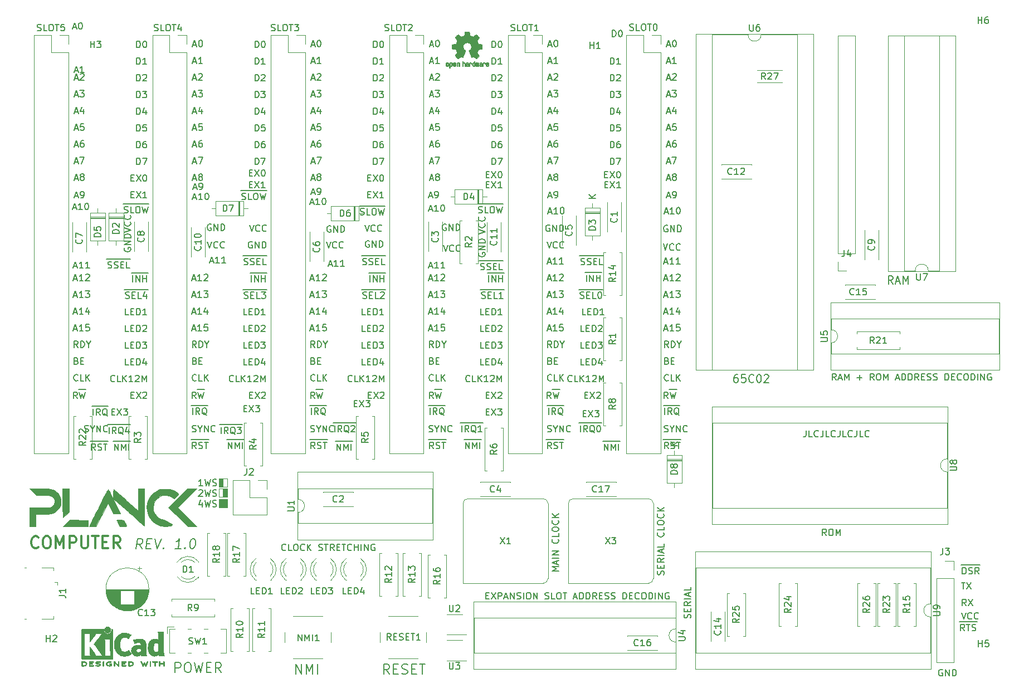
<source format=gbr>
G04 #@! TF.GenerationSoftware,KiCad,Pcbnew,(5.1.10-1-10_14)*
G04 #@! TF.CreationDate,2021-09-22T20:58:25+02:00*
G04 #@! TF.ProjectId,cpu_backplane,6370755f-6261-4636-9b70-6c616e652e6b,rev?*
G04 #@! TF.SameCoordinates,Original*
G04 #@! TF.FileFunction,Legend,Top*
G04 #@! TF.FilePolarity,Positive*
%FSLAX46Y46*%
G04 Gerber Fmt 4.6, Leading zero omitted, Abs format (unit mm)*
G04 Created by KiCad (PCBNEW (5.1.10-1-10_14)) date 2021-09-22 20:58:25*
%MOMM*%
%LPD*%
G01*
G04 APERTURE LIST*
%ADD10C,0.200000*%
%ADD11C,0.150000*%
%ADD12C,0.120000*%
%ADD13C,0.100000*%
%ADD14C,0.300000*%
%ADD15C,0.010000*%
G04 APERTURE END LIST*
D10*
X39751809Y-80367142D02*
X39704190Y-80414761D01*
X39561333Y-80462380D01*
X39466095Y-80462380D01*
X39323238Y-80414761D01*
X39228000Y-80319523D01*
X39180380Y-80224285D01*
X39132761Y-80033809D01*
X39132761Y-79890952D01*
X39180380Y-79700476D01*
X39228000Y-79605238D01*
X39323238Y-79510000D01*
X39466095Y-79462380D01*
X39561333Y-79462380D01*
X39704190Y-79510000D01*
X39751809Y-79557619D01*
X40656571Y-80462380D02*
X40180380Y-80462380D01*
X40180380Y-79462380D01*
X41180380Y-79462380D02*
X41370857Y-79462380D01*
X41466095Y-79510000D01*
X41561333Y-79605238D01*
X41608952Y-79795714D01*
X41608952Y-80129047D01*
X41561333Y-80319523D01*
X41466095Y-80414761D01*
X41370857Y-80462380D01*
X41180380Y-80462380D01*
X41085142Y-80414761D01*
X40989904Y-80319523D01*
X40942285Y-80129047D01*
X40942285Y-79795714D01*
X40989904Y-79605238D01*
X41085142Y-79510000D01*
X41180380Y-79462380D01*
X42608952Y-80367142D02*
X42561333Y-80414761D01*
X42418476Y-80462380D01*
X42323238Y-80462380D01*
X42180380Y-80414761D01*
X42085142Y-80319523D01*
X42037523Y-80224285D01*
X41989904Y-80033809D01*
X41989904Y-79890952D01*
X42037523Y-79700476D01*
X42085142Y-79605238D01*
X42180380Y-79510000D01*
X42323238Y-79462380D01*
X42418476Y-79462380D01*
X42561333Y-79510000D01*
X42608952Y-79557619D01*
X43037523Y-80462380D02*
X43037523Y-79462380D01*
X43608952Y-80462380D02*
X43180380Y-79890952D01*
X43608952Y-79462380D02*
X43037523Y-80033809D01*
X44751809Y-80414761D02*
X44894666Y-80462380D01*
X45132761Y-80462380D01*
X45228000Y-80414761D01*
X45275619Y-80367142D01*
X45323238Y-80271904D01*
X45323238Y-80176666D01*
X45275619Y-80081428D01*
X45228000Y-80033809D01*
X45132761Y-79986190D01*
X44942285Y-79938571D01*
X44847047Y-79890952D01*
X44799428Y-79843333D01*
X44751809Y-79748095D01*
X44751809Y-79652857D01*
X44799428Y-79557619D01*
X44847047Y-79510000D01*
X44942285Y-79462380D01*
X45180380Y-79462380D01*
X45323238Y-79510000D01*
X45608952Y-79462380D02*
X46180380Y-79462380D01*
X45894666Y-80462380D02*
X45894666Y-79462380D01*
X47085142Y-80462380D02*
X46751809Y-79986190D01*
X46513714Y-80462380D02*
X46513714Y-79462380D01*
X46894666Y-79462380D01*
X46989904Y-79510000D01*
X47037523Y-79557619D01*
X47085142Y-79652857D01*
X47085142Y-79795714D01*
X47037523Y-79890952D01*
X46989904Y-79938571D01*
X46894666Y-79986190D01*
X46513714Y-79986190D01*
X47513714Y-79938571D02*
X47847047Y-79938571D01*
X47989904Y-80462380D02*
X47513714Y-80462380D01*
X47513714Y-79462380D01*
X47989904Y-79462380D01*
X48275619Y-79462380D02*
X48847047Y-79462380D01*
X48561333Y-80462380D02*
X48561333Y-79462380D01*
X49751809Y-80367142D02*
X49704190Y-80414761D01*
X49561333Y-80462380D01*
X49466095Y-80462380D01*
X49323238Y-80414761D01*
X49228000Y-80319523D01*
X49180380Y-80224285D01*
X49132761Y-80033809D01*
X49132761Y-79890952D01*
X49180380Y-79700476D01*
X49228000Y-79605238D01*
X49323238Y-79510000D01*
X49466095Y-79462380D01*
X49561333Y-79462380D01*
X49704190Y-79510000D01*
X49751809Y-79557619D01*
X50180380Y-80462380D02*
X50180380Y-79462380D01*
X50180380Y-79938571D02*
X50751809Y-79938571D01*
X50751809Y-80462380D02*
X50751809Y-79462380D01*
X51228000Y-80462380D02*
X51228000Y-79462380D01*
X51704190Y-80462380D02*
X51704190Y-79462380D01*
X52275619Y-80462380D01*
X52275619Y-79462380D01*
X53275619Y-79510000D02*
X53180380Y-79462380D01*
X53037523Y-79462380D01*
X52894666Y-79510000D01*
X52799428Y-79605238D01*
X52751809Y-79700476D01*
X52704190Y-79890952D01*
X52704190Y-80033809D01*
X52751809Y-80224285D01*
X52799428Y-80319523D01*
X52894666Y-80414761D01*
X53037523Y-80462380D01*
X53132761Y-80462380D01*
X53275619Y-80414761D01*
X53323238Y-80367142D01*
X53323238Y-80033809D01*
X53132761Y-80033809D01*
D11*
X84316452Y-40763000D02*
X85268833Y-40763000D01*
X84506928Y-42082761D02*
X84649785Y-42130380D01*
X84887880Y-42130380D01*
X84983119Y-42082761D01*
X85030738Y-42035142D01*
X85078357Y-41939904D01*
X85078357Y-41844666D01*
X85030738Y-41749428D01*
X84983119Y-41701809D01*
X84887880Y-41654190D01*
X84697404Y-41606571D01*
X84602166Y-41558952D01*
X84554547Y-41511333D01*
X84506928Y-41416095D01*
X84506928Y-41320857D01*
X84554547Y-41225619D01*
X84602166Y-41178000D01*
X84697404Y-41130380D01*
X84935500Y-41130380D01*
X85078357Y-41178000D01*
X85268833Y-40763000D02*
X86173595Y-40763000D01*
X85506928Y-41606571D02*
X85840261Y-41606571D01*
X85983119Y-42130380D02*
X85506928Y-42130380D01*
X85506928Y-41130380D01*
X85983119Y-41130380D01*
X86173595Y-40763000D02*
X86983119Y-40763000D01*
X86887880Y-42130380D02*
X86411690Y-42130380D01*
X86411690Y-41130380D01*
X86983119Y-40763000D02*
X87935500Y-40763000D01*
X87411690Y-41130380D02*
X87506928Y-41130380D01*
X87602166Y-41178000D01*
X87649785Y-41225619D01*
X87697404Y-41320857D01*
X87745023Y-41511333D01*
X87745023Y-41749428D01*
X87697404Y-41939904D01*
X87649785Y-42035142D01*
X87602166Y-42082761D01*
X87506928Y-42130380D01*
X87411690Y-42130380D01*
X87316452Y-42082761D01*
X87268833Y-42035142D01*
X87221214Y-41939904D01*
X87173595Y-41749428D01*
X87173595Y-41511333D01*
X87221214Y-41320857D01*
X87268833Y-41225619D01*
X87316452Y-41178000D01*
X87411690Y-41130380D01*
X139543404Y-98560000D02*
X139448166Y-98512380D01*
X139305309Y-98512380D01*
X139162452Y-98560000D01*
X139067214Y-98655238D01*
X139019595Y-98750476D01*
X138971976Y-98940952D01*
X138971976Y-99083809D01*
X139019595Y-99274285D01*
X139067214Y-99369523D01*
X139162452Y-99464761D01*
X139305309Y-99512380D01*
X139400547Y-99512380D01*
X139543404Y-99464761D01*
X139591023Y-99417142D01*
X139591023Y-99083809D01*
X139400547Y-99083809D01*
X140019595Y-99512380D02*
X140019595Y-98512380D01*
X140591023Y-99512380D01*
X140591023Y-98512380D01*
X141067214Y-99512380D02*
X141067214Y-98512380D01*
X141305309Y-98512380D01*
X141448166Y-98560000D01*
X141543404Y-98655238D01*
X141591023Y-98750476D01*
X141638642Y-98940952D01*
X141638642Y-99083809D01*
X141591023Y-99274285D01*
X141543404Y-99369523D01*
X141448166Y-99464761D01*
X141305309Y-99512380D01*
X141067214Y-99512380D01*
X142083500Y-91287000D02*
X143083500Y-91287000D01*
X142893023Y-92654380D02*
X142559690Y-92178190D01*
X142321595Y-92654380D02*
X142321595Y-91654380D01*
X142702547Y-91654380D01*
X142797785Y-91702000D01*
X142845404Y-91749619D01*
X142893023Y-91844857D01*
X142893023Y-91987714D01*
X142845404Y-92082952D01*
X142797785Y-92130571D01*
X142702547Y-92178190D01*
X142321595Y-92178190D01*
X143083500Y-91287000D02*
X143845404Y-91287000D01*
X143178738Y-91654380D02*
X143750166Y-91654380D01*
X143464452Y-92654380D02*
X143464452Y-91654380D01*
X143845404Y-91287000D02*
X144797785Y-91287000D01*
X144035880Y-92606761D02*
X144178738Y-92654380D01*
X144416833Y-92654380D01*
X144512071Y-92606761D01*
X144559690Y-92559142D01*
X144607309Y-92463904D01*
X144607309Y-92368666D01*
X144559690Y-92273428D01*
X144512071Y-92225809D01*
X144416833Y-92178190D01*
X144226357Y-92130571D01*
X144131119Y-92082952D01*
X144083500Y-92035333D01*
X144035880Y-91940095D01*
X144035880Y-91844857D01*
X144083500Y-91749619D01*
X144131119Y-91702000D01*
X144226357Y-91654380D01*
X144464452Y-91654380D01*
X144607309Y-91702000D01*
X142337500Y-82651000D02*
X143337500Y-82651000D01*
X142575595Y-84018380D02*
X142575595Y-83018380D01*
X142813690Y-83018380D01*
X142956547Y-83066000D01*
X143051785Y-83161238D01*
X143099404Y-83256476D01*
X143147023Y-83446952D01*
X143147023Y-83589809D01*
X143099404Y-83780285D01*
X143051785Y-83875523D01*
X142956547Y-83970761D01*
X142813690Y-84018380D01*
X142575595Y-84018380D01*
X143337500Y-82651000D02*
X144289880Y-82651000D01*
X143527976Y-83970761D02*
X143670833Y-84018380D01*
X143908928Y-84018380D01*
X144004166Y-83970761D01*
X144051785Y-83923142D01*
X144099404Y-83827904D01*
X144099404Y-83732666D01*
X144051785Y-83637428D01*
X144004166Y-83589809D01*
X143908928Y-83542190D01*
X143718452Y-83494571D01*
X143623214Y-83446952D01*
X143575595Y-83399333D01*
X143527976Y-83304095D01*
X143527976Y-83208857D01*
X143575595Y-83113619D01*
X143623214Y-83066000D01*
X143718452Y-83018380D01*
X143956547Y-83018380D01*
X144099404Y-83066000D01*
X144289880Y-82651000D02*
X145289880Y-82651000D01*
X145099404Y-84018380D02*
X144766071Y-83542190D01*
X144527976Y-84018380D02*
X144527976Y-83018380D01*
X144908928Y-83018380D01*
X145004166Y-83066000D01*
X145051785Y-83113619D01*
X145099404Y-83208857D01*
X145099404Y-83351714D01*
X145051785Y-83446952D01*
X145004166Y-83494571D01*
X144908928Y-83542190D01*
X144527976Y-83542190D01*
X142432738Y-89876380D02*
X142766071Y-90876380D01*
X143099404Y-89876380D01*
X144004166Y-90781142D02*
X143956547Y-90828761D01*
X143813690Y-90876380D01*
X143718452Y-90876380D01*
X143575595Y-90828761D01*
X143480357Y-90733523D01*
X143432738Y-90638285D01*
X143385119Y-90447809D01*
X143385119Y-90304952D01*
X143432738Y-90114476D01*
X143480357Y-90019238D01*
X143575595Y-89924000D01*
X143718452Y-89876380D01*
X143813690Y-89876380D01*
X143956547Y-89924000D01*
X144004166Y-89971619D01*
X145004166Y-90781142D02*
X144956547Y-90828761D01*
X144813690Y-90876380D01*
X144718452Y-90876380D01*
X144575595Y-90828761D01*
X144480357Y-90733523D01*
X144432738Y-90638285D01*
X144385119Y-90447809D01*
X144385119Y-90304952D01*
X144432738Y-90114476D01*
X144480357Y-90019238D01*
X144575595Y-89924000D01*
X144718452Y-89876380D01*
X144813690Y-89876380D01*
X144956547Y-89924000D01*
X145004166Y-89971619D01*
D10*
X121896285Y-78176380D02*
X121562952Y-77700190D01*
X121324857Y-78176380D02*
X121324857Y-77176380D01*
X121705809Y-77176380D01*
X121801047Y-77224000D01*
X121848666Y-77271619D01*
X121896285Y-77366857D01*
X121896285Y-77509714D01*
X121848666Y-77604952D01*
X121801047Y-77652571D01*
X121705809Y-77700190D01*
X121324857Y-77700190D01*
X122515333Y-77176380D02*
X122705809Y-77176380D01*
X122801047Y-77224000D01*
X122896285Y-77319238D01*
X122943904Y-77509714D01*
X122943904Y-77843047D01*
X122896285Y-78033523D01*
X122801047Y-78128761D01*
X122705809Y-78176380D01*
X122515333Y-78176380D01*
X122420095Y-78128761D01*
X122324857Y-78033523D01*
X122277238Y-77843047D01*
X122277238Y-77509714D01*
X122324857Y-77319238D01*
X122420095Y-77224000D01*
X122515333Y-77176380D01*
X123372476Y-78176380D02*
X123372476Y-77176380D01*
X123705809Y-77890666D01*
X124039142Y-77176380D01*
X124039142Y-78176380D01*
D11*
X45912738Y-33488380D02*
X46246071Y-34488380D01*
X46579404Y-33488380D01*
X47484166Y-34393142D02*
X47436547Y-34440761D01*
X47293690Y-34488380D01*
X47198452Y-34488380D01*
X47055595Y-34440761D01*
X46960357Y-34345523D01*
X46912738Y-34250285D01*
X46865119Y-34059809D01*
X46865119Y-33916952D01*
X46912738Y-33726476D01*
X46960357Y-33631238D01*
X47055595Y-33536000D01*
X47198452Y-33488380D01*
X47293690Y-33488380D01*
X47436547Y-33536000D01*
X47484166Y-33583619D01*
X48484166Y-34393142D02*
X48436547Y-34440761D01*
X48293690Y-34488380D01*
X48198452Y-34488380D01*
X48055595Y-34440761D01*
X47960357Y-34345523D01*
X47912738Y-34250285D01*
X47865119Y-34059809D01*
X47865119Y-33916952D01*
X47912738Y-33726476D01*
X47960357Y-33631238D01*
X48055595Y-33536000D01*
X48198452Y-33488380D01*
X48293690Y-33488380D01*
X48436547Y-33536000D01*
X48484166Y-33583619D01*
X46579404Y-31123000D02*
X46484166Y-31075380D01*
X46341309Y-31075380D01*
X46198452Y-31123000D01*
X46103214Y-31218238D01*
X46055595Y-31313476D01*
X46007976Y-31503952D01*
X46007976Y-31646809D01*
X46055595Y-31837285D01*
X46103214Y-31932523D01*
X46198452Y-32027761D01*
X46341309Y-32075380D01*
X46436547Y-32075380D01*
X46579404Y-32027761D01*
X46627023Y-31980142D01*
X46627023Y-31646809D01*
X46436547Y-31646809D01*
X47055595Y-32075380D02*
X47055595Y-31075380D01*
X47627023Y-32075380D01*
X47627023Y-31075380D01*
X48103214Y-32075380D02*
X48103214Y-31075380D01*
X48341309Y-31075380D01*
X48484166Y-31123000D01*
X48579404Y-31218238D01*
X48627023Y-31313476D01*
X48674642Y-31503952D01*
X48674642Y-31646809D01*
X48627023Y-31837285D01*
X48579404Y-31932523D01*
X48484166Y-32027761D01*
X48341309Y-32075380D01*
X48103214Y-32075380D01*
D10*
X101242761Y-90701523D02*
X101290380Y-90558666D01*
X101290380Y-90320571D01*
X101242761Y-90225333D01*
X101195142Y-90177714D01*
X101099904Y-90130095D01*
X101004666Y-90130095D01*
X100909428Y-90177714D01*
X100861809Y-90225333D01*
X100814190Y-90320571D01*
X100766571Y-90511047D01*
X100718952Y-90606285D01*
X100671333Y-90653904D01*
X100576095Y-90701523D01*
X100480857Y-90701523D01*
X100385619Y-90653904D01*
X100338000Y-90606285D01*
X100290380Y-90511047D01*
X100290380Y-90272952D01*
X100338000Y-90130095D01*
X100766571Y-89701523D02*
X100766571Y-89368190D01*
X101290380Y-89225333D02*
X101290380Y-89701523D01*
X100290380Y-89701523D01*
X100290380Y-89225333D01*
X101290380Y-88225333D02*
X100814190Y-88558666D01*
X101290380Y-88796761D02*
X100290380Y-88796761D01*
X100290380Y-88415809D01*
X100338000Y-88320571D01*
X100385619Y-88272952D01*
X100480857Y-88225333D01*
X100623714Y-88225333D01*
X100718952Y-88272952D01*
X100766571Y-88320571D01*
X100814190Y-88415809D01*
X100814190Y-88796761D01*
X101290380Y-87796761D02*
X100290380Y-87796761D01*
X101004666Y-87368190D02*
X101004666Y-86892000D01*
X101290380Y-87463428D02*
X100290380Y-87130095D01*
X101290380Y-86796761D01*
X101290380Y-85987238D02*
X101290380Y-86463428D01*
X100290380Y-86463428D01*
X108404285Y-53698857D02*
X108175714Y-53698857D01*
X108061428Y-53756000D01*
X108004285Y-53813142D01*
X107890000Y-53984571D01*
X107832857Y-54213142D01*
X107832857Y-54670285D01*
X107890000Y-54784571D01*
X107947142Y-54841714D01*
X108061428Y-54898857D01*
X108290000Y-54898857D01*
X108404285Y-54841714D01*
X108461428Y-54784571D01*
X108518571Y-54670285D01*
X108518571Y-54384571D01*
X108461428Y-54270285D01*
X108404285Y-54213142D01*
X108290000Y-54156000D01*
X108061428Y-54156000D01*
X107947142Y-54213142D01*
X107890000Y-54270285D01*
X107832857Y-54384571D01*
X109604285Y-53698857D02*
X109032857Y-53698857D01*
X108975714Y-54270285D01*
X109032857Y-54213142D01*
X109147142Y-54156000D01*
X109432857Y-54156000D01*
X109547142Y-54213142D01*
X109604285Y-54270285D01*
X109661428Y-54384571D01*
X109661428Y-54670285D01*
X109604285Y-54784571D01*
X109547142Y-54841714D01*
X109432857Y-54898857D01*
X109147142Y-54898857D01*
X109032857Y-54841714D01*
X108975714Y-54784571D01*
X110861428Y-54784571D02*
X110804285Y-54841714D01*
X110632857Y-54898857D01*
X110518571Y-54898857D01*
X110347142Y-54841714D01*
X110232857Y-54727428D01*
X110175714Y-54613142D01*
X110118571Y-54384571D01*
X110118571Y-54213142D01*
X110175714Y-53984571D01*
X110232857Y-53870285D01*
X110347142Y-53756000D01*
X110518571Y-53698857D01*
X110632857Y-53698857D01*
X110804285Y-53756000D01*
X110861428Y-53813142D01*
X111604285Y-53698857D02*
X111718571Y-53698857D01*
X111832857Y-53756000D01*
X111890000Y-53813142D01*
X111947142Y-53927428D01*
X112004285Y-54156000D01*
X112004285Y-54441714D01*
X111947142Y-54670285D01*
X111890000Y-54784571D01*
X111832857Y-54841714D01*
X111718571Y-54898857D01*
X111604285Y-54898857D01*
X111490000Y-54841714D01*
X111432857Y-54784571D01*
X111375714Y-54670285D01*
X111318571Y-54441714D01*
X111318571Y-54156000D01*
X111375714Y-53927428D01*
X111432857Y-53813142D01*
X111490000Y-53756000D01*
X111604285Y-53698857D01*
X112461428Y-53813142D02*
X112518571Y-53756000D01*
X112632857Y-53698857D01*
X112918571Y-53698857D01*
X113032857Y-53756000D01*
X113090000Y-53813142D01*
X113147142Y-53927428D01*
X113147142Y-54041714D01*
X113090000Y-54213142D01*
X112404285Y-54898857D01*
X113147142Y-54898857D01*
X132013428Y-39912857D02*
X131613428Y-39341428D01*
X131327714Y-39912857D02*
X131327714Y-38712857D01*
X131784857Y-38712857D01*
X131899142Y-38770000D01*
X131956285Y-38827142D01*
X132013428Y-38941428D01*
X132013428Y-39112857D01*
X131956285Y-39227142D01*
X131899142Y-39284285D01*
X131784857Y-39341428D01*
X131327714Y-39341428D01*
X132470571Y-39570000D02*
X133042000Y-39570000D01*
X132356285Y-39912857D02*
X132756285Y-38712857D01*
X133156285Y-39912857D01*
X133556285Y-39912857D02*
X133556285Y-38712857D01*
X133956285Y-39570000D01*
X134356285Y-38712857D01*
X134356285Y-39912857D01*
D11*
X52421404Y-33409000D02*
X52326166Y-33361380D01*
X52183309Y-33361380D01*
X52040452Y-33409000D01*
X51945214Y-33504238D01*
X51897595Y-33599476D01*
X51849976Y-33789952D01*
X51849976Y-33932809D01*
X51897595Y-34123285D01*
X51945214Y-34218523D01*
X52040452Y-34313761D01*
X52183309Y-34361380D01*
X52278547Y-34361380D01*
X52421404Y-34313761D01*
X52469023Y-34266142D01*
X52469023Y-33932809D01*
X52278547Y-33932809D01*
X52897595Y-34361380D02*
X52897595Y-33361380D01*
X53469023Y-34361380D01*
X53469023Y-33361380D01*
X53945214Y-34361380D02*
X53945214Y-33361380D01*
X54183309Y-33361380D01*
X54326166Y-33409000D01*
X54421404Y-33504238D01*
X54469023Y-33599476D01*
X54516642Y-33789952D01*
X54516642Y-33932809D01*
X54469023Y-34123285D01*
X54421404Y-34218523D01*
X54326166Y-34313761D01*
X54183309Y-34361380D01*
X53945214Y-34361380D01*
D10*
X97178761Y-84113047D02*
X97226380Y-83970190D01*
X97226380Y-83732095D01*
X97178761Y-83636857D01*
X97131142Y-83589238D01*
X97035904Y-83541619D01*
X96940666Y-83541619D01*
X96845428Y-83589238D01*
X96797809Y-83636857D01*
X96750190Y-83732095D01*
X96702571Y-83922571D01*
X96654952Y-84017809D01*
X96607333Y-84065428D01*
X96512095Y-84113047D01*
X96416857Y-84113047D01*
X96321619Y-84065428D01*
X96274000Y-84017809D01*
X96226380Y-83922571D01*
X96226380Y-83684476D01*
X96274000Y-83541619D01*
X96702571Y-83113047D02*
X96702571Y-82779714D01*
X97226380Y-82636857D02*
X97226380Y-83113047D01*
X96226380Y-83113047D01*
X96226380Y-82636857D01*
X97226380Y-81636857D02*
X96750190Y-81970190D01*
X97226380Y-82208285D02*
X96226380Y-82208285D01*
X96226380Y-81827333D01*
X96274000Y-81732095D01*
X96321619Y-81684476D01*
X96416857Y-81636857D01*
X96559714Y-81636857D01*
X96654952Y-81684476D01*
X96702571Y-81732095D01*
X96750190Y-81827333D01*
X96750190Y-82208285D01*
X97226380Y-81208285D02*
X96226380Y-81208285D01*
X96940666Y-80779714D02*
X96940666Y-80303523D01*
X97226380Y-80874952D02*
X96226380Y-80541619D01*
X97226380Y-80208285D01*
X97226380Y-79398761D02*
X97226380Y-79874952D01*
X96226380Y-79874952D01*
X97131142Y-77732095D02*
X97178761Y-77779714D01*
X97226380Y-77922571D01*
X97226380Y-78017809D01*
X97178761Y-78160666D01*
X97083523Y-78255904D01*
X96988285Y-78303523D01*
X96797809Y-78351142D01*
X96654952Y-78351142D01*
X96464476Y-78303523D01*
X96369238Y-78255904D01*
X96274000Y-78160666D01*
X96226380Y-78017809D01*
X96226380Y-77922571D01*
X96274000Y-77779714D01*
X96321619Y-77732095D01*
X97226380Y-76827333D02*
X97226380Y-77303523D01*
X96226380Y-77303523D01*
X96226380Y-76303523D02*
X96226380Y-76113047D01*
X96274000Y-76017809D01*
X96369238Y-75922571D01*
X96559714Y-75874952D01*
X96893047Y-75874952D01*
X97083523Y-75922571D01*
X97178761Y-76017809D01*
X97226380Y-76113047D01*
X97226380Y-76303523D01*
X97178761Y-76398761D01*
X97083523Y-76494000D01*
X96893047Y-76541619D01*
X96559714Y-76541619D01*
X96369238Y-76494000D01*
X96274000Y-76398761D01*
X96226380Y-76303523D01*
X97131142Y-74874952D02*
X97178761Y-74922571D01*
X97226380Y-75065428D01*
X97226380Y-75160666D01*
X97178761Y-75303523D01*
X97083523Y-75398761D01*
X96988285Y-75446380D01*
X96797809Y-75494000D01*
X96654952Y-75494000D01*
X96464476Y-75446380D01*
X96369238Y-75398761D01*
X96274000Y-75303523D01*
X96226380Y-75160666D01*
X96226380Y-75065428D01*
X96274000Y-74922571D01*
X96321619Y-74874952D01*
X97226380Y-74446380D02*
X96226380Y-74446380D01*
X97226380Y-73874952D02*
X96654952Y-74303523D01*
X96226380Y-73874952D02*
X96797809Y-74446380D01*
D11*
X143147023Y-88844380D02*
X142813690Y-88368190D01*
X142575595Y-88844380D02*
X142575595Y-87844380D01*
X142956547Y-87844380D01*
X143051785Y-87892000D01*
X143099404Y-87939619D01*
X143147023Y-88034857D01*
X143147023Y-88177714D01*
X143099404Y-88272952D01*
X143051785Y-88320571D01*
X142956547Y-88368190D01*
X142575595Y-88368190D01*
X143480357Y-87844380D02*
X144147023Y-88844380D01*
X144147023Y-87844380D02*
X143480357Y-88844380D01*
D12*
X30226000Y-69469000D02*
X30861000Y-69469000D01*
D10*
X123374000Y-54554380D02*
X123040666Y-54078190D01*
X122802571Y-54554380D02*
X122802571Y-53554380D01*
X123183523Y-53554380D01*
X123278761Y-53602000D01*
X123326380Y-53649619D01*
X123374000Y-53744857D01*
X123374000Y-53887714D01*
X123326380Y-53982952D01*
X123278761Y-54030571D01*
X123183523Y-54078190D01*
X122802571Y-54078190D01*
X123754952Y-54268666D02*
X124231142Y-54268666D01*
X123659714Y-54554380D02*
X123993047Y-53554380D01*
X124326380Y-54554380D01*
X124659714Y-54554380D02*
X124659714Y-53554380D01*
X124993047Y-54268666D01*
X125326380Y-53554380D01*
X125326380Y-54554380D01*
X126564476Y-54173428D02*
X127326380Y-54173428D01*
X126945428Y-54554380D02*
X126945428Y-53792476D01*
X129135904Y-54554380D02*
X128802571Y-54078190D01*
X128564476Y-54554380D02*
X128564476Y-53554380D01*
X128945428Y-53554380D01*
X129040666Y-53602000D01*
X129088285Y-53649619D01*
X129135904Y-53744857D01*
X129135904Y-53887714D01*
X129088285Y-53982952D01*
X129040666Y-54030571D01*
X128945428Y-54078190D01*
X128564476Y-54078190D01*
X129754952Y-53554380D02*
X129945428Y-53554380D01*
X130040666Y-53602000D01*
X130135904Y-53697238D01*
X130183523Y-53887714D01*
X130183523Y-54221047D01*
X130135904Y-54411523D01*
X130040666Y-54506761D01*
X129945428Y-54554380D01*
X129754952Y-54554380D01*
X129659714Y-54506761D01*
X129564476Y-54411523D01*
X129516857Y-54221047D01*
X129516857Y-53887714D01*
X129564476Y-53697238D01*
X129659714Y-53602000D01*
X129754952Y-53554380D01*
X130612095Y-54554380D02*
X130612095Y-53554380D01*
X130945428Y-54268666D01*
X131278761Y-53554380D01*
X131278761Y-54554380D01*
X132469238Y-54268666D02*
X132945428Y-54268666D01*
X132374000Y-54554380D02*
X132707333Y-53554380D01*
X133040666Y-54554380D01*
X133374000Y-54554380D02*
X133374000Y-53554380D01*
X133612095Y-53554380D01*
X133754952Y-53602000D01*
X133850190Y-53697238D01*
X133897809Y-53792476D01*
X133945428Y-53982952D01*
X133945428Y-54125809D01*
X133897809Y-54316285D01*
X133850190Y-54411523D01*
X133754952Y-54506761D01*
X133612095Y-54554380D01*
X133374000Y-54554380D01*
X134374000Y-54554380D02*
X134374000Y-53554380D01*
X134612095Y-53554380D01*
X134754952Y-53602000D01*
X134850190Y-53697238D01*
X134897809Y-53792476D01*
X134945428Y-53982952D01*
X134945428Y-54125809D01*
X134897809Y-54316285D01*
X134850190Y-54411523D01*
X134754952Y-54506761D01*
X134612095Y-54554380D01*
X134374000Y-54554380D01*
X135945428Y-54554380D02*
X135612095Y-54078190D01*
X135374000Y-54554380D02*
X135374000Y-53554380D01*
X135754952Y-53554380D01*
X135850190Y-53602000D01*
X135897809Y-53649619D01*
X135945428Y-53744857D01*
X135945428Y-53887714D01*
X135897809Y-53982952D01*
X135850190Y-54030571D01*
X135754952Y-54078190D01*
X135374000Y-54078190D01*
X136374000Y-54030571D02*
X136707333Y-54030571D01*
X136850190Y-54554380D02*
X136374000Y-54554380D01*
X136374000Y-53554380D01*
X136850190Y-53554380D01*
X137231142Y-54506761D02*
X137374000Y-54554380D01*
X137612095Y-54554380D01*
X137707333Y-54506761D01*
X137754952Y-54459142D01*
X137802571Y-54363904D01*
X137802571Y-54268666D01*
X137754952Y-54173428D01*
X137707333Y-54125809D01*
X137612095Y-54078190D01*
X137421619Y-54030571D01*
X137326380Y-53982952D01*
X137278761Y-53935333D01*
X137231142Y-53840095D01*
X137231142Y-53744857D01*
X137278761Y-53649619D01*
X137326380Y-53602000D01*
X137421619Y-53554380D01*
X137659714Y-53554380D01*
X137802571Y-53602000D01*
X138183523Y-54506761D02*
X138326380Y-54554380D01*
X138564476Y-54554380D01*
X138659714Y-54506761D01*
X138707333Y-54459142D01*
X138754952Y-54363904D01*
X138754952Y-54268666D01*
X138707333Y-54173428D01*
X138659714Y-54125809D01*
X138564476Y-54078190D01*
X138374000Y-54030571D01*
X138278761Y-53982952D01*
X138231142Y-53935333D01*
X138183523Y-53840095D01*
X138183523Y-53744857D01*
X138231142Y-53649619D01*
X138278761Y-53602000D01*
X138374000Y-53554380D01*
X138612095Y-53554380D01*
X138754952Y-53602000D01*
X139945428Y-54554380D02*
X139945428Y-53554380D01*
X140183523Y-53554380D01*
X140326380Y-53602000D01*
X140421619Y-53697238D01*
X140469238Y-53792476D01*
X140516857Y-53982952D01*
X140516857Y-54125809D01*
X140469238Y-54316285D01*
X140421619Y-54411523D01*
X140326380Y-54506761D01*
X140183523Y-54554380D01*
X139945428Y-54554380D01*
X140945428Y-54030571D02*
X141278761Y-54030571D01*
X141421619Y-54554380D02*
X140945428Y-54554380D01*
X140945428Y-53554380D01*
X141421619Y-53554380D01*
X142421619Y-54459142D02*
X142374000Y-54506761D01*
X142231142Y-54554380D01*
X142135904Y-54554380D01*
X141993047Y-54506761D01*
X141897809Y-54411523D01*
X141850190Y-54316285D01*
X141802571Y-54125809D01*
X141802571Y-53982952D01*
X141850190Y-53792476D01*
X141897809Y-53697238D01*
X141993047Y-53602000D01*
X142135904Y-53554380D01*
X142231142Y-53554380D01*
X142374000Y-53602000D01*
X142421619Y-53649619D01*
X143040666Y-53554380D02*
X143231142Y-53554380D01*
X143326380Y-53602000D01*
X143421619Y-53697238D01*
X143469238Y-53887714D01*
X143469238Y-54221047D01*
X143421619Y-54411523D01*
X143326380Y-54506761D01*
X143231142Y-54554380D01*
X143040666Y-54554380D01*
X142945428Y-54506761D01*
X142850190Y-54411523D01*
X142802571Y-54221047D01*
X142802571Y-53887714D01*
X142850190Y-53697238D01*
X142945428Y-53602000D01*
X143040666Y-53554380D01*
X143897809Y-54554380D02*
X143897809Y-53554380D01*
X144135904Y-53554380D01*
X144278761Y-53602000D01*
X144374000Y-53697238D01*
X144421619Y-53792476D01*
X144469238Y-53982952D01*
X144469238Y-54125809D01*
X144421619Y-54316285D01*
X144374000Y-54411523D01*
X144278761Y-54506761D01*
X144135904Y-54554380D01*
X143897809Y-54554380D01*
X144897809Y-54554380D02*
X144897809Y-53554380D01*
X145374000Y-54554380D02*
X145374000Y-53554380D01*
X145945428Y-54554380D01*
X145945428Y-53554380D01*
X146945428Y-53602000D02*
X146850190Y-53554380D01*
X146707333Y-53554380D01*
X146564476Y-53602000D01*
X146469238Y-53697238D01*
X146421619Y-53792476D01*
X146374000Y-53982952D01*
X146374000Y-54125809D01*
X146421619Y-54316285D01*
X146469238Y-54411523D01*
X146564476Y-54506761D01*
X146707333Y-54554380D01*
X146802571Y-54554380D01*
X146945428Y-54506761D01*
X146993047Y-54459142D01*
X146993047Y-54125809D01*
X146802571Y-54125809D01*
D11*
X142432738Y-85304380D02*
X143004166Y-85304380D01*
X142718452Y-86304380D02*
X142718452Y-85304380D01*
X143242261Y-85304380D02*
X143908928Y-86304380D01*
X143908928Y-85304380D02*
X143242261Y-86304380D01*
X97760404Y-31059500D02*
X97665166Y-31011880D01*
X97522309Y-31011880D01*
X97379452Y-31059500D01*
X97284214Y-31154738D01*
X97236595Y-31249976D01*
X97188976Y-31440452D01*
X97188976Y-31583309D01*
X97236595Y-31773785D01*
X97284214Y-31869023D01*
X97379452Y-31964261D01*
X97522309Y-32011880D01*
X97617547Y-32011880D01*
X97760404Y-31964261D01*
X97808023Y-31916642D01*
X97808023Y-31583309D01*
X97617547Y-31583309D01*
X98236595Y-32011880D02*
X98236595Y-31011880D01*
X98808023Y-32011880D01*
X98808023Y-31011880D01*
X99284214Y-32011880D02*
X99284214Y-31011880D01*
X99522309Y-31011880D01*
X99665166Y-31059500D01*
X99760404Y-31154738D01*
X99808023Y-31249976D01*
X99855642Y-31440452D01*
X99855642Y-31583309D01*
X99808023Y-31773785D01*
X99760404Y-31869023D01*
X99665166Y-31964261D01*
X99522309Y-32011880D01*
X99284214Y-32011880D01*
X97123238Y-33805880D02*
X97456571Y-34805880D01*
X97789904Y-33805880D01*
X98694666Y-34710642D02*
X98647047Y-34758261D01*
X98504190Y-34805880D01*
X98408952Y-34805880D01*
X98266095Y-34758261D01*
X98170857Y-34663023D01*
X98123238Y-34567785D01*
X98075619Y-34377309D01*
X98075619Y-34234452D01*
X98123238Y-34043976D01*
X98170857Y-33948738D01*
X98266095Y-33853500D01*
X98408952Y-33805880D01*
X98504190Y-33805880D01*
X98647047Y-33853500D01*
X98694666Y-33901119D01*
X99694666Y-34710642D02*
X99647047Y-34758261D01*
X99504190Y-34805880D01*
X99408952Y-34805880D01*
X99266095Y-34758261D01*
X99170857Y-34663023D01*
X99123238Y-34567785D01*
X99075619Y-34377309D01*
X99075619Y-34234452D01*
X99123238Y-34043976D01*
X99170857Y-33948738D01*
X99266095Y-33853500D01*
X99408952Y-33805880D01*
X99504190Y-33805880D01*
X99647047Y-33853500D01*
X99694666Y-33901119D01*
X27019357Y-73128214D02*
X27019357Y-73794880D01*
X26781261Y-72747261D02*
X26543166Y-73461547D01*
X27162214Y-73461547D01*
X27447928Y-72794880D02*
X27686023Y-73794880D01*
X27876500Y-73080595D01*
X28066976Y-73794880D01*
X28305071Y-72794880D01*
X28638404Y-73747261D02*
X28781261Y-73794880D01*
X29019357Y-73794880D01*
X29114595Y-73747261D01*
X29162214Y-73699642D01*
X29209833Y-73604404D01*
X29209833Y-73509166D01*
X29162214Y-73413928D01*
X29114595Y-73366309D01*
X29019357Y-73318690D01*
X28828880Y-73271071D01*
X28733642Y-73223452D01*
X28686023Y-73175833D01*
X28638404Y-73080595D01*
X28638404Y-72985357D01*
X28686023Y-72890119D01*
X28733642Y-72842500D01*
X28828880Y-72794880D01*
X29066976Y-72794880D01*
X29209833Y-72842500D01*
D13*
G36*
X30861000Y-73914000D02*
G01*
X29591000Y-73914000D01*
X29591000Y-72644000D01*
X30861000Y-72644000D01*
X30861000Y-73914000D01*
G37*
X30861000Y-73914000D02*
X29591000Y-73914000D01*
X29591000Y-72644000D01*
X30861000Y-72644000D01*
X30861000Y-73914000D01*
D11*
X26543166Y-71302619D02*
X26590785Y-71255000D01*
X26686023Y-71207380D01*
X26924119Y-71207380D01*
X27019357Y-71255000D01*
X27066976Y-71302619D01*
X27114595Y-71397857D01*
X27114595Y-71493095D01*
X27066976Y-71635952D01*
X26495547Y-72207380D01*
X27114595Y-72207380D01*
X27447928Y-71207380D02*
X27686023Y-72207380D01*
X27876500Y-71493095D01*
X28066976Y-72207380D01*
X28305071Y-71207380D01*
X28638404Y-72159761D02*
X28781261Y-72207380D01*
X29019357Y-72207380D01*
X29114595Y-72159761D01*
X29162214Y-72112142D01*
X29209833Y-72016904D01*
X29209833Y-71921666D01*
X29162214Y-71826428D01*
X29114595Y-71778809D01*
X29019357Y-71731190D01*
X28828880Y-71683571D01*
X28733642Y-71635952D01*
X28686023Y-71588333D01*
X28638404Y-71493095D01*
X28638404Y-71397857D01*
X28686023Y-71302619D01*
X28733642Y-71255000D01*
X28828880Y-71207380D01*
X29066976Y-71207380D01*
X29209833Y-71255000D01*
D12*
X29591000Y-72326500D02*
X30226000Y-72326500D01*
X29591000Y-71056500D02*
X29591000Y-72326500D01*
X30226000Y-71056500D02*
X29591000Y-71056500D01*
D13*
G36*
X30861000Y-72326500D02*
G01*
X30226000Y-72326500D01*
X30226000Y-71056500D01*
X30861000Y-71056500D01*
X30861000Y-72326500D01*
G37*
X30861000Y-72326500D02*
X30226000Y-72326500D01*
X30226000Y-71056500D01*
X30861000Y-71056500D01*
X30861000Y-72326500D01*
D12*
X30861000Y-70739000D02*
X30226000Y-70739000D01*
X30861000Y-69469000D02*
X30861000Y-70739000D01*
D13*
G36*
X30226000Y-70739000D02*
G01*
X29591000Y-70739000D01*
X29591000Y-69469000D01*
X30226000Y-69469000D01*
X30226000Y-70739000D01*
G37*
X30226000Y-70739000D02*
X29591000Y-70739000D01*
X29591000Y-69469000D01*
X30226000Y-69469000D01*
X30226000Y-70739000D01*
D11*
X27114595Y-70619880D02*
X26543166Y-70619880D01*
X26828880Y-70619880D02*
X26828880Y-69619880D01*
X26733642Y-69762738D01*
X26638404Y-69857976D01*
X26543166Y-69905595D01*
X27447928Y-69619880D02*
X27686023Y-70619880D01*
X27876500Y-69905595D01*
X28066976Y-70619880D01*
X28305071Y-69619880D01*
X28638404Y-70572261D02*
X28781261Y-70619880D01*
X29019357Y-70619880D01*
X29114595Y-70572261D01*
X29162214Y-70524642D01*
X29209833Y-70429404D01*
X29209833Y-70334166D01*
X29162214Y-70238928D01*
X29114595Y-70191309D01*
X29019357Y-70143690D01*
X28828880Y-70096071D01*
X28733642Y-70048452D01*
X28686023Y-70000833D01*
X28638404Y-69905595D01*
X28638404Y-69810357D01*
X28686023Y-69715119D01*
X28733642Y-69667500D01*
X28828880Y-69619880D01*
X29066976Y-69619880D01*
X29209833Y-69667500D01*
X13333071Y-59364571D02*
X13666404Y-59364571D01*
X13809261Y-59888380D02*
X13333071Y-59888380D01*
X13333071Y-58888380D01*
X13809261Y-58888380D01*
X14142595Y-58888380D02*
X14809261Y-59888380D01*
X14809261Y-58888380D02*
X14142595Y-59888380D01*
X15094976Y-58888380D02*
X15714023Y-58888380D01*
X15380690Y-59269333D01*
X15523547Y-59269333D01*
X15618785Y-59316952D01*
X15666404Y-59364571D01*
X15714023Y-59459809D01*
X15714023Y-59697904D01*
X15666404Y-59793142D01*
X15618785Y-59840761D01*
X15523547Y-59888380D01*
X15237833Y-59888380D01*
X15142595Y-59840761D01*
X15094976Y-59793142D01*
X16229071Y-56824571D02*
X16562404Y-56824571D01*
X16705261Y-57348380D02*
X16229071Y-57348380D01*
X16229071Y-56348380D01*
X16705261Y-56348380D01*
X17038595Y-56348380D02*
X17705261Y-57348380D01*
X17705261Y-56348380D02*
X17038595Y-57348380D01*
X18038595Y-56443619D02*
X18086214Y-56396000D01*
X18181452Y-56348380D01*
X18419547Y-56348380D01*
X18514785Y-56396000D01*
X18562404Y-56443619D01*
X18610023Y-56538857D01*
X18610023Y-56634095D01*
X18562404Y-56776952D01*
X17990976Y-57348380D01*
X18610023Y-57348380D01*
X33399071Y-58856571D02*
X33732404Y-58856571D01*
X33875261Y-59380380D02*
X33399071Y-59380380D01*
X33399071Y-58380380D01*
X33875261Y-58380380D01*
X34208595Y-58380380D02*
X34875261Y-59380380D01*
X34875261Y-58380380D02*
X34208595Y-59380380D01*
X35160976Y-58380380D02*
X35780023Y-58380380D01*
X35446690Y-58761333D01*
X35589547Y-58761333D01*
X35684785Y-58808952D01*
X35732404Y-58856571D01*
X35780023Y-58951809D01*
X35780023Y-59189904D01*
X35732404Y-59285142D01*
X35684785Y-59332761D01*
X35589547Y-59380380D01*
X35303833Y-59380380D01*
X35208595Y-59332761D01*
X35160976Y-59285142D01*
X34263071Y-56824571D02*
X34596404Y-56824571D01*
X34739261Y-57348380D02*
X34263071Y-57348380D01*
X34263071Y-56348380D01*
X34739261Y-56348380D01*
X35072595Y-56348380D02*
X35739261Y-57348380D01*
X35739261Y-56348380D02*
X35072595Y-57348380D01*
X36072595Y-56443619D02*
X36120214Y-56396000D01*
X36215452Y-56348380D01*
X36453547Y-56348380D01*
X36548785Y-56396000D01*
X36596404Y-56443619D01*
X36644023Y-56538857D01*
X36644023Y-56634095D01*
X36596404Y-56776952D01*
X36024976Y-57348380D01*
X36644023Y-57348380D01*
X50163071Y-58094571D02*
X50496404Y-58094571D01*
X50639261Y-58618380D02*
X50163071Y-58618380D01*
X50163071Y-57618380D01*
X50639261Y-57618380D01*
X50972595Y-57618380D02*
X51639261Y-58618380D01*
X51639261Y-57618380D02*
X50972595Y-58618380D01*
X51924976Y-57618380D02*
X52544023Y-57618380D01*
X52210690Y-57999333D01*
X52353547Y-57999333D01*
X52448785Y-58046952D01*
X52496404Y-58094571D01*
X52544023Y-58189809D01*
X52544023Y-58427904D01*
X52496404Y-58523142D01*
X52448785Y-58570761D01*
X52353547Y-58618380D01*
X52067833Y-58618380D01*
X51972595Y-58570761D01*
X51924976Y-58523142D01*
X52297071Y-56824571D02*
X52630404Y-56824571D01*
X52773261Y-57348380D02*
X52297071Y-57348380D01*
X52297071Y-56348380D01*
X52773261Y-56348380D01*
X53106595Y-56348380D02*
X53773261Y-57348380D01*
X53773261Y-56348380D02*
X53106595Y-57348380D01*
X54106595Y-56443619D02*
X54154214Y-56396000D01*
X54249452Y-56348380D01*
X54487547Y-56348380D01*
X54582785Y-56396000D01*
X54630404Y-56443619D01*
X54678023Y-56538857D01*
X54678023Y-56634095D01*
X54630404Y-56776952D01*
X54058976Y-57348380D01*
X54678023Y-57348380D01*
D10*
X81224380Y-83581333D02*
X80224380Y-83581333D01*
X80938666Y-83248000D01*
X80224380Y-82914666D01*
X81224380Y-82914666D01*
X80938666Y-82486095D02*
X80938666Y-82009904D01*
X81224380Y-82581333D02*
X80224380Y-82248000D01*
X81224380Y-81914666D01*
X81224380Y-81581333D02*
X80224380Y-81581333D01*
X81224380Y-81105142D02*
X80224380Y-81105142D01*
X81224380Y-80533714D01*
X80224380Y-80533714D01*
X81129142Y-78724190D02*
X81176761Y-78771809D01*
X81224380Y-78914666D01*
X81224380Y-79009904D01*
X81176761Y-79152761D01*
X81081523Y-79248000D01*
X80986285Y-79295619D01*
X80795809Y-79343238D01*
X80652952Y-79343238D01*
X80462476Y-79295619D01*
X80367238Y-79248000D01*
X80272000Y-79152761D01*
X80224380Y-79009904D01*
X80224380Y-78914666D01*
X80272000Y-78771809D01*
X80319619Y-78724190D01*
X81224380Y-77819428D02*
X81224380Y-78295619D01*
X80224380Y-78295619D01*
X80224380Y-77295619D02*
X80224380Y-77105142D01*
X80272000Y-77009904D01*
X80367238Y-76914666D01*
X80557714Y-76867047D01*
X80891047Y-76867047D01*
X81081523Y-76914666D01*
X81176761Y-77009904D01*
X81224380Y-77105142D01*
X81224380Y-77295619D01*
X81176761Y-77390857D01*
X81081523Y-77486095D01*
X80891047Y-77533714D01*
X80557714Y-77533714D01*
X80367238Y-77486095D01*
X80272000Y-77390857D01*
X80224380Y-77295619D01*
X81129142Y-75867047D02*
X81176761Y-75914666D01*
X81224380Y-76057523D01*
X81224380Y-76152761D01*
X81176761Y-76295619D01*
X81081523Y-76390857D01*
X80986285Y-76438476D01*
X80795809Y-76486095D01*
X80652952Y-76486095D01*
X80462476Y-76438476D01*
X80367238Y-76390857D01*
X80272000Y-76295619D01*
X80224380Y-76152761D01*
X80224380Y-76057523D01*
X80272000Y-75914666D01*
X80319619Y-75867047D01*
X81224380Y-75438476D02*
X80224380Y-75438476D01*
X81224380Y-74867047D02*
X80652952Y-75295619D01*
X80224380Y-74867047D02*
X80795809Y-75438476D01*
X70169238Y-87304571D02*
X70502571Y-87304571D01*
X70645428Y-87828380D02*
X70169238Y-87828380D01*
X70169238Y-86828380D01*
X70645428Y-86828380D01*
X70978761Y-86828380D02*
X71645428Y-87828380D01*
X71645428Y-86828380D02*
X70978761Y-87828380D01*
X72026380Y-87828380D02*
X72026380Y-86828380D01*
X72407333Y-86828380D01*
X72502571Y-86876000D01*
X72550190Y-86923619D01*
X72597809Y-87018857D01*
X72597809Y-87161714D01*
X72550190Y-87256952D01*
X72502571Y-87304571D01*
X72407333Y-87352190D01*
X72026380Y-87352190D01*
X72978761Y-87542666D02*
X73454952Y-87542666D01*
X72883523Y-87828380D02*
X73216857Y-86828380D01*
X73550190Y-87828380D01*
X73883523Y-87828380D02*
X73883523Y-86828380D01*
X74454952Y-87828380D01*
X74454952Y-86828380D01*
X74883523Y-87780761D02*
X75026380Y-87828380D01*
X75264476Y-87828380D01*
X75359714Y-87780761D01*
X75407333Y-87733142D01*
X75454952Y-87637904D01*
X75454952Y-87542666D01*
X75407333Y-87447428D01*
X75359714Y-87399809D01*
X75264476Y-87352190D01*
X75074000Y-87304571D01*
X74978761Y-87256952D01*
X74931142Y-87209333D01*
X74883523Y-87114095D01*
X74883523Y-87018857D01*
X74931142Y-86923619D01*
X74978761Y-86876000D01*
X75074000Y-86828380D01*
X75312095Y-86828380D01*
X75454952Y-86876000D01*
X75883523Y-87828380D02*
X75883523Y-86828380D01*
X76550190Y-86828380D02*
X76740666Y-86828380D01*
X76835904Y-86876000D01*
X76931142Y-86971238D01*
X76978761Y-87161714D01*
X76978761Y-87495047D01*
X76931142Y-87685523D01*
X76835904Y-87780761D01*
X76740666Y-87828380D01*
X76550190Y-87828380D01*
X76454952Y-87780761D01*
X76359714Y-87685523D01*
X76312095Y-87495047D01*
X76312095Y-87161714D01*
X76359714Y-86971238D01*
X76454952Y-86876000D01*
X76550190Y-86828380D01*
X77407333Y-87828380D02*
X77407333Y-86828380D01*
X77978761Y-87828380D01*
X77978761Y-86828380D01*
X79169238Y-87780761D02*
X79312095Y-87828380D01*
X79550190Y-87828380D01*
X79645428Y-87780761D01*
X79693047Y-87733142D01*
X79740666Y-87637904D01*
X79740666Y-87542666D01*
X79693047Y-87447428D01*
X79645428Y-87399809D01*
X79550190Y-87352190D01*
X79359714Y-87304571D01*
X79264476Y-87256952D01*
X79216857Y-87209333D01*
X79169238Y-87114095D01*
X79169238Y-87018857D01*
X79216857Y-86923619D01*
X79264476Y-86876000D01*
X79359714Y-86828380D01*
X79597809Y-86828380D01*
X79740666Y-86876000D01*
X80645428Y-87828380D02*
X80169238Y-87828380D01*
X80169238Y-86828380D01*
X81169238Y-86828380D02*
X81359714Y-86828380D01*
X81454952Y-86876000D01*
X81550190Y-86971238D01*
X81597809Y-87161714D01*
X81597809Y-87495047D01*
X81550190Y-87685523D01*
X81454952Y-87780761D01*
X81359714Y-87828380D01*
X81169238Y-87828380D01*
X81074000Y-87780761D01*
X80978761Y-87685523D01*
X80931142Y-87495047D01*
X80931142Y-87161714D01*
X80978761Y-86971238D01*
X81074000Y-86876000D01*
X81169238Y-86828380D01*
X81883523Y-86828380D02*
X82454952Y-86828380D01*
X82169238Y-87828380D02*
X82169238Y-86828380D01*
X83502571Y-87542666D02*
X83978761Y-87542666D01*
X83407333Y-87828380D02*
X83740666Y-86828380D01*
X84073999Y-87828380D01*
X84407333Y-87828380D02*
X84407333Y-86828380D01*
X84645428Y-86828380D01*
X84788285Y-86876000D01*
X84883523Y-86971238D01*
X84931142Y-87066476D01*
X84978761Y-87256952D01*
X84978761Y-87399809D01*
X84931142Y-87590285D01*
X84883523Y-87685523D01*
X84788285Y-87780761D01*
X84645428Y-87828380D01*
X84407333Y-87828380D01*
X85407333Y-87828380D02*
X85407333Y-86828380D01*
X85645428Y-86828380D01*
X85788285Y-86876000D01*
X85883523Y-86971238D01*
X85931142Y-87066476D01*
X85978761Y-87256952D01*
X85978761Y-87399809D01*
X85931142Y-87590285D01*
X85883523Y-87685523D01*
X85788285Y-87780761D01*
X85645428Y-87828380D01*
X85407333Y-87828380D01*
X86978761Y-87828380D02*
X86645428Y-87352190D01*
X86407333Y-87828380D02*
X86407333Y-86828380D01*
X86788285Y-86828380D01*
X86883523Y-86876000D01*
X86931142Y-86923619D01*
X86978761Y-87018857D01*
X86978761Y-87161714D01*
X86931142Y-87256952D01*
X86883523Y-87304571D01*
X86788285Y-87352190D01*
X86407333Y-87352190D01*
X87407333Y-87304571D02*
X87740666Y-87304571D01*
X87883523Y-87828380D02*
X87407333Y-87828380D01*
X87407333Y-86828380D01*
X87883523Y-86828380D01*
X88264476Y-87780761D02*
X88407333Y-87828380D01*
X88645428Y-87828380D01*
X88740666Y-87780761D01*
X88788285Y-87733142D01*
X88835904Y-87637904D01*
X88835904Y-87542666D01*
X88788285Y-87447428D01*
X88740666Y-87399809D01*
X88645428Y-87352190D01*
X88454952Y-87304571D01*
X88359714Y-87256952D01*
X88312095Y-87209333D01*
X88264476Y-87114095D01*
X88264476Y-87018857D01*
X88312095Y-86923619D01*
X88359714Y-86876000D01*
X88454952Y-86828380D01*
X88693047Y-86828380D01*
X88835904Y-86876000D01*
X89216857Y-87780761D02*
X89359714Y-87828380D01*
X89597809Y-87828380D01*
X89693047Y-87780761D01*
X89740666Y-87733142D01*
X89788285Y-87637904D01*
X89788285Y-87542666D01*
X89740666Y-87447428D01*
X89693047Y-87399809D01*
X89597809Y-87352190D01*
X89407333Y-87304571D01*
X89312095Y-87256952D01*
X89264476Y-87209333D01*
X89216857Y-87114095D01*
X89216857Y-87018857D01*
X89264476Y-86923619D01*
X89312095Y-86876000D01*
X89407333Y-86828380D01*
X89645428Y-86828380D01*
X89788285Y-86876000D01*
X90978761Y-87828380D02*
X90978761Y-86828380D01*
X91216857Y-86828380D01*
X91359714Y-86876000D01*
X91454952Y-86971238D01*
X91502571Y-87066476D01*
X91550190Y-87256952D01*
X91550190Y-87399809D01*
X91502571Y-87590285D01*
X91454952Y-87685523D01*
X91359714Y-87780761D01*
X91216857Y-87828380D01*
X90978761Y-87828380D01*
X91978761Y-87304571D02*
X92312095Y-87304571D01*
X92454952Y-87828380D02*
X91978761Y-87828380D01*
X91978761Y-86828380D01*
X92454952Y-86828380D01*
X93454952Y-87733142D02*
X93407333Y-87780761D01*
X93264476Y-87828380D01*
X93169238Y-87828380D01*
X93026380Y-87780761D01*
X92931142Y-87685523D01*
X92883523Y-87590285D01*
X92835904Y-87399809D01*
X92835904Y-87256952D01*
X92883523Y-87066476D01*
X92931142Y-86971238D01*
X93026380Y-86876000D01*
X93169238Y-86828380D01*
X93264476Y-86828380D01*
X93407333Y-86876000D01*
X93454952Y-86923619D01*
X94073999Y-86828380D02*
X94264476Y-86828380D01*
X94359714Y-86876000D01*
X94454952Y-86971238D01*
X94502571Y-87161714D01*
X94502571Y-87495047D01*
X94454952Y-87685523D01*
X94359714Y-87780761D01*
X94264476Y-87828380D01*
X94073999Y-87828380D01*
X93978761Y-87780761D01*
X93883523Y-87685523D01*
X93835904Y-87495047D01*
X93835904Y-87161714D01*
X93883523Y-86971238D01*
X93978761Y-86876000D01*
X94073999Y-86828380D01*
X94931142Y-87828380D02*
X94931142Y-86828380D01*
X95169238Y-86828380D01*
X95312095Y-86876000D01*
X95407333Y-86971238D01*
X95454952Y-87066476D01*
X95502571Y-87256952D01*
X95502571Y-87399809D01*
X95454952Y-87590285D01*
X95407333Y-87685523D01*
X95312095Y-87780761D01*
X95169238Y-87828380D01*
X94931142Y-87828380D01*
X95931142Y-87828380D02*
X95931142Y-86828380D01*
X96407333Y-87828380D02*
X96407333Y-86828380D01*
X96978761Y-87828380D01*
X96978761Y-86828380D01*
X97978761Y-86876000D02*
X97883523Y-86828380D01*
X97740666Y-86828380D01*
X97597809Y-86876000D01*
X97502571Y-86971238D01*
X97454952Y-87066476D01*
X97407333Y-87256952D01*
X97407333Y-87399809D01*
X97454952Y-87590285D01*
X97502571Y-87685523D01*
X97597809Y-87780761D01*
X97740666Y-87828380D01*
X97835904Y-87828380D01*
X97978761Y-87780761D01*
X98026380Y-87733142D01*
X98026380Y-87399809D01*
X97835904Y-87399809D01*
D11*
X13752880Y-54713142D02*
X13705261Y-54760761D01*
X13562404Y-54808380D01*
X13467166Y-54808380D01*
X13324309Y-54760761D01*
X13229071Y-54665523D01*
X13181452Y-54570285D01*
X13133833Y-54379809D01*
X13133833Y-54236952D01*
X13181452Y-54046476D01*
X13229071Y-53951238D01*
X13324309Y-53856000D01*
X13467166Y-53808380D01*
X13562404Y-53808380D01*
X13705261Y-53856000D01*
X13752880Y-53903619D01*
X14657642Y-54808380D02*
X14181452Y-54808380D01*
X14181452Y-53808380D01*
X14990976Y-54808380D02*
X14990976Y-53808380D01*
X15562404Y-54808380D02*
X15133833Y-54236952D01*
X15562404Y-53808380D02*
X14990976Y-54379809D01*
X16514785Y-54808380D02*
X15943357Y-54808380D01*
X16229071Y-54808380D02*
X16229071Y-53808380D01*
X16133833Y-53951238D01*
X16038595Y-54046476D01*
X15943357Y-54094095D01*
X16895738Y-53903619D02*
X16943357Y-53856000D01*
X17038595Y-53808380D01*
X17276690Y-53808380D01*
X17371928Y-53856000D01*
X17419547Y-53903619D01*
X17467166Y-53998857D01*
X17467166Y-54094095D01*
X17419547Y-54236952D01*
X16848119Y-54808380D01*
X17467166Y-54808380D01*
X17895738Y-54808380D02*
X17895738Y-53808380D01*
X18229071Y-54522666D01*
X18562404Y-53808380D01*
X18562404Y-54808380D01*
X31786880Y-54713142D02*
X31739261Y-54760761D01*
X31596404Y-54808380D01*
X31501166Y-54808380D01*
X31358309Y-54760761D01*
X31263071Y-54665523D01*
X31215452Y-54570285D01*
X31167833Y-54379809D01*
X31167833Y-54236952D01*
X31215452Y-54046476D01*
X31263071Y-53951238D01*
X31358309Y-53856000D01*
X31501166Y-53808380D01*
X31596404Y-53808380D01*
X31739261Y-53856000D01*
X31786880Y-53903619D01*
X32691642Y-54808380D02*
X32215452Y-54808380D01*
X32215452Y-53808380D01*
X33024976Y-54808380D02*
X33024976Y-53808380D01*
X33596404Y-54808380D02*
X33167833Y-54236952D01*
X33596404Y-53808380D02*
X33024976Y-54379809D01*
X34548785Y-54808380D02*
X33977357Y-54808380D01*
X34263071Y-54808380D02*
X34263071Y-53808380D01*
X34167833Y-53951238D01*
X34072595Y-54046476D01*
X33977357Y-54094095D01*
X34929738Y-53903619D02*
X34977357Y-53856000D01*
X35072595Y-53808380D01*
X35310690Y-53808380D01*
X35405928Y-53856000D01*
X35453547Y-53903619D01*
X35501166Y-53998857D01*
X35501166Y-54094095D01*
X35453547Y-54236952D01*
X34882119Y-54808380D01*
X35501166Y-54808380D01*
X35929738Y-54808380D02*
X35929738Y-53808380D01*
X36263071Y-54522666D01*
X36596404Y-53808380D01*
X36596404Y-54808380D01*
X49820880Y-54713142D02*
X49773261Y-54760761D01*
X49630404Y-54808380D01*
X49535166Y-54808380D01*
X49392309Y-54760761D01*
X49297071Y-54665523D01*
X49249452Y-54570285D01*
X49201833Y-54379809D01*
X49201833Y-54236952D01*
X49249452Y-54046476D01*
X49297071Y-53951238D01*
X49392309Y-53856000D01*
X49535166Y-53808380D01*
X49630404Y-53808380D01*
X49773261Y-53856000D01*
X49820880Y-53903619D01*
X50725642Y-54808380D02*
X50249452Y-54808380D01*
X50249452Y-53808380D01*
X51058976Y-54808380D02*
X51058976Y-53808380D01*
X51630404Y-54808380D02*
X51201833Y-54236952D01*
X51630404Y-53808380D02*
X51058976Y-54379809D01*
X52582785Y-54808380D02*
X52011357Y-54808380D01*
X52297071Y-54808380D02*
X52297071Y-53808380D01*
X52201833Y-53951238D01*
X52106595Y-54046476D01*
X52011357Y-54094095D01*
X52963738Y-53903619D02*
X53011357Y-53856000D01*
X53106595Y-53808380D01*
X53344690Y-53808380D01*
X53439928Y-53856000D01*
X53487547Y-53903619D01*
X53535166Y-53998857D01*
X53535166Y-54094095D01*
X53487547Y-54236952D01*
X52916119Y-54808380D01*
X53535166Y-54808380D01*
X53963738Y-54808380D02*
X53963738Y-53808380D01*
X54297071Y-54522666D01*
X54630404Y-53808380D01*
X54630404Y-54808380D01*
D10*
X118824952Y-62190380D02*
X118824952Y-62904666D01*
X118777333Y-63047523D01*
X118682095Y-63142761D01*
X118539238Y-63190380D01*
X118444000Y-63190380D01*
X119777333Y-63190380D02*
X119301142Y-63190380D01*
X119301142Y-62190380D01*
X120682095Y-63095142D02*
X120634476Y-63142761D01*
X120491619Y-63190380D01*
X120396380Y-63190380D01*
X120253523Y-63142761D01*
X120158285Y-63047523D01*
X120110666Y-62952285D01*
X120063047Y-62761809D01*
X120063047Y-62618952D01*
X120110666Y-62428476D01*
X120158285Y-62333238D01*
X120253523Y-62238000D01*
X120396380Y-62190380D01*
X120491619Y-62190380D01*
X120634476Y-62238000D01*
X120682095Y-62285619D01*
X121396380Y-62190380D02*
X121396380Y-62904666D01*
X121348761Y-63047523D01*
X121253523Y-63142761D01*
X121110666Y-63190380D01*
X121015428Y-63190380D01*
X122348761Y-63190380D02*
X121872571Y-63190380D01*
X121872571Y-62190380D01*
X123253523Y-63095142D02*
X123205904Y-63142761D01*
X123063047Y-63190380D01*
X122967809Y-63190380D01*
X122824952Y-63142761D01*
X122729714Y-63047523D01*
X122682095Y-62952285D01*
X122634476Y-62761809D01*
X122634476Y-62618952D01*
X122682095Y-62428476D01*
X122729714Y-62333238D01*
X122824952Y-62238000D01*
X122967809Y-62190380D01*
X123063047Y-62190380D01*
X123205904Y-62238000D01*
X123253523Y-62285619D01*
X123967809Y-62190380D02*
X123967809Y-62904666D01*
X123920190Y-63047523D01*
X123824952Y-63142761D01*
X123682095Y-63190380D01*
X123586857Y-63190380D01*
X124920190Y-63190380D02*
X124444000Y-63190380D01*
X124444000Y-62190380D01*
X125824952Y-63095142D02*
X125777333Y-63142761D01*
X125634476Y-63190380D01*
X125539238Y-63190380D01*
X125396380Y-63142761D01*
X125301142Y-63047523D01*
X125253523Y-62952285D01*
X125205904Y-62761809D01*
X125205904Y-62618952D01*
X125253523Y-62428476D01*
X125301142Y-62333238D01*
X125396380Y-62238000D01*
X125539238Y-62190380D01*
X125634476Y-62190380D01*
X125777333Y-62238000D01*
X125824952Y-62285619D01*
X126539238Y-62190380D02*
X126539238Y-62904666D01*
X126491619Y-63047523D01*
X126396380Y-63142761D01*
X126253523Y-63190380D01*
X126158285Y-63190380D01*
X127491619Y-63190380D02*
X127015428Y-63190380D01*
X127015428Y-62190380D01*
X128396380Y-63095142D02*
X128348761Y-63142761D01*
X128205904Y-63190380D01*
X128110666Y-63190380D01*
X127967809Y-63142761D01*
X127872571Y-63047523D01*
X127824952Y-62952285D01*
X127777333Y-62761809D01*
X127777333Y-62618952D01*
X127824952Y-62428476D01*
X127872571Y-62333238D01*
X127967809Y-62238000D01*
X128110666Y-62190380D01*
X128205904Y-62190380D01*
X128348761Y-62238000D01*
X128396380Y-62285619D01*
D11*
X12539452Y-36169000D02*
X13491833Y-36169000D01*
X12729928Y-37488761D02*
X12872785Y-37536380D01*
X13110880Y-37536380D01*
X13206119Y-37488761D01*
X13253738Y-37441142D01*
X13301357Y-37345904D01*
X13301357Y-37250666D01*
X13253738Y-37155428D01*
X13206119Y-37107809D01*
X13110880Y-37060190D01*
X12920404Y-37012571D01*
X12825166Y-36964952D01*
X12777547Y-36917333D01*
X12729928Y-36822095D01*
X12729928Y-36726857D01*
X12777547Y-36631619D01*
X12825166Y-36584000D01*
X12920404Y-36536380D01*
X13158500Y-36536380D01*
X13301357Y-36584000D01*
X13491833Y-36169000D02*
X14444214Y-36169000D01*
X13682309Y-37488761D02*
X13825166Y-37536380D01*
X14063261Y-37536380D01*
X14158500Y-37488761D01*
X14206119Y-37441142D01*
X14253738Y-37345904D01*
X14253738Y-37250666D01*
X14206119Y-37155428D01*
X14158500Y-37107809D01*
X14063261Y-37060190D01*
X13872785Y-37012571D01*
X13777547Y-36964952D01*
X13729928Y-36917333D01*
X13682309Y-36822095D01*
X13682309Y-36726857D01*
X13729928Y-36631619D01*
X13777547Y-36584000D01*
X13872785Y-36536380D01*
X14110880Y-36536380D01*
X14253738Y-36584000D01*
X14444214Y-36169000D02*
X15348976Y-36169000D01*
X14682309Y-37012571D02*
X15015642Y-37012571D01*
X15158500Y-37536380D02*
X14682309Y-37536380D01*
X14682309Y-36536380D01*
X15158500Y-36536380D01*
X15348976Y-36169000D02*
X16158500Y-36169000D01*
X16063261Y-37536380D02*
X15587071Y-37536380D01*
X15587071Y-36536380D01*
X33240452Y-35661000D02*
X34192833Y-35661000D01*
X33430928Y-36980761D02*
X33573785Y-37028380D01*
X33811880Y-37028380D01*
X33907119Y-36980761D01*
X33954738Y-36933142D01*
X34002357Y-36837904D01*
X34002357Y-36742666D01*
X33954738Y-36647428D01*
X33907119Y-36599809D01*
X33811880Y-36552190D01*
X33621404Y-36504571D01*
X33526166Y-36456952D01*
X33478547Y-36409333D01*
X33430928Y-36314095D01*
X33430928Y-36218857D01*
X33478547Y-36123619D01*
X33526166Y-36076000D01*
X33621404Y-36028380D01*
X33859500Y-36028380D01*
X34002357Y-36076000D01*
X34192833Y-35661000D02*
X35145214Y-35661000D01*
X34383309Y-36980761D02*
X34526166Y-37028380D01*
X34764261Y-37028380D01*
X34859500Y-36980761D01*
X34907119Y-36933142D01*
X34954738Y-36837904D01*
X34954738Y-36742666D01*
X34907119Y-36647428D01*
X34859500Y-36599809D01*
X34764261Y-36552190D01*
X34573785Y-36504571D01*
X34478547Y-36456952D01*
X34430928Y-36409333D01*
X34383309Y-36314095D01*
X34383309Y-36218857D01*
X34430928Y-36123619D01*
X34478547Y-36076000D01*
X34573785Y-36028380D01*
X34811880Y-36028380D01*
X34954738Y-36076000D01*
X35145214Y-35661000D02*
X36049976Y-35661000D01*
X35383309Y-36504571D02*
X35716642Y-36504571D01*
X35859500Y-37028380D02*
X35383309Y-37028380D01*
X35383309Y-36028380D01*
X35859500Y-36028380D01*
X36049976Y-35661000D02*
X36859500Y-35661000D01*
X36764261Y-37028380D02*
X36288071Y-37028380D01*
X36288071Y-36028380D01*
X51274452Y-35661000D02*
X52226833Y-35661000D01*
X51464928Y-36980761D02*
X51607785Y-37028380D01*
X51845880Y-37028380D01*
X51941119Y-36980761D01*
X51988738Y-36933142D01*
X52036357Y-36837904D01*
X52036357Y-36742666D01*
X51988738Y-36647428D01*
X51941119Y-36599809D01*
X51845880Y-36552190D01*
X51655404Y-36504571D01*
X51560166Y-36456952D01*
X51512547Y-36409333D01*
X51464928Y-36314095D01*
X51464928Y-36218857D01*
X51512547Y-36123619D01*
X51560166Y-36076000D01*
X51655404Y-36028380D01*
X51893500Y-36028380D01*
X52036357Y-36076000D01*
X52226833Y-35661000D02*
X53179214Y-35661000D01*
X52417309Y-36980761D02*
X52560166Y-37028380D01*
X52798261Y-37028380D01*
X52893500Y-36980761D01*
X52941119Y-36933142D01*
X52988738Y-36837904D01*
X52988738Y-36742666D01*
X52941119Y-36647428D01*
X52893500Y-36599809D01*
X52798261Y-36552190D01*
X52607785Y-36504571D01*
X52512547Y-36456952D01*
X52464928Y-36409333D01*
X52417309Y-36314095D01*
X52417309Y-36218857D01*
X52464928Y-36123619D01*
X52512547Y-36076000D01*
X52607785Y-36028380D01*
X52845880Y-36028380D01*
X52988738Y-36076000D01*
X53179214Y-35661000D02*
X54083976Y-35661000D01*
X53417309Y-36504571D02*
X53750642Y-36504571D01*
X53893500Y-37028380D02*
X53417309Y-37028380D01*
X53417309Y-36028380D01*
X53893500Y-36028380D01*
X54083976Y-35661000D02*
X54893500Y-35661000D01*
X54798261Y-37028380D02*
X54322071Y-37028380D01*
X54322071Y-36028380D01*
X69181452Y-36423000D02*
X70133833Y-36423000D01*
X69371928Y-37742761D02*
X69514785Y-37790380D01*
X69752880Y-37790380D01*
X69848119Y-37742761D01*
X69895738Y-37695142D01*
X69943357Y-37599904D01*
X69943357Y-37504666D01*
X69895738Y-37409428D01*
X69848119Y-37361809D01*
X69752880Y-37314190D01*
X69562404Y-37266571D01*
X69467166Y-37218952D01*
X69419547Y-37171333D01*
X69371928Y-37076095D01*
X69371928Y-36980857D01*
X69419547Y-36885619D01*
X69467166Y-36838000D01*
X69562404Y-36790380D01*
X69800500Y-36790380D01*
X69943357Y-36838000D01*
X70133833Y-36423000D02*
X71086214Y-36423000D01*
X70324309Y-37742761D02*
X70467166Y-37790380D01*
X70705261Y-37790380D01*
X70800500Y-37742761D01*
X70848119Y-37695142D01*
X70895738Y-37599904D01*
X70895738Y-37504666D01*
X70848119Y-37409428D01*
X70800500Y-37361809D01*
X70705261Y-37314190D01*
X70514785Y-37266571D01*
X70419547Y-37218952D01*
X70371928Y-37171333D01*
X70324309Y-37076095D01*
X70324309Y-36980857D01*
X70371928Y-36885619D01*
X70419547Y-36838000D01*
X70514785Y-36790380D01*
X70752880Y-36790380D01*
X70895738Y-36838000D01*
X71086214Y-36423000D02*
X71990976Y-36423000D01*
X71324309Y-37266571D02*
X71657642Y-37266571D01*
X71800500Y-37790380D02*
X71324309Y-37790380D01*
X71324309Y-36790380D01*
X71800500Y-36790380D01*
X71990976Y-36423000D02*
X72800500Y-36423000D01*
X72705261Y-37790380D02*
X72229071Y-37790380D01*
X72229071Y-36790380D01*
D10*
X17878035Y-80180571D02*
X17467321Y-79466285D01*
X17020892Y-80180571D02*
X17208392Y-78680571D01*
X17779821Y-78680571D01*
X17913750Y-78752000D01*
X17976250Y-78823428D01*
X18029821Y-78966285D01*
X18003035Y-79180571D01*
X17913750Y-79323428D01*
X17833392Y-79394857D01*
X17681607Y-79466285D01*
X17110178Y-79466285D01*
X18619107Y-79394857D02*
X19119107Y-79394857D01*
X19235178Y-80180571D02*
X18520892Y-80180571D01*
X18708392Y-78680571D01*
X19422678Y-78680571D01*
X19851250Y-78680571D02*
X20163750Y-80180571D01*
X20851250Y-78680571D01*
X21181607Y-80037714D02*
X21244107Y-80109142D01*
X21163750Y-80180571D01*
X21101250Y-80109142D01*
X21181607Y-80037714D01*
X21163750Y-80180571D01*
X23806607Y-80180571D02*
X22949464Y-80180571D01*
X23378035Y-80180571D02*
X23565535Y-78680571D01*
X23395892Y-78894857D01*
X23235178Y-79037714D01*
X23083392Y-79109142D01*
X24467321Y-80037714D02*
X24529821Y-80109142D01*
X24449464Y-80180571D01*
X24386964Y-80109142D01*
X24467321Y-80037714D01*
X24449464Y-80180571D01*
X25636964Y-78680571D02*
X25779821Y-78680571D01*
X25913750Y-78752000D01*
X25976250Y-78823428D01*
X26029821Y-78966285D01*
X26065535Y-79252000D01*
X26020892Y-79609142D01*
X25913750Y-79894857D01*
X25824464Y-80037714D01*
X25744107Y-80109142D01*
X25592321Y-80180571D01*
X25449464Y-80180571D01*
X25315535Y-80109142D01*
X25253035Y-80037714D01*
X25199464Y-79894857D01*
X25163750Y-79609142D01*
X25208392Y-79252000D01*
X25315535Y-78966285D01*
X25404821Y-78823428D01*
X25485178Y-78752000D01*
X25636964Y-78680571D01*
D11*
X8053023Y-57348380D02*
X7719690Y-56872190D01*
X7481595Y-57348380D02*
X7481595Y-56348380D01*
X7862547Y-56348380D01*
X7957785Y-56396000D01*
X8005404Y-56443619D01*
X8053023Y-56538857D01*
X8053023Y-56681714D01*
X8005404Y-56776952D01*
X7957785Y-56824571D01*
X7862547Y-56872190D01*
X7481595Y-56872190D01*
X8243500Y-55981000D02*
X9386357Y-55981000D01*
X8386357Y-56348380D02*
X8624452Y-57348380D01*
X8814928Y-56634095D01*
X9005404Y-57348380D01*
X9243500Y-56348380D01*
X26087023Y-57348380D02*
X25753690Y-56872190D01*
X25515595Y-57348380D02*
X25515595Y-56348380D01*
X25896547Y-56348380D01*
X25991785Y-56396000D01*
X26039404Y-56443619D01*
X26087023Y-56538857D01*
X26087023Y-56681714D01*
X26039404Y-56776952D01*
X25991785Y-56824571D01*
X25896547Y-56872190D01*
X25515595Y-56872190D01*
X26277500Y-55981000D02*
X27420357Y-55981000D01*
X26420357Y-56348380D02*
X26658452Y-57348380D01*
X26848928Y-56634095D01*
X27039404Y-57348380D01*
X27277500Y-56348380D01*
X44121023Y-57348380D02*
X43787690Y-56872190D01*
X43549595Y-57348380D02*
X43549595Y-56348380D01*
X43930547Y-56348380D01*
X44025785Y-56396000D01*
X44073404Y-56443619D01*
X44121023Y-56538857D01*
X44121023Y-56681714D01*
X44073404Y-56776952D01*
X44025785Y-56824571D01*
X43930547Y-56872190D01*
X43549595Y-56872190D01*
X44311500Y-55981000D02*
X45454357Y-55981000D01*
X44454357Y-56348380D02*
X44692452Y-57348380D01*
X44882928Y-56634095D01*
X45073404Y-57348380D01*
X45311500Y-56348380D01*
X97842023Y-57348380D02*
X97508690Y-56872190D01*
X97270595Y-57348380D02*
X97270595Y-56348380D01*
X97651547Y-56348380D01*
X97746785Y-56396000D01*
X97794404Y-56443619D01*
X97842023Y-56538857D01*
X97842023Y-56681714D01*
X97794404Y-56776952D01*
X97746785Y-56824571D01*
X97651547Y-56872190D01*
X97270595Y-56872190D01*
X98032500Y-55981000D02*
X99175357Y-55981000D01*
X98175357Y-56348380D02*
X98413452Y-57348380D01*
X98603928Y-56634095D01*
X98794404Y-57348380D01*
X99032500Y-56348380D01*
X80062023Y-57348380D02*
X79728690Y-56872190D01*
X79490595Y-57348380D02*
X79490595Y-56348380D01*
X79871547Y-56348380D01*
X79966785Y-56396000D01*
X80014404Y-56443619D01*
X80062023Y-56538857D01*
X80062023Y-56681714D01*
X80014404Y-56776952D01*
X79966785Y-56824571D01*
X79871547Y-56872190D01*
X79490595Y-56872190D01*
X80252500Y-55981000D02*
X81395357Y-55981000D01*
X80395357Y-56348380D02*
X80633452Y-57348380D01*
X80823928Y-56634095D01*
X81014404Y-57348380D01*
X81252500Y-56348380D01*
X85215071Y-56824571D02*
X85548404Y-56824571D01*
X85691261Y-57348380D02*
X85215071Y-57348380D01*
X85215071Y-56348380D01*
X85691261Y-56348380D01*
X86024595Y-56348380D02*
X86691261Y-57348380D01*
X86691261Y-56348380D02*
X86024595Y-57348380D01*
X87024595Y-56443619D02*
X87072214Y-56396000D01*
X87167452Y-56348380D01*
X87405547Y-56348380D01*
X87500785Y-56396000D01*
X87548404Y-56443619D01*
X87596023Y-56538857D01*
X87596023Y-56634095D01*
X87548404Y-56776952D01*
X86976976Y-57348380D01*
X87596023Y-57348380D01*
X83246880Y-54713142D02*
X83199261Y-54760761D01*
X83056404Y-54808380D01*
X82961166Y-54808380D01*
X82818309Y-54760761D01*
X82723071Y-54665523D01*
X82675452Y-54570285D01*
X82627833Y-54379809D01*
X82627833Y-54236952D01*
X82675452Y-54046476D01*
X82723071Y-53951238D01*
X82818309Y-53856000D01*
X82961166Y-53808380D01*
X83056404Y-53808380D01*
X83199261Y-53856000D01*
X83246880Y-53903619D01*
X84151642Y-54808380D02*
X83675452Y-54808380D01*
X83675452Y-53808380D01*
X84484976Y-54808380D02*
X84484976Y-53808380D01*
X85056404Y-54808380D02*
X84627833Y-54236952D01*
X85056404Y-53808380D02*
X84484976Y-54379809D01*
X86008785Y-54808380D02*
X85437357Y-54808380D01*
X85723071Y-54808380D02*
X85723071Y-53808380D01*
X85627833Y-53951238D01*
X85532595Y-54046476D01*
X85437357Y-54094095D01*
X86389738Y-53903619D02*
X86437357Y-53856000D01*
X86532595Y-53808380D01*
X86770690Y-53808380D01*
X86865928Y-53856000D01*
X86913547Y-53903619D01*
X86961166Y-53998857D01*
X86961166Y-54094095D01*
X86913547Y-54236952D01*
X86342119Y-54808380D01*
X86961166Y-54808380D01*
X87389738Y-54808380D02*
X87389738Y-53808380D01*
X87723071Y-54522666D01*
X88056404Y-53808380D01*
X88056404Y-54808380D01*
X84310309Y-61061000D02*
X84786500Y-61061000D01*
X84548404Y-62428380D02*
X84548404Y-61428380D01*
X84786500Y-61061000D02*
X85786500Y-61061000D01*
X85596023Y-62428380D02*
X85262690Y-61952190D01*
X85024595Y-62428380D02*
X85024595Y-61428380D01*
X85405547Y-61428380D01*
X85500785Y-61476000D01*
X85548404Y-61523619D01*
X85596023Y-61618857D01*
X85596023Y-61761714D01*
X85548404Y-61856952D01*
X85500785Y-61904571D01*
X85405547Y-61952190D01*
X85024595Y-61952190D01*
X85786500Y-61061000D02*
X86834119Y-61061000D01*
X86691261Y-62523619D02*
X86596023Y-62476000D01*
X86500785Y-62380761D01*
X86357928Y-62237904D01*
X86262690Y-62190285D01*
X86167452Y-62190285D01*
X86215071Y-62428380D02*
X86119833Y-62380761D01*
X86024595Y-62285523D01*
X85976976Y-62095047D01*
X85976976Y-61761714D01*
X86024595Y-61571238D01*
X86119833Y-61476000D01*
X86215071Y-61428380D01*
X86405547Y-61428380D01*
X86500785Y-61476000D01*
X86596023Y-61571238D01*
X86643642Y-61761714D01*
X86643642Y-62095047D01*
X86596023Y-62285523D01*
X86500785Y-62380761D01*
X86405547Y-62428380D01*
X86215071Y-62428380D01*
X86834119Y-61061000D02*
X87786500Y-61061000D01*
X87262690Y-61428380D02*
X87357928Y-61428380D01*
X87453166Y-61476000D01*
X87500785Y-61523619D01*
X87548404Y-61618857D01*
X87596023Y-61809333D01*
X87596023Y-62047428D01*
X87548404Y-62237904D01*
X87500785Y-62333142D01*
X87453166Y-62380761D01*
X87357928Y-62428380D01*
X87262690Y-62428380D01*
X87167452Y-62380761D01*
X87119833Y-62333142D01*
X87072214Y-62237904D01*
X87024595Y-62047428D01*
X87024595Y-61809333D01*
X87072214Y-61618857D01*
X87119833Y-61523619D01*
X87167452Y-61476000D01*
X87262690Y-61428380D01*
X84961071Y-59618571D02*
X85294404Y-59618571D01*
X85437261Y-60142380D02*
X84961071Y-60142380D01*
X84961071Y-59142380D01*
X85437261Y-59142380D01*
X85770595Y-59142380D02*
X86437261Y-60142380D01*
X86437261Y-59142380D02*
X85770595Y-60142380D01*
X86722976Y-59142380D02*
X87342023Y-59142380D01*
X87008690Y-59523333D01*
X87151547Y-59523333D01*
X87246785Y-59570952D01*
X87294404Y-59618571D01*
X87342023Y-59713809D01*
X87342023Y-59951904D01*
X87294404Y-60047142D01*
X87246785Y-60094761D01*
X87151547Y-60142380D01*
X86865833Y-60142380D01*
X86770595Y-60094761D01*
X86722976Y-60047142D01*
X70204071Y-56824571D02*
X70537404Y-56824571D01*
X70680261Y-57348380D02*
X70204071Y-57348380D01*
X70204071Y-56348380D01*
X70680261Y-56348380D01*
X71013595Y-56348380D02*
X71680261Y-57348380D01*
X71680261Y-56348380D02*
X71013595Y-57348380D01*
X72013595Y-56443619D02*
X72061214Y-56396000D01*
X72156452Y-56348380D01*
X72394547Y-56348380D01*
X72489785Y-56396000D01*
X72537404Y-56443619D01*
X72585023Y-56538857D01*
X72585023Y-56634095D01*
X72537404Y-56776952D01*
X71965976Y-57348380D01*
X72585023Y-57348380D01*
X67727880Y-54713142D02*
X67680261Y-54760761D01*
X67537404Y-54808380D01*
X67442166Y-54808380D01*
X67299309Y-54760761D01*
X67204071Y-54665523D01*
X67156452Y-54570285D01*
X67108833Y-54379809D01*
X67108833Y-54236952D01*
X67156452Y-54046476D01*
X67204071Y-53951238D01*
X67299309Y-53856000D01*
X67442166Y-53808380D01*
X67537404Y-53808380D01*
X67680261Y-53856000D01*
X67727880Y-53903619D01*
X68632642Y-54808380D02*
X68156452Y-54808380D01*
X68156452Y-53808380D01*
X68965976Y-54808380D02*
X68965976Y-53808380D01*
X69537404Y-54808380D02*
X69108833Y-54236952D01*
X69537404Y-53808380D02*
X68965976Y-54379809D01*
X70489785Y-54808380D02*
X69918357Y-54808380D01*
X70204071Y-54808380D02*
X70204071Y-53808380D01*
X70108833Y-53951238D01*
X70013595Y-54046476D01*
X69918357Y-54094095D01*
X70870738Y-53903619D02*
X70918357Y-53856000D01*
X71013595Y-53808380D01*
X71251690Y-53808380D01*
X71346928Y-53856000D01*
X71394547Y-53903619D01*
X71442166Y-53998857D01*
X71442166Y-54094095D01*
X71394547Y-54236952D01*
X70823119Y-54808380D01*
X71442166Y-54808380D01*
X71870738Y-54808380D02*
X71870738Y-53808380D01*
X72204071Y-54522666D01*
X72537404Y-53808380D01*
X72537404Y-54808380D01*
X66276309Y-61061000D02*
X66752500Y-61061000D01*
X66514404Y-62428380D02*
X66514404Y-61428380D01*
X66752500Y-61061000D02*
X67752500Y-61061000D01*
X67562023Y-62428380D02*
X67228690Y-61952190D01*
X66990595Y-62428380D02*
X66990595Y-61428380D01*
X67371547Y-61428380D01*
X67466785Y-61476000D01*
X67514404Y-61523619D01*
X67562023Y-61618857D01*
X67562023Y-61761714D01*
X67514404Y-61856952D01*
X67466785Y-61904571D01*
X67371547Y-61952190D01*
X66990595Y-61952190D01*
X67752500Y-61061000D02*
X68800119Y-61061000D01*
X68657261Y-62523619D02*
X68562023Y-62476000D01*
X68466785Y-62380761D01*
X68323928Y-62237904D01*
X68228690Y-62190285D01*
X68133452Y-62190285D01*
X68181071Y-62428380D02*
X68085833Y-62380761D01*
X67990595Y-62285523D01*
X67942976Y-62095047D01*
X67942976Y-61761714D01*
X67990595Y-61571238D01*
X68085833Y-61476000D01*
X68181071Y-61428380D01*
X68371547Y-61428380D01*
X68466785Y-61476000D01*
X68562023Y-61571238D01*
X68609642Y-61761714D01*
X68609642Y-62095047D01*
X68562023Y-62285523D01*
X68466785Y-62380761D01*
X68371547Y-62428380D01*
X68181071Y-62428380D01*
X68800119Y-61061000D02*
X69752500Y-61061000D01*
X69562023Y-62428380D02*
X68990595Y-62428380D01*
X69276309Y-62428380D02*
X69276309Y-61428380D01*
X69181071Y-61571238D01*
X69085833Y-61666476D01*
X68990595Y-61714095D01*
X70204071Y-59364571D02*
X70537404Y-59364571D01*
X70680261Y-59888380D02*
X70204071Y-59888380D01*
X70204071Y-58888380D01*
X70680261Y-58888380D01*
X71013595Y-58888380D02*
X71680261Y-59888380D01*
X71680261Y-58888380D02*
X71013595Y-59888380D01*
X71965976Y-58888380D02*
X72585023Y-58888380D01*
X72251690Y-59269333D01*
X72394547Y-59269333D01*
X72489785Y-59316952D01*
X72537404Y-59364571D01*
X72585023Y-59459809D01*
X72585023Y-59697904D01*
X72537404Y-59793142D01*
X72489785Y-59840761D01*
X72394547Y-59888380D01*
X72108833Y-59888380D01*
X72013595Y-59840761D01*
X71965976Y-59793142D01*
X46972309Y-61061000D02*
X47448500Y-61061000D01*
X47210404Y-62428380D02*
X47210404Y-61428380D01*
X47448500Y-61061000D02*
X48448500Y-61061000D01*
X48258023Y-62428380D02*
X47924690Y-61952190D01*
X47686595Y-62428380D02*
X47686595Y-61428380D01*
X48067547Y-61428380D01*
X48162785Y-61476000D01*
X48210404Y-61523619D01*
X48258023Y-61618857D01*
X48258023Y-61761714D01*
X48210404Y-61856952D01*
X48162785Y-61904571D01*
X48067547Y-61952190D01*
X47686595Y-61952190D01*
X48448500Y-61061000D02*
X49496119Y-61061000D01*
X49353261Y-62523619D02*
X49258023Y-62476000D01*
X49162785Y-62380761D01*
X49019928Y-62237904D01*
X48924690Y-62190285D01*
X48829452Y-62190285D01*
X48877071Y-62428380D02*
X48781833Y-62380761D01*
X48686595Y-62285523D01*
X48638976Y-62095047D01*
X48638976Y-61761714D01*
X48686595Y-61571238D01*
X48781833Y-61476000D01*
X48877071Y-61428380D01*
X49067547Y-61428380D01*
X49162785Y-61476000D01*
X49258023Y-61571238D01*
X49305642Y-61761714D01*
X49305642Y-62095047D01*
X49258023Y-62285523D01*
X49162785Y-62380761D01*
X49067547Y-62428380D01*
X48877071Y-62428380D01*
X49496119Y-61061000D02*
X50448500Y-61061000D01*
X49686595Y-61523619D02*
X49734214Y-61476000D01*
X49829452Y-61428380D01*
X50067547Y-61428380D01*
X50162785Y-61476000D01*
X50210404Y-61523619D01*
X50258023Y-61618857D01*
X50258023Y-61714095D01*
X50210404Y-61856952D01*
X49638976Y-62428380D01*
X50258023Y-62428380D01*
X29700309Y-61315000D02*
X30176500Y-61315000D01*
X29938404Y-62682380D02*
X29938404Y-61682380D01*
X30176500Y-61315000D02*
X31176500Y-61315000D01*
X30986023Y-62682380D02*
X30652690Y-62206190D01*
X30414595Y-62682380D02*
X30414595Y-61682380D01*
X30795547Y-61682380D01*
X30890785Y-61730000D01*
X30938404Y-61777619D01*
X30986023Y-61872857D01*
X30986023Y-62015714D01*
X30938404Y-62110952D01*
X30890785Y-62158571D01*
X30795547Y-62206190D01*
X30414595Y-62206190D01*
X31176500Y-61315000D02*
X32224119Y-61315000D01*
X32081261Y-62777619D02*
X31986023Y-62730000D01*
X31890785Y-62634761D01*
X31747928Y-62491904D01*
X31652690Y-62444285D01*
X31557452Y-62444285D01*
X31605071Y-62682380D02*
X31509833Y-62634761D01*
X31414595Y-62539523D01*
X31366976Y-62349047D01*
X31366976Y-62015714D01*
X31414595Y-61825238D01*
X31509833Y-61730000D01*
X31605071Y-61682380D01*
X31795547Y-61682380D01*
X31890785Y-61730000D01*
X31986023Y-61825238D01*
X32033642Y-62015714D01*
X32033642Y-62349047D01*
X31986023Y-62539523D01*
X31890785Y-62634761D01*
X31795547Y-62682380D01*
X31605071Y-62682380D01*
X32224119Y-61315000D02*
X33176500Y-61315000D01*
X32366976Y-61682380D02*
X32986023Y-61682380D01*
X32652690Y-62063333D01*
X32795547Y-62063333D01*
X32890785Y-62110952D01*
X32938404Y-62158571D01*
X32986023Y-62253809D01*
X32986023Y-62491904D01*
X32938404Y-62587142D01*
X32890785Y-62634761D01*
X32795547Y-62682380D01*
X32509833Y-62682380D01*
X32414595Y-62634761D01*
X32366976Y-62587142D01*
X97134500Y-58394000D02*
X97610690Y-58394000D01*
X97372595Y-59761380D02*
X97372595Y-58761380D01*
X97610690Y-58394000D02*
X98610690Y-58394000D01*
X98420214Y-59761380D02*
X98086880Y-59285190D01*
X97848785Y-59761380D02*
X97848785Y-58761380D01*
X98229738Y-58761380D01*
X98324976Y-58809000D01*
X98372595Y-58856619D01*
X98420214Y-58951857D01*
X98420214Y-59094714D01*
X98372595Y-59189952D01*
X98324976Y-59237571D01*
X98229738Y-59285190D01*
X97848785Y-59285190D01*
X98610690Y-58394000D02*
X99658309Y-58394000D01*
X99515452Y-59856619D02*
X99420214Y-59809000D01*
X99324976Y-59713761D01*
X99182119Y-59570904D01*
X99086880Y-59523285D01*
X98991642Y-59523285D01*
X99039261Y-59761380D02*
X98944023Y-59713761D01*
X98848785Y-59618523D01*
X98801166Y-59428047D01*
X98801166Y-59094714D01*
X98848785Y-58904238D01*
X98944023Y-58809000D01*
X99039261Y-58761380D01*
X99229738Y-58761380D01*
X99324976Y-58809000D01*
X99420214Y-58904238D01*
X99467833Y-59094714D01*
X99467833Y-59428047D01*
X99420214Y-59618523D01*
X99324976Y-59713761D01*
X99229738Y-59761380D01*
X99039261Y-59761380D01*
X79481500Y-58394000D02*
X79957690Y-58394000D01*
X79719595Y-59761380D02*
X79719595Y-58761380D01*
X79957690Y-58394000D02*
X80957690Y-58394000D01*
X80767214Y-59761380D02*
X80433880Y-59285190D01*
X80195785Y-59761380D02*
X80195785Y-58761380D01*
X80576738Y-58761380D01*
X80671976Y-58809000D01*
X80719595Y-58856619D01*
X80767214Y-58951857D01*
X80767214Y-59094714D01*
X80719595Y-59189952D01*
X80671976Y-59237571D01*
X80576738Y-59285190D01*
X80195785Y-59285190D01*
X80957690Y-58394000D02*
X82005309Y-58394000D01*
X81862452Y-59856619D02*
X81767214Y-59809000D01*
X81671976Y-59713761D01*
X81529119Y-59570904D01*
X81433880Y-59523285D01*
X81338642Y-59523285D01*
X81386261Y-59761380D02*
X81291023Y-59713761D01*
X81195785Y-59618523D01*
X81148166Y-59428047D01*
X81148166Y-59094714D01*
X81195785Y-58904238D01*
X81291023Y-58809000D01*
X81386261Y-58761380D01*
X81576738Y-58761380D01*
X81671976Y-58809000D01*
X81767214Y-58904238D01*
X81814833Y-59094714D01*
X81814833Y-59428047D01*
X81767214Y-59618523D01*
X81671976Y-59713761D01*
X81576738Y-59761380D01*
X81386261Y-59761380D01*
X61447500Y-58394000D02*
X61923690Y-58394000D01*
X61685595Y-59761380D02*
X61685595Y-58761380D01*
X61923690Y-58394000D02*
X62923690Y-58394000D01*
X62733214Y-59761380D02*
X62399880Y-59285190D01*
X62161785Y-59761380D02*
X62161785Y-58761380D01*
X62542738Y-58761380D01*
X62637976Y-58809000D01*
X62685595Y-58856619D01*
X62733214Y-58951857D01*
X62733214Y-59094714D01*
X62685595Y-59189952D01*
X62637976Y-59237571D01*
X62542738Y-59285190D01*
X62161785Y-59285190D01*
X62923690Y-58394000D02*
X63971309Y-58394000D01*
X63828452Y-59856619D02*
X63733214Y-59809000D01*
X63637976Y-59713761D01*
X63495119Y-59570904D01*
X63399880Y-59523285D01*
X63304642Y-59523285D01*
X63352261Y-59761380D02*
X63257023Y-59713761D01*
X63161785Y-59618523D01*
X63114166Y-59428047D01*
X63114166Y-59094714D01*
X63161785Y-58904238D01*
X63257023Y-58809000D01*
X63352261Y-58761380D01*
X63542738Y-58761380D01*
X63637976Y-58809000D01*
X63733214Y-58904238D01*
X63780833Y-59094714D01*
X63780833Y-59428047D01*
X63733214Y-59618523D01*
X63637976Y-59713761D01*
X63542738Y-59761380D01*
X63352261Y-59761380D01*
X43413500Y-58394000D02*
X43889690Y-58394000D01*
X43651595Y-59761380D02*
X43651595Y-58761380D01*
X43889690Y-58394000D02*
X44889690Y-58394000D01*
X44699214Y-59761380D02*
X44365880Y-59285190D01*
X44127785Y-59761380D02*
X44127785Y-58761380D01*
X44508738Y-58761380D01*
X44603976Y-58809000D01*
X44651595Y-58856619D01*
X44699214Y-58951857D01*
X44699214Y-59094714D01*
X44651595Y-59189952D01*
X44603976Y-59237571D01*
X44508738Y-59285190D01*
X44127785Y-59285190D01*
X44889690Y-58394000D02*
X45937309Y-58394000D01*
X45794452Y-59856619D02*
X45699214Y-59809000D01*
X45603976Y-59713761D01*
X45461119Y-59570904D01*
X45365880Y-59523285D01*
X45270642Y-59523285D01*
X45318261Y-59761380D02*
X45223023Y-59713761D01*
X45127785Y-59618523D01*
X45080166Y-59428047D01*
X45080166Y-59094714D01*
X45127785Y-58904238D01*
X45223023Y-58809000D01*
X45318261Y-58761380D01*
X45508738Y-58761380D01*
X45603976Y-58809000D01*
X45699214Y-58904238D01*
X45746833Y-59094714D01*
X45746833Y-59428047D01*
X45699214Y-59618523D01*
X45603976Y-59713761D01*
X45508738Y-59761380D01*
X45318261Y-59761380D01*
X25379500Y-58394000D02*
X25855690Y-58394000D01*
X25617595Y-59761380D02*
X25617595Y-58761380D01*
X25855690Y-58394000D02*
X26855690Y-58394000D01*
X26665214Y-59761380D02*
X26331880Y-59285190D01*
X26093785Y-59761380D02*
X26093785Y-58761380D01*
X26474738Y-58761380D01*
X26569976Y-58809000D01*
X26617595Y-58856619D01*
X26665214Y-58951857D01*
X26665214Y-59094714D01*
X26617595Y-59189952D01*
X26569976Y-59237571D01*
X26474738Y-59285190D01*
X26093785Y-59285190D01*
X26855690Y-58394000D02*
X27903309Y-58394000D01*
X27760452Y-59856619D02*
X27665214Y-59809000D01*
X27569976Y-59713761D01*
X27427119Y-59570904D01*
X27331880Y-59523285D01*
X27236642Y-59523285D01*
X27284261Y-59761380D02*
X27189023Y-59713761D01*
X27093785Y-59618523D01*
X27046166Y-59428047D01*
X27046166Y-59094714D01*
X27093785Y-58904238D01*
X27189023Y-58809000D01*
X27284261Y-58761380D01*
X27474738Y-58761380D01*
X27569976Y-58809000D01*
X27665214Y-58904238D01*
X27712833Y-59094714D01*
X27712833Y-59428047D01*
X27665214Y-59618523D01*
X27569976Y-59713761D01*
X27474738Y-59761380D01*
X27284261Y-59761380D01*
X9177976Y-62380761D02*
X9320833Y-62428380D01*
X9558928Y-62428380D01*
X9654166Y-62380761D01*
X9701785Y-62333142D01*
X9749404Y-62237904D01*
X9749404Y-62142666D01*
X9701785Y-62047428D01*
X9654166Y-61999809D01*
X9558928Y-61952190D01*
X9368452Y-61904571D01*
X9273214Y-61856952D01*
X9225595Y-61809333D01*
X9177976Y-61714095D01*
X9177976Y-61618857D01*
X9225595Y-61523619D01*
X9273214Y-61476000D01*
X9368452Y-61428380D01*
X9606547Y-61428380D01*
X9749404Y-61476000D01*
X10368452Y-61952190D02*
X10368452Y-62428380D01*
X10035119Y-61428380D02*
X10368452Y-61952190D01*
X10701785Y-61428380D01*
X11035119Y-62428380D02*
X11035119Y-61428380D01*
X11606547Y-62428380D01*
X11606547Y-61428380D01*
X12654166Y-62333142D02*
X12606547Y-62380761D01*
X12463690Y-62428380D01*
X12368452Y-62428380D01*
X12225595Y-62380761D01*
X12130357Y-62285523D01*
X12082738Y-62190285D01*
X12035119Y-61999809D01*
X12035119Y-61856952D01*
X12082738Y-61666476D01*
X12130357Y-61571238D01*
X12225595Y-61476000D01*
X12368452Y-61428380D01*
X12463690Y-61428380D01*
X12606547Y-61476000D01*
X12654166Y-61523619D01*
X10003500Y-63855000D02*
X11003500Y-63855000D01*
X10813023Y-65222380D02*
X10479690Y-64746190D01*
X10241595Y-65222380D02*
X10241595Y-64222380D01*
X10622547Y-64222380D01*
X10717785Y-64270000D01*
X10765404Y-64317619D01*
X10813023Y-64412857D01*
X10813023Y-64555714D01*
X10765404Y-64650952D01*
X10717785Y-64698571D01*
X10622547Y-64746190D01*
X10241595Y-64746190D01*
X11003500Y-63855000D02*
X11955880Y-63855000D01*
X11193976Y-65174761D02*
X11336833Y-65222380D01*
X11574928Y-65222380D01*
X11670166Y-65174761D01*
X11717785Y-65127142D01*
X11765404Y-65031904D01*
X11765404Y-64936666D01*
X11717785Y-64841428D01*
X11670166Y-64793809D01*
X11574928Y-64746190D01*
X11384452Y-64698571D01*
X11289214Y-64650952D01*
X11241595Y-64603333D01*
X11193976Y-64508095D01*
X11193976Y-64412857D01*
X11241595Y-64317619D01*
X11289214Y-64270000D01*
X11384452Y-64222380D01*
X11622547Y-64222380D01*
X11765404Y-64270000D01*
X11955880Y-63855000D02*
X12717785Y-63855000D01*
X12051119Y-64222380D02*
X12622547Y-64222380D01*
X12336833Y-65222380D02*
X12336833Y-64222380D01*
X25336500Y-63601000D02*
X26336500Y-63601000D01*
X26146023Y-64968380D02*
X25812690Y-64492190D01*
X25574595Y-64968380D02*
X25574595Y-63968380D01*
X25955547Y-63968380D01*
X26050785Y-64016000D01*
X26098404Y-64063619D01*
X26146023Y-64158857D01*
X26146023Y-64301714D01*
X26098404Y-64396952D01*
X26050785Y-64444571D01*
X25955547Y-64492190D01*
X25574595Y-64492190D01*
X26336500Y-63601000D02*
X27288880Y-63601000D01*
X26526976Y-64920761D02*
X26669833Y-64968380D01*
X26907928Y-64968380D01*
X27003166Y-64920761D01*
X27050785Y-64873142D01*
X27098404Y-64777904D01*
X27098404Y-64682666D01*
X27050785Y-64587428D01*
X27003166Y-64539809D01*
X26907928Y-64492190D01*
X26717452Y-64444571D01*
X26622214Y-64396952D01*
X26574595Y-64349333D01*
X26526976Y-64254095D01*
X26526976Y-64158857D01*
X26574595Y-64063619D01*
X26622214Y-64016000D01*
X26717452Y-63968380D01*
X26955547Y-63968380D01*
X27098404Y-64016000D01*
X27288880Y-63601000D02*
X28050785Y-63601000D01*
X27384119Y-63968380D02*
X27955547Y-63968380D01*
X27669833Y-64968380D02*
X27669833Y-63968380D01*
X43370500Y-63601000D02*
X44370500Y-63601000D01*
X44180023Y-64968380D02*
X43846690Y-64492190D01*
X43608595Y-64968380D02*
X43608595Y-63968380D01*
X43989547Y-63968380D01*
X44084785Y-64016000D01*
X44132404Y-64063619D01*
X44180023Y-64158857D01*
X44180023Y-64301714D01*
X44132404Y-64396952D01*
X44084785Y-64444571D01*
X43989547Y-64492190D01*
X43608595Y-64492190D01*
X44370500Y-63601000D02*
X45322880Y-63601000D01*
X44560976Y-64920761D02*
X44703833Y-64968380D01*
X44941928Y-64968380D01*
X45037166Y-64920761D01*
X45084785Y-64873142D01*
X45132404Y-64777904D01*
X45132404Y-64682666D01*
X45084785Y-64587428D01*
X45037166Y-64539809D01*
X44941928Y-64492190D01*
X44751452Y-64444571D01*
X44656214Y-64396952D01*
X44608595Y-64349333D01*
X44560976Y-64254095D01*
X44560976Y-64158857D01*
X44608595Y-64063619D01*
X44656214Y-64016000D01*
X44751452Y-63968380D01*
X44989547Y-63968380D01*
X45132404Y-64016000D01*
X45322880Y-63601000D02*
X46084785Y-63601000D01*
X45418119Y-63968380D02*
X45989547Y-63968380D01*
X45703833Y-64968380D02*
X45703833Y-63968380D01*
X61404500Y-63601000D02*
X62404500Y-63601000D01*
X62214023Y-64968380D02*
X61880690Y-64492190D01*
X61642595Y-64968380D02*
X61642595Y-63968380D01*
X62023547Y-63968380D01*
X62118785Y-64016000D01*
X62166404Y-64063619D01*
X62214023Y-64158857D01*
X62214023Y-64301714D01*
X62166404Y-64396952D01*
X62118785Y-64444571D01*
X62023547Y-64492190D01*
X61642595Y-64492190D01*
X62404500Y-63601000D02*
X63356880Y-63601000D01*
X62594976Y-64920761D02*
X62737833Y-64968380D01*
X62975928Y-64968380D01*
X63071166Y-64920761D01*
X63118785Y-64873142D01*
X63166404Y-64777904D01*
X63166404Y-64682666D01*
X63118785Y-64587428D01*
X63071166Y-64539809D01*
X62975928Y-64492190D01*
X62785452Y-64444571D01*
X62690214Y-64396952D01*
X62642595Y-64349333D01*
X62594976Y-64254095D01*
X62594976Y-64158857D01*
X62642595Y-64063619D01*
X62690214Y-64016000D01*
X62785452Y-63968380D01*
X63023547Y-63968380D01*
X63166404Y-64016000D01*
X63356880Y-63601000D02*
X64118785Y-63601000D01*
X63452119Y-63968380D02*
X64023547Y-63968380D01*
X63737833Y-64968380D02*
X63737833Y-63968380D01*
X79311500Y-63601000D02*
X80311500Y-63601000D01*
X80121023Y-64968380D02*
X79787690Y-64492190D01*
X79549595Y-64968380D02*
X79549595Y-63968380D01*
X79930547Y-63968380D01*
X80025785Y-64016000D01*
X80073404Y-64063619D01*
X80121023Y-64158857D01*
X80121023Y-64301714D01*
X80073404Y-64396952D01*
X80025785Y-64444571D01*
X79930547Y-64492190D01*
X79549595Y-64492190D01*
X80311500Y-63601000D02*
X81263880Y-63601000D01*
X80501976Y-64920761D02*
X80644833Y-64968380D01*
X80882928Y-64968380D01*
X80978166Y-64920761D01*
X81025785Y-64873142D01*
X81073404Y-64777904D01*
X81073404Y-64682666D01*
X81025785Y-64587428D01*
X80978166Y-64539809D01*
X80882928Y-64492190D01*
X80692452Y-64444571D01*
X80597214Y-64396952D01*
X80549595Y-64349333D01*
X80501976Y-64254095D01*
X80501976Y-64158857D01*
X80549595Y-64063619D01*
X80597214Y-64016000D01*
X80692452Y-63968380D01*
X80930547Y-63968380D01*
X81073404Y-64016000D01*
X81263880Y-63601000D02*
X82025785Y-63601000D01*
X81359119Y-63968380D02*
X81930547Y-63968380D01*
X81644833Y-64968380D02*
X81644833Y-63968380D01*
X87913833Y-63855000D02*
X88961452Y-63855000D01*
X88151928Y-65222380D02*
X88151928Y-64222380D01*
X88723357Y-65222380D01*
X88723357Y-64222380D01*
X88961452Y-63855000D02*
X90104309Y-63855000D01*
X89199547Y-65222380D02*
X89199547Y-64222380D01*
X89532880Y-64936666D01*
X89866214Y-64222380D01*
X89866214Y-65222380D01*
X90104309Y-63855000D02*
X90580500Y-63855000D01*
X90342404Y-65222380D02*
X90342404Y-64222380D01*
X66831833Y-63601000D02*
X67879452Y-63601000D01*
X67069928Y-64968380D02*
X67069928Y-63968380D01*
X67641357Y-64968380D01*
X67641357Y-63968380D01*
X67879452Y-63601000D02*
X69022309Y-63601000D01*
X68117547Y-64968380D02*
X68117547Y-63968380D01*
X68450880Y-64682666D01*
X68784214Y-63968380D01*
X68784214Y-64968380D01*
X69022309Y-63601000D02*
X69498500Y-63601000D01*
X69260404Y-64968380D02*
X69260404Y-63968380D01*
X47273833Y-63855000D02*
X48321452Y-63855000D01*
X47511928Y-65222380D02*
X47511928Y-64222380D01*
X48083357Y-65222380D01*
X48083357Y-64222380D01*
X48321452Y-63855000D02*
X49464309Y-63855000D01*
X48559547Y-65222380D02*
X48559547Y-64222380D01*
X48892880Y-64936666D01*
X49226214Y-64222380D01*
X49226214Y-65222380D01*
X49464309Y-63855000D02*
X49940500Y-63855000D01*
X49702404Y-65222380D02*
X49702404Y-64222380D01*
X30763833Y-63601000D02*
X31811452Y-63601000D01*
X31001928Y-64968380D02*
X31001928Y-63968380D01*
X31573357Y-64968380D01*
X31573357Y-63968380D01*
X31811452Y-63601000D02*
X32954309Y-63601000D01*
X32049547Y-64968380D02*
X32049547Y-63968380D01*
X32382880Y-64682666D01*
X32716214Y-63968380D01*
X32716214Y-64968380D01*
X32954309Y-63601000D02*
X33430500Y-63601000D01*
X33192404Y-64968380D02*
X33192404Y-63968380D01*
X68848119Y-27787000D02*
X69800500Y-27787000D01*
X69038595Y-29106761D02*
X69181452Y-29154380D01*
X69419547Y-29154380D01*
X69514785Y-29106761D01*
X69562404Y-29059142D01*
X69610023Y-28963904D01*
X69610023Y-28868666D01*
X69562404Y-28773428D01*
X69514785Y-28725809D01*
X69419547Y-28678190D01*
X69229071Y-28630571D01*
X69133833Y-28582952D01*
X69086214Y-28535333D01*
X69038595Y-28440095D01*
X69038595Y-28344857D01*
X69086214Y-28249619D01*
X69133833Y-28202000D01*
X69229071Y-28154380D01*
X69467166Y-28154380D01*
X69610023Y-28202000D01*
X69800500Y-27787000D02*
X70610023Y-27787000D01*
X70514785Y-29154380D02*
X70038595Y-29154380D01*
X70038595Y-28154380D01*
X70610023Y-27787000D02*
X71657642Y-27787000D01*
X71038595Y-28154380D02*
X71229071Y-28154380D01*
X71324309Y-28202000D01*
X71419547Y-28297238D01*
X71467166Y-28487714D01*
X71467166Y-28821047D01*
X71419547Y-29011523D01*
X71324309Y-29106761D01*
X71229071Y-29154380D01*
X71038595Y-29154380D01*
X70943357Y-29106761D01*
X70848119Y-29011523D01*
X70800500Y-28821047D01*
X70800500Y-28487714D01*
X70848119Y-28297238D01*
X70943357Y-28202000D01*
X71038595Y-28154380D01*
X71657642Y-27787000D02*
X72800500Y-27787000D01*
X71800500Y-28154380D02*
X72038595Y-29154380D01*
X72229071Y-28440095D01*
X72419547Y-29154380D01*
X72657642Y-28154380D01*
X50895119Y-28063000D02*
X51847500Y-28063000D01*
X51085595Y-29382761D02*
X51228452Y-29430380D01*
X51466547Y-29430380D01*
X51561785Y-29382761D01*
X51609404Y-29335142D01*
X51657023Y-29239904D01*
X51657023Y-29144666D01*
X51609404Y-29049428D01*
X51561785Y-29001809D01*
X51466547Y-28954190D01*
X51276071Y-28906571D01*
X51180833Y-28858952D01*
X51133214Y-28811333D01*
X51085595Y-28716095D01*
X51085595Y-28620857D01*
X51133214Y-28525619D01*
X51180833Y-28478000D01*
X51276071Y-28430380D01*
X51514166Y-28430380D01*
X51657023Y-28478000D01*
X51847500Y-28063000D02*
X52657023Y-28063000D01*
X52561785Y-29430380D02*
X52085595Y-29430380D01*
X52085595Y-28430380D01*
X52657023Y-28063000D02*
X53704642Y-28063000D01*
X53085595Y-28430380D02*
X53276071Y-28430380D01*
X53371309Y-28478000D01*
X53466547Y-28573238D01*
X53514166Y-28763714D01*
X53514166Y-29097047D01*
X53466547Y-29287523D01*
X53371309Y-29382761D01*
X53276071Y-29430380D01*
X53085595Y-29430380D01*
X52990357Y-29382761D01*
X52895119Y-29287523D01*
X52847500Y-29097047D01*
X52847500Y-28763714D01*
X52895119Y-28573238D01*
X52990357Y-28478000D01*
X53085595Y-28430380D01*
X53704642Y-28063000D02*
X54847500Y-28063000D01*
X53847500Y-28430380D02*
X54085595Y-29430380D01*
X54276071Y-28716095D01*
X54466547Y-29430380D01*
X54704642Y-28430380D01*
X32895119Y-25755000D02*
X33847500Y-25755000D01*
X33085595Y-27074761D02*
X33228452Y-27122380D01*
X33466547Y-27122380D01*
X33561785Y-27074761D01*
X33609404Y-27027142D01*
X33657023Y-26931904D01*
X33657023Y-26836666D01*
X33609404Y-26741428D01*
X33561785Y-26693809D01*
X33466547Y-26646190D01*
X33276071Y-26598571D01*
X33180833Y-26550952D01*
X33133214Y-26503333D01*
X33085595Y-26408095D01*
X33085595Y-26312857D01*
X33133214Y-26217619D01*
X33180833Y-26170000D01*
X33276071Y-26122380D01*
X33514166Y-26122380D01*
X33657023Y-26170000D01*
X33847500Y-25755000D02*
X34657023Y-25755000D01*
X34561785Y-27122380D02*
X34085595Y-27122380D01*
X34085595Y-26122380D01*
X34657023Y-25755000D02*
X35704642Y-25755000D01*
X35085595Y-26122380D02*
X35276071Y-26122380D01*
X35371309Y-26170000D01*
X35466547Y-26265238D01*
X35514166Y-26455714D01*
X35514166Y-26789047D01*
X35466547Y-26979523D01*
X35371309Y-27074761D01*
X35276071Y-27122380D01*
X35085595Y-27122380D01*
X34990357Y-27074761D01*
X34895119Y-26979523D01*
X34847500Y-26789047D01*
X34847500Y-26455714D01*
X34895119Y-26265238D01*
X34990357Y-26170000D01*
X35085595Y-26122380D01*
X35704642Y-25755000D02*
X36847500Y-25755000D01*
X35847500Y-26122380D02*
X36085595Y-27122380D01*
X36276071Y-26408095D01*
X36466547Y-27122380D01*
X36704642Y-26122380D01*
X15000119Y-27787000D02*
X15952500Y-27787000D01*
X15190595Y-29106761D02*
X15333452Y-29154380D01*
X15571547Y-29154380D01*
X15666785Y-29106761D01*
X15714404Y-29059142D01*
X15762023Y-28963904D01*
X15762023Y-28868666D01*
X15714404Y-28773428D01*
X15666785Y-28725809D01*
X15571547Y-28678190D01*
X15381071Y-28630571D01*
X15285833Y-28582952D01*
X15238214Y-28535333D01*
X15190595Y-28440095D01*
X15190595Y-28344857D01*
X15238214Y-28249619D01*
X15285833Y-28202000D01*
X15381071Y-28154380D01*
X15619166Y-28154380D01*
X15762023Y-28202000D01*
X15952500Y-27787000D02*
X16762023Y-27787000D01*
X16666785Y-29154380D02*
X16190595Y-29154380D01*
X16190595Y-28154380D01*
X16762023Y-27787000D02*
X17809642Y-27787000D01*
X17190595Y-28154380D02*
X17381071Y-28154380D01*
X17476309Y-28202000D01*
X17571547Y-28297238D01*
X17619166Y-28487714D01*
X17619166Y-28821047D01*
X17571547Y-29011523D01*
X17476309Y-29106761D01*
X17381071Y-29154380D01*
X17190595Y-29154380D01*
X17095357Y-29106761D01*
X17000119Y-29011523D01*
X16952500Y-28821047D01*
X16952500Y-28487714D01*
X17000119Y-28297238D01*
X17095357Y-28202000D01*
X17190595Y-28154380D01*
X17809642Y-27787000D02*
X18952500Y-27787000D01*
X17952500Y-28154380D02*
X18190595Y-29154380D01*
X18381071Y-28440095D01*
X18571547Y-29154380D01*
X18809642Y-28154380D01*
X16276071Y-38223000D02*
X16752261Y-38223000D01*
X16514166Y-39590380D02*
X16514166Y-38590380D01*
X16752261Y-38223000D02*
X17799880Y-38223000D01*
X16990357Y-39590380D02*
X16990357Y-38590380D01*
X17561785Y-39590380D01*
X17561785Y-38590380D01*
X17799880Y-38223000D02*
X18847500Y-38223000D01*
X18037976Y-39590380D02*
X18037976Y-38590380D01*
X18037976Y-39066571D02*
X18609404Y-39066571D01*
X18609404Y-39590380D02*
X18609404Y-38590380D01*
X15228452Y-40763000D02*
X16180833Y-40763000D01*
X15418928Y-42082761D02*
X15561785Y-42130380D01*
X15799880Y-42130380D01*
X15895119Y-42082761D01*
X15942738Y-42035142D01*
X15990357Y-41939904D01*
X15990357Y-41844666D01*
X15942738Y-41749428D01*
X15895119Y-41701809D01*
X15799880Y-41654190D01*
X15609404Y-41606571D01*
X15514166Y-41558952D01*
X15466547Y-41511333D01*
X15418928Y-41416095D01*
X15418928Y-41320857D01*
X15466547Y-41225619D01*
X15514166Y-41178000D01*
X15609404Y-41130380D01*
X15847500Y-41130380D01*
X15990357Y-41178000D01*
X16180833Y-40763000D02*
X17085595Y-40763000D01*
X16418928Y-41606571D02*
X16752261Y-41606571D01*
X16895119Y-42130380D02*
X16418928Y-42130380D01*
X16418928Y-41130380D01*
X16895119Y-41130380D01*
X17085595Y-40763000D02*
X17895119Y-40763000D01*
X17799880Y-42130380D02*
X17323690Y-42130380D01*
X17323690Y-41130380D01*
X17895119Y-40763000D02*
X18847500Y-40763000D01*
X18561785Y-41463714D02*
X18561785Y-42130380D01*
X18323690Y-41082761D02*
X18085595Y-41797047D01*
X18704642Y-41797047D01*
X34310071Y-38223000D02*
X34786261Y-38223000D01*
X34548166Y-39590380D02*
X34548166Y-38590380D01*
X34786261Y-38223000D02*
X35833880Y-38223000D01*
X35024357Y-39590380D02*
X35024357Y-38590380D01*
X35595785Y-39590380D01*
X35595785Y-38590380D01*
X35833880Y-38223000D02*
X36881500Y-38223000D01*
X36071976Y-39590380D02*
X36071976Y-38590380D01*
X36071976Y-39066571D02*
X36643404Y-39066571D01*
X36643404Y-39590380D02*
X36643404Y-38590380D01*
X33262452Y-40763000D02*
X34214833Y-40763000D01*
X33452928Y-42082761D02*
X33595785Y-42130380D01*
X33833880Y-42130380D01*
X33929119Y-42082761D01*
X33976738Y-42035142D01*
X34024357Y-41939904D01*
X34024357Y-41844666D01*
X33976738Y-41749428D01*
X33929119Y-41701809D01*
X33833880Y-41654190D01*
X33643404Y-41606571D01*
X33548166Y-41558952D01*
X33500547Y-41511333D01*
X33452928Y-41416095D01*
X33452928Y-41320857D01*
X33500547Y-41225619D01*
X33548166Y-41178000D01*
X33643404Y-41130380D01*
X33881500Y-41130380D01*
X34024357Y-41178000D01*
X34214833Y-40763000D02*
X35119595Y-40763000D01*
X34452928Y-41606571D02*
X34786261Y-41606571D01*
X34929119Y-42130380D02*
X34452928Y-42130380D01*
X34452928Y-41130380D01*
X34929119Y-41130380D01*
X35119595Y-40763000D02*
X35929119Y-40763000D01*
X35833880Y-42130380D02*
X35357690Y-42130380D01*
X35357690Y-41130380D01*
X35929119Y-40763000D02*
X36881500Y-40763000D01*
X36071976Y-41130380D02*
X36691023Y-41130380D01*
X36357690Y-41511333D01*
X36500547Y-41511333D01*
X36595785Y-41558952D01*
X36643404Y-41606571D01*
X36691023Y-41701809D01*
X36691023Y-41939904D01*
X36643404Y-42035142D01*
X36595785Y-42082761D01*
X36500547Y-42130380D01*
X36214833Y-42130380D01*
X36119595Y-42082761D01*
X36071976Y-42035142D01*
X52344071Y-38223000D02*
X52820261Y-38223000D01*
X52582166Y-39590380D02*
X52582166Y-38590380D01*
X52820261Y-38223000D02*
X53867880Y-38223000D01*
X53058357Y-39590380D02*
X53058357Y-38590380D01*
X53629785Y-39590380D01*
X53629785Y-38590380D01*
X53867880Y-38223000D02*
X54915500Y-38223000D01*
X54105976Y-39590380D02*
X54105976Y-38590380D01*
X54105976Y-39066571D02*
X54677404Y-39066571D01*
X54677404Y-39590380D02*
X54677404Y-38590380D01*
X51296452Y-40763000D02*
X52248833Y-40763000D01*
X51486928Y-42082761D02*
X51629785Y-42130380D01*
X51867880Y-42130380D01*
X51963119Y-42082761D01*
X52010738Y-42035142D01*
X52058357Y-41939904D01*
X52058357Y-41844666D01*
X52010738Y-41749428D01*
X51963119Y-41701809D01*
X51867880Y-41654190D01*
X51677404Y-41606571D01*
X51582166Y-41558952D01*
X51534547Y-41511333D01*
X51486928Y-41416095D01*
X51486928Y-41320857D01*
X51534547Y-41225619D01*
X51582166Y-41178000D01*
X51677404Y-41130380D01*
X51915500Y-41130380D01*
X52058357Y-41178000D01*
X52248833Y-40763000D02*
X53153595Y-40763000D01*
X52486928Y-41606571D02*
X52820261Y-41606571D01*
X52963119Y-42130380D02*
X52486928Y-42130380D01*
X52486928Y-41130380D01*
X52963119Y-41130380D01*
X53153595Y-40763000D02*
X53963119Y-40763000D01*
X53867880Y-42130380D02*
X53391690Y-42130380D01*
X53391690Y-41130380D01*
X53963119Y-40763000D02*
X54915500Y-40763000D01*
X54153595Y-41225619D02*
X54201214Y-41178000D01*
X54296452Y-41130380D01*
X54534547Y-41130380D01*
X54629785Y-41178000D01*
X54677404Y-41225619D01*
X54725023Y-41320857D01*
X54725023Y-41416095D01*
X54677404Y-41558952D01*
X54105976Y-42130380D01*
X54725023Y-42130380D01*
X70378071Y-38223000D02*
X70854261Y-38223000D01*
X70616166Y-39590380D02*
X70616166Y-38590380D01*
X70854261Y-38223000D02*
X71901880Y-38223000D01*
X71092357Y-39590380D02*
X71092357Y-38590380D01*
X71663785Y-39590380D01*
X71663785Y-38590380D01*
X71901880Y-38223000D02*
X72949500Y-38223000D01*
X72139976Y-39590380D02*
X72139976Y-38590380D01*
X72139976Y-39066571D02*
X72711404Y-39066571D01*
X72711404Y-39590380D02*
X72711404Y-38590380D01*
X69330452Y-40763000D02*
X70282833Y-40763000D01*
X69520928Y-42082761D02*
X69663785Y-42130380D01*
X69901880Y-42130380D01*
X69997119Y-42082761D01*
X70044738Y-42035142D01*
X70092357Y-41939904D01*
X70092357Y-41844666D01*
X70044738Y-41749428D01*
X69997119Y-41701809D01*
X69901880Y-41654190D01*
X69711404Y-41606571D01*
X69616166Y-41558952D01*
X69568547Y-41511333D01*
X69520928Y-41416095D01*
X69520928Y-41320857D01*
X69568547Y-41225619D01*
X69616166Y-41178000D01*
X69711404Y-41130380D01*
X69949500Y-41130380D01*
X70092357Y-41178000D01*
X70282833Y-40763000D02*
X71187595Y-40763000D01*
X70520928Y-41606571D02*
X70854261Y-41606571D01*
X70997119Y-42130380D02*
X70520928Y-42130380D01*
X70520928Y-41130380D01*
X70997119Y-41130380D01*
X71187595Y-40763000D02*
X71997119Y-40763000D01*
X71901880Y-42130380D02*
X71425690Y-42130380D01*
X71425690Y-41130380D01*
X71997119Y-40763000D02*
X72949500Y-40763000D01*
X72759023Y-42130380D02*
X72187595Y-42130380D01*
X72473309Y-42130380D02*
X72473309Y-41130380D01*
X72378071Y-41273238D01*
X72282833Y-41368476D01*
X72187595Y-41416095D01*
X10257500Y-58521000D02*
X10733690Y-58521000D01*
X10495595Y-59888380D02*
X10495595Y-58888380D01*
X10733690Y-58521000D02*
X11733690Y-58521000D01*
X11543214Y-59888380D02*
X11209880Y-59412190D01*
X10971785Y-59888380D02*
X10971785Y-58888380D01*
X11352738Y-58888380D01*
X11447976Y-58936000D01*
X11495595Y-58983619D01*
X11543214Y-59078857D01*
X11543214Y-59221714D01*
X11495595Y-59316952D01*
X11447976Y-59364571D01*
X11352738Y-59412190D01*
X10971785Y-59412190D01*
X11733690Y-58521000D02*
X12781309Y-58521000D01*
X12638452Y-59983619D02*
X12543214Y-59936000D01*
X12447976Y-59840761D01*
X12305119Y-59697904D01*
X12209880Y-59650285D01*
X12114642Y-59650285D01*
X12162261Y-59888380D02*
X12067023Y-59840761D01*
X11971785Y-59745523D01*
X11924166Y-59555047D01*
X11924166Y-59221714D01*
X11971785Y-59031238D01*
X12067023Y-58936000D01*
X12162261Y-58888380D01*
X12352738Y-58888380D01*
X12447976Y-58936000D01*
X12543214Y-59031238D01*
X12590833Y-59221714D01*
X12590833Y-59555047D01*
X12543214Y-59745523D01*
X12447976Y-59840761D01*
X12352738Y-59888380D01*
X12162261Y-59888380D01*
X8155023Y-54586142D02*
X8107404Y-54633761D01*
X7964547Y-54681380D01*
X7869309Y-54681380D01*
X7726452Y-54633761D01*
X7631214Y-54538523D01*
X7583595Y-54443285D01*
X7535976Y-54252809D01*
X7535976Y-54109952D01*
X7583595Y-53919476D01*
X7631214Y-53824238D01*
X7726452Y-53729000D01*
X7869309Y-53681380D01*
X7964547Y-53681380D01*
X8107404Y-53729000D01*
X8155023Y-53776619D01*
X9059785Y-54681380D02*
X8583595Y-54681380D01*
X8583595Y-53681380D01*
X9393119Y-54681380D02*
X9393119Y-53681380D01*
X9964547Y-54681380D02*
X9535976Y-54109952D01*
X9964547Y-53681380D02*
X9393119Y-54252809D01*
X7916928Y-51617571D02*
X8059785Y-51665190D01*
X8107404Y-51712809D01*
X8155023Y-51808047D01*
X8155023Y-51950904D01*
X8107404Y-52046142D01*
X8059785Y-52093761D01*
X7964547Y-52141380D01*
X7583595Y-52141380D01*
X7583595Y-51141380D01*
X7916928Y-51141380D01*
X8012166Y-51189000D01*
X8059785Y-51236619D01*
X8107404Y-51331857D01*
X8107404Y-51427095D01*
X8059785Y-51522333D01*
X8012166Y-51569952D01*
X7916928Y-51617571D01*
X7583595Y-51617571D01*
X8583595Y-51617571D02*
X8916928Y-51617571D01*
X9059785Y-52141380D02*
X8583595Y-52141380D01*
X8583595Y-51141380D01*
X9059785Y-51141380D01*
X8155023Y-49601380D02*
X7821690Y-49125190D01*
X7583595Y-49601380D02*
X7583595Y-48601380D01*
X7964547Y-48601380D01*
X8059785Y-48649000D01*
X8107404Y-48696619D01*
X8155023Y-48791857D01*
X8155023Y-48934714D01*
X8107404Y-49029952D01*
X8059785Y-49077571D01*
X7964547Y-49125190D01*
X7583595Y-49125190D01*
X8583595Y-49601380D02*
X8583595Y-48601380D01*
X8821690Y-48601380D01*
X8964547Y-48649000D01*
X9059785Y-48744238D01*
X9107404Y-48839476D01*
X9155023Y-49029952D01*
X9155023Y-49172809D01*
X9107404Y-49363285D01*
X9059785Y-49458523D01*
X8964547Y-49553761D01*
X8821690Y-49601380D01*
X8583595Y-49601380D01*
X9774071Y-49125190D02*
X9774071Y-49601380D01*
X9440738Y-48601380D02*
X9774071Y-49125190D01*
X10107404Y-48601380D01*
X7535976Y-46775666D02*
X8012166Y-46775666D01*
X7440738Y-47061380D02*
X7774071Y-46061380D01*
X8107404Y-47061380D01*
X8964547Y-47061380D02*
X8393119Y-47061380D01*
X8678833Y-47061380D02*
X8678833Y-46061380D01*
X8583595Y-46204238D01*
X8488357Y-46299476D01*
X8393119Y-46347095D01*
X9869309Y-46061380D02*
X9393119Y-46061380D01*
X9345500Y-46537571D01*
X9393119Y-46489952D01*
X9488357Y-46442333D01*
X9726452Y-46442333D01*
X9821690Y-46489952D01*
X9869309Y-46537571D01*
X9916928Y-46632809D01*
X9916928Y-46870904D01*
X9869309Y-46966142D01*
X9821690Y-47013761D01*
X9726452Y-47061380D01*
X9488357Y-47061380D01*
X9393119Y-47013761D01*
X9345500Y-46966142D01*
X7535976Y-44235666D02*
X8012166Y-44235666D01*
X7440738Y-44521380D02*
X7774071Y-43521380D01*
X8107404Y-44521380D01*
X8964547Y-44521380D02*
X8393119Y-44521380D01*
X8678833Y-44521380D02*
X8678833Y-43521380D01*
X8583595Y-43664238D01*
X8488357Y-43759476D01*
X8393119Y-43807095D01*
X9821690Y-43854714D02*
X9821690Y-44521380D01*
X9583595Y-43473761D02*
X9345500Y-44188047D01*
X9964547Y-44188047D01*
X7535976Y-41695666D02*
X8012166Y-41695666D01*
X7440738Y-41981380D02*
X7774071Y-40981380D01*
X8107404Y-41981380D01*
X8964547Y-41981380D02*
X8393119Y-41981380D01*
X8678833Y-41981380D02*
X8678833Y-40981380D01*
X8583595Y-41124238D01*
X8488357Y-41219476D01*
X8393119Y-41267095D01*
X9297880Y-40981380D02*
X9916928Y-40981380D01*
X9583595Y-41362333D01*
X9726452Y-41362333D01*
X9821690Y-41409952D01*
X9869309Y-41457571D01*
X9916928Y-41552809D01*
X9916928Y-41790904D01*
X9869309Y-41886142D01*
X9821690Y-41933761D01*
X9726452Y-41981380D01*
X9440738Y-41981380D01*
X9345500Y-41933761D01*
X9297880Y-41886142D01*
X7535976Y-39155666D02*
X8012166Y-39155666D01*
X7440738Y-39441380D02*
X7774071Y-38441380D01*
X8107404Y-39441380D01*
X8964547Y-39441380D02*
X8393119Y-39441380D01*
X8678833Y-39441380D02*
X8678833Y-38441380D01*
X8583595Y-38584238D01*
X8488357Y-38679476D01*
X8393119Y-38727095D01*
X9345500Y-38536619D02*
X9393119Y-38489000D01*
X9488357Y-38441380D01*
X9726452Y-38441380D01*
X9821690Y-38489000D01*
X9869309Y-38536619D01*
X9916928Y-38631857D01*
X9916928Y-38727095D01*
X9869309Y-38869952D01*
X9297880Y-39441380D01*
X9916928Y-39441380D01*
X7535976Y-37250666D02*
X8012166Y-37250666D01*
X7440738Y-37536380D02*
X7774071Y-36536380D01*
X8107404Y-37536380D01*
X8964547Y-37536380D02*
X8393119Y-37536380D01*
X8678833Y-37536380D02*
X8678833Y-36536380D01*
X8583595Y-36679238D01*
X8488357Y-36774476D01*
X8393119Y-36822095D01*
X9916928Y-37536380D02*
X9345500Y-37536380D01*
X9631214Y-37536380D02*
X9631214Y-36536380D01*
X9535976Y-36679238D01*
X9440738Y-36774476D01*
X9345500Y-36822095D01*
X17086214Y-4008380D02*
X17086214Y-3008380D01*
X17324309Y-3008380D01*
X17467166Y-3056000D01*
X17562404Y-3151238D01*
X17610023Y-3246476D01*
X17657642Y-3436952D01*
X17657642Y-3579809D01*
X17610023Y-3770285D01*
X17562404Y-3865523D01*
X17467166Y-3960761D01*
X17324309Y-4008380D01*
X17086214Y-4008380D01*
X18276690Y-3008380D02*
X18371928Y-3008380D01*
X18467166Y-3056000D01*
X18514785Y-3103619D01*
X18562404Y-3198857D01*
X18610023Y-3389333D01*
X18610023Y-3627428D01*
X18562404Y-3817904D01*
X18514785Y-3913142D01*
X18467166Y-3960761D01*
X18371928Y-4008380D01*
X18276690Y-4008380D01*
X18181452Y-3960761D01*
X18133833Y-3913142D01*
X18086214Y-3817904D01*
X18038595Y-3627428D01*
X18038595Y-3389333D01*
X18086214Y-3198857D01*
X18133833Y-3103619D01*
X18181452Y-3056000D01*
X18276690Y-3008380D01*
X15200380Y-32065261D02*
X16200380Y-31731928D01*
X15200380Y-31398595D01*
X16105142Y-30493833D02*
X16152761Y-30541452D01*
X16200380Y-30684309D01*
X16200380Y-30779547D01*
X16152761Y-30922404D01*
X16057523Y-31017642D01*
X15962285Y-31065261D01*
X15771809Y-31112880D01*
X15628952Y-31112880D01*
X15438476Y-31065261D01*
X15343238Y-31017642D01*
X15248000Y-30922404D01*
X15200380Y-30779547D01*
X15200380Y-30684309D01*
X15248000Y-30541452D01*
X15295619Y-30493833D01*
X16105142Y-29493833D02*
X16152761Y-29541452D01*
X16200380Y-29684309D01*
X16200380Y-29779547D01*
X16152761Y-29922404D01*
X16057523Y-30017642D01*
X15962285Y-30065261D01*
X15771809Y-30112880D01*
X15628952Y-30112880D01*
X15438476Y-30065261D01*
X15343238Y-30017642D01*
X15248000Y-29922404D01*
X15200380Y-29779547D01*
X15200380Y-29684309D01*
X15248000Y-29541452D01*
X15295619Y-29493833D01*
X15248000Y-34446595D02*
X15200380Y-34541833D01*
X15200380Y-34684690D01*
X15248000Y-34827547D01*
X15343238Y-34922785D01*
X15438476Y-34970404D01*
X15628952Y-35018023D01*
X15771809Y-35018023D01*
X15962285Y-34970404D01*
X16057523Y-34922785D01*
X16152761Y-34827547D01*
X16200380Y-34684690D01*
X16200380Y-34589452D01*
X16152761Y-34446595D01*
X16105142Y-34398976D01*
X15771809Y-34398976D01*
X15771809Y-34589452D01*
X16200380Y-33970404D02*
X15200380Y-33970404D01*
X16200380Y-33398976D01*
X15200380Y-33398976D01*
X16200380Y-32922785D02*
X15200380Y-32922785D01*
X15200380Y-32684690D01*
X15248000Y-32541833D01*
X15343238Y-32446595D01*
X15438476Y-32398976D01*
X15628952Y-32351357D01*
X15771809Y-32351357D01*
X15962285Y-32398976D01*
X16057523Y-32446595D01*
X16152761Y-32541833D01*
X16200380Y-32684690D01*
X16200380Y-32922785D01*
X25535976Y-62380761D02*
X25678833Y-62428380D01*
X25916928Y-62428380D01*
X26012166Y-62380761D01*
X26059785Y-62333142D01*
X26107404Y-62237904D01*
X26107404Y-62142666D01*
X26059785Y-62047428D01*
X26012166Y-61999809D01*
X25916928Y-61952190D01*
X25726452Y-61904571D01*
X25631214Y-61856952D01*
X25583595Y-61809333D01*
X25535976Y-61714095D01*
X25535976Y-61618857D01*
X25583595Y-61523619D01*
X25631214Y-61476000D01*
X25726452Y-61428380D01*
X25964547Y-61428380D01*
X26107404Y-61476000D01*
X26726452Y-61952190D02*
X26726452Y-62428380D01*
X26393119Y-61428380D02*
X26726452Y-61952190D01*
X27059785Y-61428380D01*
X27393119Y-62428380D02*
X27393119Y-61428380D01*
X27964547Y-62428380D01*
X27964547Y-61428380D01*
X29012166Y-62333142D02*
X28964547Y-62380761D01*
X28821690Y-62428380D01*
X28726452Y-62428380D01*
X28583595Y-62380761D01*
X28488357Y-62285523D01*
X28440738Y-62190285D01*
X28393119Y-61999809D01*
X28393119Y-61856952D01*
X28440738Y-61666476D01*
X28488357Y-61571238D01*
X28583595Y-61476000D01*
X28726452Y-61428380D01*
X28821690Y-61428380D01*
X28964547Y-61476000D01*
X29012166Y-61523619D01*
X26155023Y-54586142D02*
X26107404Y-54633761D01*
X25964547Y-54681380D01*
X25869309Y-54681380D01*
X25726452Y-54633761D01*
X25631214Y-54538523D01*
X25583595Y-54443285D01*
X25535976Y-54252809D01*
X25535976Y-54109952D01*
X25583595Y-53919476D01*
X25631214Y-53824238D01*
X25726452Y-53729000D01*
X25869309Y-53681380D01*
X25964547Y-53681380D01*
X26107404Y-53729000D01*
X26155023Y-53776619D01*
X27059785Y-54681380D02*
X26583595Y-54681380D01*
X26583595Y-53681380D01*
X27393119Y-54681380D02*
X27393119Y-53681380D01*
X27964547Y-54681380D02*
X27535976Y-54109952D01*
X27964547Y-53681380D02*
X27393119Y-54252809D01*
X25916928Y-51617571D02*
X26059785Y-51665190D01*
X26107404Y-51712809D01*
X26155023Y-51808047D01*
X26155023Y-51950904D01*
X26107404Y-52046142D01*
X26059785Y-52093761D01*
X25964547Y-52141380D01*
X25583595Y-52141380D01*
X25583595Y-51141380D01*
X25916928Y-51141380D01*
X26012166Y-51189000D01*
X26059785Y-51236619D01*
X26107404Y-51331857D01*
X26107404Y-51427095D01*
X26059785Y-51522333D01*
X26012166Y-51569952D01*
X25916928Y-51617571D01*
X25583595Y-51617571D01*
X26583595Y-51617571D02*
X26916928Y-51617571D01*
X27059785Y-52141380D02*
X26583595Y-52141380D01*
X26583595Y-51141380D01*
X27059785Y-51141380D01*
X26155023Y-49601380D02*
X25821690Y-49125190D01*
X25583595Y-49601380D02*
X25583595Y-48601380D01*
X25964547Y-48601380D01*
X26059785Y-48649000D01*
X26107404Y-48696619D01*
X26155023Y-48791857D01*
X26155023Y-48934714D01*
X26107404Y-49029952D01*
X26059785Y-49077571D01*
X25964547Y-49125190D01*
X25583595Y-49125190D01*
X26583595Y-49601380D02*
X26583595Y-48601380D01*
X26821690Y-48601380D01*
X26964547Y-48649000D01*
X27059785Y-48744238D01*
X27107404Y-48839476D01*
X27155023Y-49029952D01*
X27155023Y-49172809D01*
X27107404Y-49363285D01*
X27059785Y-49458523D01*
X26964547Y-49553761D01*
X26821690Y-49601380D01*
X26583595Y-49601380D01*
X27774071Y-49125190D02*
X27774071Y-49601380D01*
X27440738Y-48601380D02*
X27774071Y-49125190D01*
X28107404Y-48601380D01*
X25535976Y-46775666D02*
X26012166Y-46775666D01*
X25440738Y-47061380D02*
X25774071Y-46061380D01*
X26107404Y-47061380D01*
X26964547Y-47061380D02*
X26393119Y-47061380D01*
X26678833Y-47061380D02*
X26678833Y-46061380D01*
X26583595Y-46204238D01*
X26488357Y-46299476D01*
X26393119Y-46347095D01*
X27869309Y-46061380D02*
X27393119Y-46061380D01*
X27345500Y-46537571D01*
X27393119Y-46489952D01*
X27488357Y-46442333D01*
X27726452Y-46442333D01*
X27821690Y-46489952D01*
X27869309Y-46537571D01*
X27916928Y-46632809D01*
X27916928Y-46870904D01*
X27869309Y-46966142D01*
X27821690Y-47013761D01*
X27726452Y-47061380D01*
X27488357Y-47061380D01*
X27393119Y-47013761D01*
X27345500Y-46966142D01*
X25535976Y-44235666D02*
X26012166Y-44235666D01*
X25440738Y-44521380D02*
X25774071Y-43521380D01*
X26107404Y-44521380D01*
X26964547Y-44521380D02*
X26393119Y-44521380D01*
X26678833Y-44521380D02*
X26678833Y-43521380D01*
X26583595Y-43664238D01*
X26488357Y-43759476D01*
X26393119Y-43807095D01*
X27821690Y-43854714D02*
X27821690Y-44521380D01*
X27583595Y-43473761D02*
X27345500Y-44188047D01*
X27964547Y-44188047D01*
X25535976Y-41695666D02*
X26012166Y-41695666D01*
X25440738Y-41981380D02*
X25774071Y-40981380D01*
X26107404Y-41981380D01*
X26964547Y-41981380D02*
X26393119Y-41981380D01*
X26678833Y-41981380D02*
X26678833Y-40981380D01*
X26583595Y-41124238D01*
X26488357Y-41219476D01*
X26393119Y-41267095D01*
X27297880Y-40981380D02*
X27916928Y-40981380D01*
X27583595Y-41362333D01*
X27726452Y-41362333D01*
X27821690Y-41409952D01*
X27869309Y-41457571D01*
X27916928Y-41552809D01*
X27916928Y-41790904D01*
X27869309Y-41886142D01*
X27821690Y-41933761D01*
X27726452Y-41981380D01*
X27440738Y-41981380D01*
X27345500Y-41933761D01*
X27297880Y-41886142D01*
X25535976Y-39155666D02*
X26012166Y-39155666D01*
X25440738Y-39441380D02*
X25774071Y-38441380D01*
X26107404Y-39441380D01*
X26964547Y-39441380D02*
X26393119Y-39441380D01*
X26678833Y-39441380D02*
X26678833Y-38441380D01*
X26583595Y-38584238D01*
X26488357Y-38679476D01*
X26393119Y-38727095D01*
X27345500Y-38536619D02*
X27393119Y-38489000D01*
X27488357Y-38441380D01*
X27726452Y-38441380D01*
X27821690Y-38489000D01*
X27869309Y-38536619D01*
X27916928Y-38631857D01*
X27916928Y-38727095D01*
X27869309Y-38869952D01*
X27297880Y-39441380D01*
X27916928Y-39441380D01*
X28227976Y-36488666D02*
X28704166Y-36488666D01*
X28132738Y-36774380D02*
X28466071Y-35774380D01*
X28799404Y-36774380D01*
X29656547Y-36774380D02*
X29085119Y-36774380D01*
X29370833Y-36774380D02*
X29370833Y-35774380D01*
X29275595Y-35917238D01*
X29180357Y-36012476D01*
X29085119Y-36060095D01*
X30608928Y-36774380D02*
X30037500Y-36774380D01*
X30323214Y-36774380D02*
X30323214Y-35774380D01*
X30227976Y-35917238D01*
X30132738Y-36012476D01*
X30037500Y-36060095D01*
X28393404Y-30869000D02*
X28298166Y-30821380D01*
X28155309Y-30821380D01*
X28012452Y-30869000D01*
X27917214Y-30964238D01*
X27869595Y-31059476D01*
X27821976Y-31249952D01*
X27821976Y-31392809D01*
X27869595Y-31583285D01*
X27917214Y-31678523D01*
X28012452Y-31773761D01*
X28155309Y-31821380D01*
X28250547Y-31821380D01*
X28393404Y-31773761D01*
X28441023Y-31726142D01*
X28441023Y-31392809D01*
X28250547Y-31392809D01*
X28869595Y-31821380D02*
X28869595Y-30821380D01*
X29441023Y-31821380D01*
X29441023Y-30821380D01*
X29917214Y-31821380D02*
X29917214Y-30821380D01*
X30155309Y-30821380D01*
X30298166Y-30869000D01*
X30393404Y-30964238D01*
X30441023Y-31059476D01*
X30488642Y-31249952D01*
X30488642Y-31392809D01*
X30441023Y-31583285D01*
X30393404Y-31678523D01*
X30298166Y-31773761D01*
X30155309Y-31821380D01*
X29917214Y-31821380D01*
X27853738Y-33488380D02*
X28187071Y-34488380D01*
X28520404Y-33488380D01*
X29425166Y-34393142D02*
X29377547Y-34440761D01*
X29234690Y-34488380D01*
X29139452Y-34488380D01*
X28996595Y-34440761D01*
X28901357Y-34345523D01*
X28853738Y-34250285D01*
X28806119Y-34059809D01*
X28806119Y-33916952D01*
X28853738Y-33726476D01*
X28901357Y-33631238D01*
X28996595Y-33536000D01*
X29139452Y-33488380D01*
X29234690Y-33488380D01*
X29377547Y-33536000D01*
X29425166Y-33583619D01*
X30425166Y-34393142D02*
X30377547Y-34440761D01*
X30234690Y-34488380D01*
X30139452Y-34488380D01*
X29996595Y-34440761D01*
X29901357Y-34345523D01*
X29853738Y-34250285D01*
X29806119Y-34059809D01*
X29806119Y-33916952D01*
X29853738Y-33726476D01*
X29901357Y-33631238D01*
X29996595Y-33536000D01*
X30139452Y-33488380D01*
X30234690Y-33488380D01*
X30377547Y-33536000D01*
X30425166Y-33583619D01*
X17086214Y-21788380D02*
X17086214Y-20788380D01*
X17324309Y-20788380D01*
X17467166Y-20836000D01*
X17562404Y-20931238D01*
X17610023Y-21026476D01*
X17657642Y-21216952D01*
X17657642Y-21359809D01*
X17610023Y-21550285D01*
X17562404Y-21645523D01*
X17467166Y-21740761D01*
X17324309Y-21788380D01*
X17086214Y-21788380D01*
X17990976Y-20788380D02*
X18657642Y-20788380D01*
X18229071Y-21788380D01*
X12682309Y-61315000D02*
X13158500Y-61315000D01*
X12920404Y-62682380D02*
X12920404Y-61682380D01*
X13158500Y-61315000D02*
X14158500Y-61315000D01*
X13968023Y-62682380D02*
X13634690Y-62206190D01*
X13396595Y-62682380D02*
X13396595Y-61682380D01*
X13777547Y-61682380D01*
X13872785Y-61730000D01*
X13920404Y-61777619D01*
X13968023Y-61872857D01*
X13968023Y-62015714D01*
X13920404Y-62110952D01*
X13872785Y-62158571D01*
X13777547Y-62206190D01*
X13396595Y-62206190D01*
X14158500Y-61315000D02*
X15206119Y-61315000D01*
X15063261Y-62777619D02*
X14968023Y-62730000D01*
X14872785Y-62634761D01*
X14729928Y-62491904D01*
X14634690Y-62444285D01*
X14539452Y-62444285D01*
X14587071Y-62682380D02*
X14491833Y-62634761D01*
X14396595Y-62539523D01*
X14348976Y-62349047D01*
X14348976Y-62015714D01*
X14396595Y-61825238D01*
X14491833Y-61730000D01*
X14587071Y-61682380D01*
X14777547Y-61682380D01*
X14872785Y-61730000D01*
X14968023Y-61825238D01*
X15015642Y-62015714D01*
X15015642Y-62349047D01*
X14968023Y-62539523D01*
X14872785Y-62634761D01*
X14777547Y-62682380D01*
X14587071Y-62682380D01*
X15206119Y-61315000D02*
X16158500Y-61315000D01*
X15872785Y-62015714D02*
X15872785Y-62682380D01*
X15634690Y-61634761D02*
X15396595Y-62349047D01*
X16015642Y-62349047D01*
X16229071Y-26344571D02*
X16562404Y-26344571D01*
X16705261Y-26868380D02*
X16229071Y-26868380D01*
X16229071Y-25868380D01*
X16705261Y-25868380D01*
X17038595Y-25868380D02*
X17705261Y-26868380D01*
X17705261Y-25868380D02*
X17038595Y-26868380D01*
X18610023Y-26868380D02*
X18038595Y-26868380D01*
X18324309Y-26868380D02*
X18324309Y-25868380D01*
X18229071Y-26011238D01*
X18133833Y-26106476D01*
X18038595Y-26154095D01*
X13491833Y-63855000D02*
X14539452Y-63855000D01*
X13729928Y-65222380D02*
X13729928Y-64222380D01*
X14301357Y-65222380D01*
X14301357Y-64222380D01*
X14539452Y-63855000D02*
X15682309Y-63855000D01*
X14777547Y-65222380D02*
X14777547Y-64222380D01*
X15110880Y-64936666D01*
X15444214Y-64222380D01*
X15444214Y-65222380D01*
X15682309Y-63855000D02*
X16158500Y-63855000D01*
X15920404Y-65222380D02*
X15920404Y-64222380D01*
X17086214Y-19248380D02*
X17086214Y-18248380D01*
X17324309Y-18248380D01*
X17467166Y-18296000D01*
X17562404Y-18391238D01*
X17610023Y-18486476D01*
X17657642Y-18676952D01*
X17657642Y-18819809D01*
X17610023Y-19010285D01*
X17562404Y-19105523D01*
X17467166Y-19200761D01*
X17324309Y-19248380D01*
X17086214Y-19248380D01*
X18514785Y-18248380D02*
X18324309Y-18248380D01*
X18229071Y-18296000D01*
X18181452Y-18343619D01*
X18086214Y-18486476D01*
X18038595Y-18676952D01*
X18038595Y-19057904D01*
X18086214Y-19153142D01*
X18133833Y-19200761D01*
X18229071Y-19248380D01*
X18419547Y-19248380D01*
X18514785Y-19200761D01*
X18562404Y-19153142D01*
X18610023Y-19057904D01*
X18610023Y-18819809D01*
X18562404Y-18724571D01*
X18514785Y-18676952D01*
X18419547Y-18629333D01*
X18229071Y-18629333D01*
X18133833Y-18676952D01*
X18086214Y-18724571D01*
X18038595Y-18819809D01*
X17086214Y-16708380D02*
X17086214Y-15708380D01*
X17324309Y-15708380D01*
X17467166Y-15756000D01*
X17562404Y-15851238D01*
X17610023Y-15946476D01*
X17657642Y-16136952D01*
X17657642Y-16279809D01*
X17610023Y-16470285D01*
X17562404Y-16565523D01*
X17467166Y-16660761D01*
X17324309Y-16708380D01*
X17086214Y-16708380D01*
X18562404Y-15708380D02*
X18086214Y-15708380D01*
X18038595Y-16184571D01*
X18086214Y-16136952D01*
X18181452Y-16089333D01*
X18419547Y-16089333D01*
X18514785Y-16136952D01*
X18562404Y-16184571D01*
X18610023Y-16279809D01*
X18610023Y-16517904D01*
X18562404Y-16613142D01*
X18514785Y-16660761D01*
X18419547Y-16708380D01*
X18181452Y-16708380D01*
X18086214Y-16660761D01*
X18038595Y-16613142D01*
X17086214Y-14168380D02*
X17086214Y-13168380D01*
X17324309Y-13168380D01*
X17467166Y-13216000D01*
X17562404Y-13311238D01*
X17610023Y-13406476D01*
X17657642Y-13596952D01*
X17657642Y-13739809D01*
X17610023Y-13930285D01*
X17562404Y-14025523D01*
X17467166Y-14120761D01*
X17324309Y-14168380D01*
X17086214Y-14168380D01*
X18514785Y-13501714D02*
X18514785Y-14168380D01*
X18276690Y-13120761D02*
X18038595Y-13835047D01*
X18657642Y-13835047D01*
X17086214Y-11628380D02*
X17086214Y-10628380D01*
X17324309Y-10628380D01*
X17467166Y-10676000D01*
X17562404Y-10771238D01*
X17610023Y-10866476D01*
X17657642Y-11056952D01*
X17657642Y-11199809D01*
X17610023Y-11390285D01*
X17562404Y-11485523D01*
X17467166Y-11580761D01*
X17324309Y-11628380D01*
X17086214Y-11628380D01*
X17990976Y-10628380D02*
X18610023Y-10628380D01*
X18276690Y-11009333D01*
X18419547Y-11009333D01*
X18514785Y-11056952D01*
X18562404Y-11104571D01*
X18610023Y-11199809D01*
X18610023Y-11437904D01*
X18562404Y-11533142D01*
X18514785Y-11580761D01*
X18419547Y-11628380D01*
X18133833Y-11628380D01*
X18038595Y-11580761D01*
X17990976Y-11533142D01*
X17086214Y-9088380D02*
X17086214Y-8088380D01*
X17324309Y-8088380D01*
X17467166Y-8136000D01*
X17562404Y-8231238D01*
X17610023Y-8326476D01*
X17657642Y-8516952D01*
X17657642Y-8659809D01*
X17610023Y-8850285D01*
X17562404Y-8945523D01*
X17467166Y-9040761D01*
X17324309Y-9088380D01*
X17086214Y-9088380D01*
X18038595Y-8183619D02*
X18086214Y-8136000D01*
X18181452Y-8088380D01*
X18419547Y-8088380D01*
X18514785Y-8136000D01*
X18562404Y-8183619D01*
X18610023Y-8278857D01*
X18610023Y-8374095D01*
X18562404Y-8516952D01*
X17990976Y-9088380D01*
X18610023Y-9088380D01*
X17086214Y-6548380D02*
X17086214Y-5548380D01*
X17324309Y-5548380D01*
X17467166Y-5596000D01*
X17562404Y-5691238D01*
X17610023Y-5786476D01*
X17657642Y-5976952D01*
X17657642Y-6119809D01*
X17610023Y-6310285D01*
X17562404Y-6405523D01*
X17467166Y-6500761D01*
X17324309Y-6548380D01*
X17086214Y-6548380D01*
X18610023Y-6548380D02*
X18038595Y-6548380D01*
X18324309Y-6548380D02*
X18324309Y-5548380D01*
X18229071Y-5691238D01*
X18133833Y-5786476D01*
X18038595Y-5834095D01*
X16229071Y-23804571D02*
X16562404Y-23804571D01*
X16705261Y-24328380D02*
X16229071Y-24328380D01*
X16229071Y-23328380D01*
X16705261Y-23328380D01*
X17038595Y-23328380D02*
X17705261Y-24328380D01*
X17705261Y-23328380D02*
X17038595Y-24328380D01*
X18276690Y-23328380D02*
X18371928Y-23328380D01*
X18467166Y-23376000D01*
X18514785Y-23423619D01*
X18562404Y-23518857D01*
X18610023Y-23709333D01*
X18610023Y-23947428D01*
X18562404Y-24137904D01*
X18514785Y-24233142D01*
X18467166Y-24280761D01*
X18371928Y-24328380D01*
X18276690Y-24328380D01*
X18181452Y-24280761D01*
X18133833Y-24233142D01*
X18086214Y-24137904D01*
X18038595Y-23947428D01*
X18038595Y-23709333D01*
X18086214Y-23518857D01*
X18133833Y-23423619D01*
X18181452Y-23376000D01*
X18276690Y-23328380D01*
X15848119Y-52268380D02*
X15371928Y-52268380D01*
X15371928Y-51268380D01*
X16181452Y-51744571D02*
X16514785Y-51744571D01*
X16657642Y-52268380D02*
X16181452Y-52268380D01*
X16181452Y-51268380D01*
X16657642Y-51268380D01*
X17086214Y-52268380D02*
X17086214Y-51268380D01*
X17324309Y-51268380D01*
X17467166Y-51316000D01*
X17562404Y-51411238D01*
X17610023Y-51506476D01*
X17657642Y-51696952D01*
X17657642Y-51839809D01*
X17610023Y-52030285D01*
X17562404Y-52125523D01*
X17467166Y-52220761D01*
X17324309Y-52268380D01*
X17086214Y-52268380D01*
X18514785Y-51601714D02*
X18514785Y-52268380D01*
X18276690Y-51220761D02*
X18038595Y-51935047D01*
X18657642Y-51935047D01*
X15848119Y-49728380D02*
X15371928Y-49728380D01*
X15371928Y-48728380D01*
X16181452Y-49204571D02*
X16514785Y-49204571D01*
X16657642Y-49728380D02*
X16181452Y-49728380D01*
X16181452Y-48728380D01*
X16657642Y-48728380D01*
X17086214Y-49728380D02*
X17086214Y-48728380D01*
X17324309Y-48728380D01*
X17467166Y-48776000D01*
X17562404Y-48871238D01*
X17610023Y-48966476D01*
X17657642Y-49156952D01*
X17657642Y-49299809D01*
X17610023Y-49490285D01*
X17562404Y-49585523D01*
X17467166Y-49680761D01*
X17324309Y-49728380D01*
X17086214Y-49728380D01*
X17990976Y-48728380D02*
X18610023Y-48728380D01*
X18276690Y-49109333D01*
X18419547Y-49109333D01*
X18514785Y-49156952D01*
X18562404Y-49204571D01*
X18610023Y-49299809D01*
X18610023Y-49537904D01*
X18562404Y-49633142D01*
X18514785Y-49680761D01*
X18419547Y-49728380D01*
X18133833Y-49728380D01*
X18038595Y-49680761D01*
X17990976Y-49633142D01*
X15848119Y-47188380D02*
X15371928Y-47188380D01*
X15371928Y-46188380D01*
X16181452Y-46664571D02*
X16514785Y-46664571D01*
X16657642Y-47188380D02*
X16181452Y-47188380D01*
X16181452Y-46188380D01*
X16657642Y-46188380D01*
X17086214Y-47188380D02*
X17086214Y-46188380D01*
X17324309Y-46188380D01*
X17467166Y-46236000D01*
X17562404Y-46331238D01*
X17610023Y-46426476D01*
X17657642Y-46616952D01*
X17657642Y-46759809D01*
X17610023Y-46950285D01*
X17562404Y-47045523D01*
X17467166Y-47140761D01*
X17324309Y-47188380D01*
X17086214Y-47188380D01*
X18038595Y-46283619D02*
X18086214Y-46236000D01*
X18181452Y-46188380D01*
X18419547Y-46188380D01*
X18514785Y-46236000D01*
X18562404Y-46283619D01*
X18610023Y-46378857D01*
X18610023Y-46474095D01*
X18562404Y-46616952D01*
X17990976Y-47188380D01*
X18610023Y-47188380D01*
X15848119Y-44648380D02*
X15371928Y-44648380D01*
X15371928Y-43648380D01*
X16181452Y-44124571D02*
X16514785Y-44124571D01*
X16657642Y-44648380D02*
X16181452Y-44648380D01*
X16181452Y-43648380D01*
X16657642Y-43648380D01*
X17086214Y-44648380D02*
X17086214Y-43648380D01*
X17324309Y-43648380D01*
X17467166Y-43696000D01*
X17562404Y-43791238D01*
X17610023Y-43886476D01*
X17657642Y-44076952D01*
X17657642Y-44219809D01*
X17610023Y-44410285D01*
X17562404Y-44505523D01*
X17467166Y-44600761D01*
X17324309Y-44648380D01*
X17086214Y-44648380D01*
X18610023Y-44648380D02*
X18038595Y-44648380D01*
X18324309Y-44648380D02*
X18324309Y-43648380D01*
X18229071Y-43791238D01*
X18133833Y-43886476D01*
X18038595Y-43934095D01*
X35086214Y-4008380D02*
X35086214Y-3008380D01*
X35324309Y-3008380D01*
X35467166Y-3056000D01*
X35562404Y-3151238D01*
X35610023Y-3246476D01*
X35657642Y-3436952D01*
X35657642Y-3579809D01*
X35610023Y-3770285D01*
X35562404Y-3865523D01*
X35467166Y-3960761D01*
X35324309Y-4008380D01*
X35086214Y-4008380D01*
X36276690Y-3008380D02*
X36371928Y-3008380D01*
X36467166Y-3056000D01*
X36514785Y-3103619D01*
X36562404Y-3198857D01*
X36610023Y-3389333D01*
X36610023Y-3627428D01*
X36562404Y-3817904D01*
X36514785Y-3913142D01*
X36467166Y-3960761D01*
X36371928Y-4008380D01*
X36276690Y-4008380D01*
X36181452Y-3960761D01*
X36133833Y-3913142D01*
X36086214Y-3817904D01*
X36038595Y-3627428D01*
X36038595Y-3389333D01*
X36086214Y-3198857D01*
X36133833Y-3103619D01*
X36181452Y-3056000D01*
X36276690Y-3008380D01*
X34228738Y-30948380D02*
X34562071Y-31948380D01*
X34895404Y-30948380D01*
X35800166Y-31853142D02*
X35752547Y-31900761D01*
X35609690Y-31948380D01*
X35514452Y-31948380D01*
X35371595Y-31900761D01*
X35276357Y-31805523D01*
X35228738Y-31710285D01*
X35181119Y-31519809D01*
X35181119Y-31376952D01*
X35228738Y-31186476D01*
X35276357Y-31091238D01*
X35371595Y-30996000D01*
X35514452Y-30948380D01*
X35609690Y-30948380D01*
X35752547Y-30996000D01*
X35800166Y-31043619D01*
X36800166Y-31853142D02*
X36752547Y-31900761D01*
X36609690Y-31948380D01*
X36514452Y-31948380D01*
X36371595Y-31900761D01*
X36276357Y-31805523D01*
X36228738Y-31710285D01*
X36181119Y-31519809D01*
X36181119Y-31376952D01*
X36228738Y-31186476D01*
X36276357Y-31091238D01*
X36371595Y-30996000D01*
X36514452Y-30948380D01*
X36609690Y-30948380D01*
X36752547Y-30996000D01*
X36800166Y-31043619D01*
X34641404Y-33536000D02*
X34546166Y-33488380D01*
X34403309Y-33488380D01*
X34260452Y-33536000D01*
X34165214Y-33631238D01*
X34117595Y-33726476D01*
X34069976Y-33916952D01*
X34069976Y-34059809D01*
X34117595Y-34250285D01*
X34165214Y-34345523D01*
X34260452Y-34440761D01*
X34403309Y-34488380D01*
X34498547Y-34488380D01*
X34641404Y-34440761D01*
X34689023Y-34393142D01*
X34689023Y-34059809D01*
X34498547Y-34059809D01*
X35117595Y-34488380D02*
X35117595Y-33488380D01*
X35689023Y-34488380D01*
X35689023Y-33488380D01*
X36165214Y-34488380D02*
X36165214Y-33488380D01*
X36403309Y-33488380D01*
X36546166Y-33536000D01*
X36641404Y-33631238D01*
X36689023Y-33726476D01*
X36736642Y-33916952D01*
X36736642Y-34059809D01*
X36689023Y-34250285D01*
X36641404Y-34345523D01*
X36546166Y-34440761D01*
X36403309Y-34488380D01*
X36165214Y-34488380D01*
X43535976Y-62380761D02*
X43678833Y-62428380D01*
X43916928Y-62428380D01*
X44012166Y-62380761D01*
X44059785Y-62333142D01*
X44107404Y-62237904D01*
X44107404Y-62142666D01*
X44059785Y-62047428D01*
X44012166Y-61999809D01*
X43916928Y-61952190D01*
X43726452Y-61904571D01*
X43631214Y-61856952D01*
X43583595Y-61809333D01*
X43535976Y-61714095D01*
X43535976Y-61618857D01*
X43583595Y-61523619D01*
X43631214Y-61476000D01*
X43726452Y-61428380D01*
X43964547Y-61428380D01*
X44107404Y-61476000D01*
X44726452Y-61952190D02*
X44726452Y-62428380D01*
X44393119Y-61428380D02*
X44726452Y-61952190D01*
X45059785Y-61428380D01*
X45393119Y-62428380D02*
X45393119Y-61428380D01*
X45964547Y-62428380D01*
X45964547Y-61428380D01*
X47012166Y-62333142D02*
X46964547Y-62380761D01*
X46821690Y-62428380D01*
X46726452Y-62428380D01*
X46583595Y-62380761D01*
X46488357Y-62285523D01*
X46440738Y-62190285D01*
X46393119Y-61999809D01*
X46393119Y-61856952D01*
X46440738Y-61666476D01*
X46488357Y-61571238D01*
X46583595Y-61476000D01*
X46726452Y-61428380D01*
X46821690Y-61428380D01*
X46964547Y-61476000D01*
X47012166Y-61523619D01*
X44155023Y-54586142D02*
X44107404Y-54633761D01*
X43964547Y-54681380D01*
X43869309Y-54681380D01*
X43726452Y-54633761D01*
X43631214Y-54538523D01*
X43583595Y-54443285D01*
X43535976Y-54252809D01*
X43535976Y-54109952D01*
X43583595Y-53919476D01*
X43631214Y-53824238D01*
X43726452Y-53729000D01*
X43869309Y-53681380D01*
X43964547Y-53681380D01*
X44107404Y-53729000D01*
X44155023Y-53776619D01*
X45059785Y-54681380D02*
X44583595Y-54681380D01*
X44583595Y-53681380D01*
X45393119Y-54681380D02*
X45393119Y-53681380D01*
X45964547Y-54681380D02*
X45535976Y-54109952D01*
X45964547Y-53681380D02*
X45393119Y-54252809D01*
X43916928Y-51617571D02*
X44059785Y-51665190D01*
X44107404Y-51712809D01*
X44155023Y-51808047D01*
X44155023Y-51950904D01*
X44107404Y-52046142D01*
X44059785Y-52093761D01*
X43964547Y-52141380D01*
X43583595Y-52141380D01*
X43583595Y-51141380D01*
X43916928Y-51141380D01*
X44012166Y-51189000D01*
X44059785Y-51236619D01*
X44107404Y-51331857D01*
X44107404Y-51427095D01*
X44059785Y-51522333D01*
X44012166Y-51569952D01*
X43916928Y-51617571D01*
X43583595Y-51617571D01*
X44583595Y-51617571D02*
X44916928Y-51617571D01*
X45059785Y-52141380D02*
X44583595Y-52141380D01*
X44583595Y-51141380D01*
X45059785Y-51141380D01*
X44155023Y-49601380D02*
X43821690Y-49125190D01*
X43583595Y-49601380D02*
X43583595Y-48601380D01*
X43964547Y-48601380D01*
X44059785Y-48649000D01*
X44107404Y-48696619D01*
X44155023Y-48791857D01*
X44155023Y-48934714D01*
X44107404Y-49029952D01*
X44059785Y-49077571D01*
X43964547Y-49125190D01*
X43583595Y-49125190D01*
X44583595Y-49601380D02*
X44583595Y-48601380D01*
X44821690Y-48601380D01*
X44964547Y-48649000D01*
X45059785Y-48744238D01*
X45107404Y-48839476D01*
X45155023Y-49029952D01*
X45155023Y-49172809D01*
X45107404Y-49363285D01*
X45059785Y-49458523D01*
X44964547Y-49553761D01*
X44821690Y-49601380D01*
X44583595Y-49601380D01*
X45774071Y-49125190D02*
X45774071Y-49601380D01*
X45440738Y-48601380D02*
X45774071Y-49125190D01*
X46107404Y-48601380D01*
X43535976Y-46775666D02*
X44012166Y-46775666D01*
X43440738Y-47061380D02*
X43774071Y-46061380D01*
X44107404Y-47061380D01*
X44964547Y-47061380D02*
X44393119Y-47061380D01*
X44678833Y-47061380D02*
X44678833Y-46061380D01*
X44583595Y-46204238D01*
X44488357Y-46299476D01*
X44393119Y-46347095D01*
X45869309Y-46061380D02*
X45393119Y-46061380D01*
X45345500Y-46537571D01*
X45393119Y-46489952D01*
X45488357Y-46442333D01*
X45726452Y-46442333D01*
X45821690Y-46489952D01*
X45869309Y-46537571D01*
X45916928Y-46632809D01*
X45916928Y-46870904D01*
X45869309Y-46966142D01*
X45821690Y-47013761D01*
X45726452Y-47061380D01*
X45488357Y-47061380D01*
X45393119Y-47013761D01*
X45345500Y-46966142D01*
X43535976Y-44235666D02*
X44012166Y-44235666D01*
X43440738Y-44521380D02*
X43774071Y-43521380D01*
X44107404Y-44521380D01*
X44964547Y-44521380D02*
X44393119Y-44521380D01*
X44678833Y-44521380D02*
X44678833Y-43521380D01*
X44583595Y-43664238D01*
X44488357Y-43759476D01*
X44393119Y-43807095D01*
X45821690Y-43854714D02*
X45821690Y-44521380D01*
X45583595Y-43473761D02*
X45345500Y-44188047D01*
X45964547Y-44188047D01*
X43535976Y-41695666D02*
X44012166Y-41695666D01*
X43440738Y-41981380D02*
X43774071Y-40981380D01*
X44107404Y-41981380D01*
X44964547Y-41981380D02*
X44393119Y-41981380D01*
X44678833Y-41981380D02*
X44678833Y-40981380D01*
X44583595Y-41124238D01*
X44488357Y-41219476D01*
X44393119Y-41267095D01*
X45297880Y-40981380D02*
X45916928Y-40981380D01*
X45583595Y-41362333D01*
X45726452Y-41362333D01*
X45821690Y-41409952D01*
X45869309Y-41457571D01*
X45916928Y-41552809D01*
X45916928Y-41790904D01*
X45869309Y-41886142D01*
X45821690Y-41933761D01*
X45726452Y-41981380D01*
X45440738Y-41981380D01*
X45345500Y-41933761D01*
X45297880Y-41886142D01*
X43535976Y-39155666D02*
X44012166Y-39155666D01*
X43440738Y-39441380D02*
X43774071Y-38441380D01*
X44107404Y-39441380D01*
X44964547Y-39441380D02*
X44393119Y-39441380D01*
X44678833Y-39441380D02*
X44678833Y-38441380D01*
X44583595Y-38584238D01*
X44488357Y-38679476D01*
X44393119Y-38727095D01*
X45345500Y-38536619D02*
X45393119Y-38489000D01*
X45488357Y-38441380D01*
X45726452Y-38441380D01*
X45821690Y-38489000D01*
X45869309Y-38536619D01*
X45916928Y-38631857D01*
X45916928Y-38727095D01*
X45869309Y-38869952D01*
X45297880Y-39441380D01*
X45916928Y-39441380D01*
X46261976Y-36996666D02*
X46738166Y-36996666D01*
X46166738Y-37282380D02*
X46500071Y-36282380D01*
X46833404Y-37282380D01*
X47690547Y-37282380D02*
X47119119Y-37282380D01*
X47404833Y-37282380D02*
X47404833Y-36282380D01*
X47309595Y-36425238D01*
X47214357Y-36520476D01*
X47119119Y-36568095D01*
X48642928Y-37282380D02*
X48071500Y-37282380D01*
X48357214Y-37282380D02*
X48357214Y-36282380D01*
X48261976Y-36425238D01*
X48166738Y-36520476D01*
X48071500Y-36568095D01*
X35086214Y-21788380D02*
X35086214Y-20788380D01*
X35324309Y-20788380D01*
X35467166Y-20836000D01*
X35562404Y-20931238D01*
X35610023Y-21026476D01*
X35657642Y-21216952D01*
X35657642Y-21359809D01*
X35610023Y-21550285D01*
X35562404Y-21645523D01*
X35467166Y-21740761D01*
X35324309Y-21788380D01*
X35086214Y-21788380D01*
X35990976Y-20788380D02*
X36657642Y-20788380D01*
X36229071Y-21788380D01*
X34229071Y-24820571D02*
X34562404Y-24820571D01*
X34705261Y-25344380D02*
X34229071Y-25344380D01*
X34229071Y-24344380D01*
X34705261Y-24344380D01*
X35038595Y-24344380D02*
X35705261Y-25344380D01*
X35705261Y-24344380D02*
X35038595Y-25344380D01*
X36610023Y-25344380D02*
X36038595Y-25344380D01*
X36324309Y-25344380D02*
X36324309Y-24344380D01*
X36229071Y-24487238D01*
X36133833Y-24582476D01*
X36038595Y-24630095D01*
X35086214Y-19248380D02*
X35086214Y-18248380D01*
X35324309Y-18248380D01*
X35467166Y-18296000D01*
X35562404Y-18391238D01*
X35610023Y-18486476D01*
X35657642Y-18676952D01*
X35657642Y-18819809D01*
X35610023Y-19010285D01*
X35562404Y-19105523D01*
X35467166Y-19200761D01*
X35324309Y-19248380D01*
X35086214Y-19248380D01*
X36514785Y-18248380D02*
X36324309Y-18248380D01*
X36229071Y-18296000D01*
X36181452Y-18343619D01*
X36086214Y-18486476D01*
X36038595Y-18676952D01*
X36038595Y-19057904D01*
X36086214Y-19153142D01*
X36133833Y-19200761D01*
X36229071Y-19248380D01*
X36419547Y-19248380D01*
X36514785Y-19200761D01*
X36562404Y-19153142D01*
X36610023Y-19057904D01*
X36610023Y-18819809D01*
X36562404Y-18724571D01*
X36514785Y-18676952D01*
X36419547Y-18629333D01*
X36229071Y-18629333D01*
X36133833Y-18676952D01*
X36086214Y-18724571D01*
X36038595Y-18819809D01*
X35086214Y-16708380D02*
X35086214Y-15708380D01*
X35324309Y-15708380D01*
X35467166Y-15756000D01*
X35562404Y-15851238D01*
X35610023Y-15946476D01*
X35657642Y-16136952D01*
X35657642Y-16279809D01*
X35610023Y-16470285D01*
X35562404Y-16565523D01*
X35467166Y-16660761D01*
X35324309Y-16708380D01*
X35086214Y-16708380D01*
X36562404Y-15708380D02*
X36086214Y-15708380D01*
X36038595Y-16184571D01*
X36086214Y-16136952D01*
X36181452Y-16089333D01*
X36419547Y-16089333D01*
X36514785Y-16136952D01*
X36562404Y-16184571D01*
X36610023Y-16279809D01*
X36610023Y-16517904D01*
X36562404Y-16613142D01*
X36514785Y-16660761D01*
X36419547Y-16708380D01*
X36181452Y-16708380D01*
X36086214Y-16660761D01*
X36038595Y-16613142D01*
X35086214Y-14168380D02*
X35086214Y-13168380D01*
X35324309Y-13168380D01*
X35467166Y-13216000D01*
X35562404Y-13311238D01*
X35610023Y-13406476D01*
X35657642Y-13596952D01*
X35657642Y-13739809D01*
X35610023Y-13930285D01*
X35562404Y-14025523D01*
X35467166Y-14120761D01*
X35324309Y-14168380D01*
X35086214Y-14168380D01*
X36514785Y-13501714D02*
X36514785Y-14168380D01*
X36276690Y-13120761D02*
X36038595Y-13835047D01*
X36657642Y-13835047D01*
X35086214Y-11628380D02*
X35086214Y-10628380D01*
X35324309Y-10628380D01*
X35467166Y-10676000D01*
X35562404Y-10771238D01*
X35610023Y-10866476D01*
X35657642Y-11056952D01*
X35657642Y-11199809D01*
X35610023Y-11390285D01*
X35562404Y-11485523D01*
X35467166Y-11580761D01*
X35324309Y-11628380D01*
X35086214Y-11628380D01*
X35990976Y-10628380D02*
X36610023Y-10628380D01*
X36276690Y-11009333D01*
X36419547Y-11009333D01*
X36514785Y-11056952D01*
X36562404Y-11104571D01*
X36610023Y-11199809D01*
X36610023Y-11437904D01*
X36562404Y-11533142D01*
X36514785Y-11580761D01*
X36419547Y-11628380D01*
X36133833Y-11628380D01*
X36038595Y-11580761D01*
X35990976Y-11533142D01*
X35086214Y-9088380D02*
X35086214Y-8088380D01*
X35324309Y-8088380D01*
X35467166Y-8136000D01*
X35562404Y-8231238D01*
X35610023Y-8326476D01*
X35657642Y-8516952D01*
X35657642Y-8659809D01*
X35610023Y-8850285D01*
X35562404Y-8945523D01*
X35467166Y-9040761D01*
X35324309Y-9088380D01*
X35086214Y-9088380D01*
X36038595Y-8183619D02*
X36086214Y-8136000D01*
X36181452Y-8088380D01*
X36419547Y-8088380D01*
X36514785Y-8136000D01*
X36562404Y-8183619D01*
X36610023Y-8278857D01*
X36610023Y-8374095D01*
X36562404Y-8516952D01*
X35990976Y-9088380D01*
X36610023Y-9088380D01*
X35086214Y-6548380D02*
X35086214Y-5548380D01*
X35324309Y-5548380D01*
X35467166Y-5596000D01*
X35562404Y-5691238D01*
X35610023Y-5786476D01*
X35657642Y-5976952D01*
X35657642Y-6119809D01*
X35610023Y-6310285D01*
X35562404Y-6405523D01*
X35467166Y-6500761D01*
X35324309Y-6548380D01*
X35086214Y-6548380D01*
X36610023Y-6548380D02*
X36038595Y-6548380D01*
X36324309Y-6548380D02*
X36324309Y-5548380D01*
X36229071Y-5691238D01*
X36133833Y-5786476D01*
X36038595Y-5834095D01*
X34229071Y-23042571D02*
X34562404Y-23042571D01*
X34705261Y-23566380D02*
X34229071Y-23566380D01*
X34229071Y-22566380D01*
X34705261Y-22566380D01*
X35038595Y-22566380D02*
X35705261Y-23566380D01*
X35705261Y-22566380D02*
X35038595Y-23566380D01*
X36276690Y-22566380D02*
X36371928Y-22566380D01*
X36467166Y-22614000D01*
X36514785Y-22661619D01*
X36562404Y-22756857D01*
X36610023Y-22947333D01*
X36610023Y-23185428D01*
X36562404Y-23375904D01*
X36514785Y-23471142D01*
X36467166Y-23518761D01*
X36371928Y-23566380D01*
X36276690Y-23566380D01*
X36181452Y-23518761D01*
X36133833Y-23471142D01*
X36086214Y-23375904D01*
X36038595Y-23185428D01*
X36038595Y-22947333D01*
X36086214Y-22756857D01*
X36133833Y-22661619D01*
X36181452Y-22614000D01*
X36276690Y-22566380D01*
X33848119Y-52268380D02*
X33371928Y-52268380D01*
X33371928Y-51268380D01*
X34181452Y-51744571D02*
X34514785Y-51744571D01*
X34657642Y-52268380D02*
X34181452Y-52268380D01*
X34181452Y-51268380D01*
X34657642Y-51268380D01*
X35086214Y-52268380D02*
X35086214Y-51268380D01*
X35324309Y-51268380D01*
X35467166Y-51316000D01*
X35562404Y-51411238D01*
X35610023Y-51506476D01*
X35657642Y-51696952D01*
X35657642Y-51839809D01*
X35610023Y-52030285D01*
X35562404Y-52125523D01*
X35467166Y-52220761D01*
X35324309Y-52268380D01*
X35086214Y-52268380D01*
X36514785Y-51601714D02*
X36514785Y-52268380D01*
X36276690Y-51220761D02*
X36038595Y-51935047D01*
X36657642Y-51935047D01*
X33848119Y-49728380D02*
X33371928Y-49728380D01*
X33371928Y-48728380D01*
X34181452Y-49204571D02*
X34514785Y-49204571D01*
X34657642Y-49728380D02*
X34181452Y-49728380D01*
X34181452Y-48728380D01*
X34657642Y-48728380D01*
X35086214Y-49728380D02*
X35086214Y-48728380D01*
X35324309Y-48728380D01*
X35467166Y-48776000D01*
X35562404Y-48871238D01*
X35610023Y-48966476D01*
X35657642Y-49156952D01*
X35657642Y-49299809D01*
X35610023Y-49490285D01*
X35562404Y-49585523D01*
X35467166Y-49680761D01*
X35324309Y-49728380D01*
X35086214Y-49728380D01*
X35990976Y-48728380D02*
X36610023Y-48728380D01*
X36276690Y-49109333D01*
X36419547Y-49109333D01*
X36514785Y-49156952D01*
X36562404Y-49204571D01*
X36610023Y-49299809D01*
X36610023Y-49537904D01*
X36562404Y-49633142D01*
X36514785Y-49680761D01*
X36419547Y-49728380D01*
X36133833Y-49728380D01*
X36038595Y-49680761D01*
X35990976Y-49633142D01*
X33848119Y-47188380D02*
X33371928Y-47188380D01*
X33371928Y-46188380D01*
X34181452Y-46664571D02*
X34514785Y-46664571D01*
X34657642Y-47188380D02*
X34181452Y-47188380D01*
X34181452Y-46188380D01*
X34657642Y-46188380D01*
X35086214Y-47188380D02*
X35086214Y-46188380D01*
X35324309Y-46188380D01*
X35467166Y-46236000D01*
X35562404Y-46331238D01*
X35610023Y-46426476D01*
X35657642Y-46616952D01*
X35657642Y-46759809D01*
X35610023Y-46950285D01*
X35562404Y-47045523D01*
X35467166Y-47140761D01*
X35324309Y-47188380D01*
X35086214Y-47188380D01*
X36038595Y-46283619D02*
X36086214Y-46236000D01*
X36181452Y-46188380D01*
X36419547Y-46188380D01*
X36514785Y-46236000D01*
X36562404Y-46283619D01*
X36610023Y-46378857D01*
X36610023Y-46474095D01*
X36562404Y-46616952D01*
X35990976Y-47188380D01*
X36610023Y-47188380D01*
X33848119Y-44648380D02*
X33371928Y-44648380D01*
X33371928Y-43648380D01*
X34181452Y-44124571D02*
X34514785Y-44124571D01*
X34657642Y-44648380D02*
X34181452Y-44648380D01*
X34181452Y-43648380D01*
X34657642Y-43648380D01*
X35086214Y-44648380D02*
X35086214Y-43648380D01*
X35324309Y-43648380D01*
X35467166Y-43696000D01*
X35562404Y-43791238D01*
X35610023Y-43886476D01*
X35657642Y-44076952D01*
X35657642Y-44219809D01*
X35610023Y-44410285D01*
X35562404Y-44505523D01*
X35467166Y-44600761D01*
X35324309Y-44648380D01*
X35086214Y-44648380D01*
X36610023Y-44648380D02*
X36038595Y-44648380D01*
X36324309Y-44648380D02*
X36324309Y-43648380D01*
X36229071Y-43791238D01*
X36133833Y-43886476D01*
X36038595Y-43934095D01*
X53086214Y-4008380D02*
X53086214Y-3008380D01*
X53324309Y-3008380D01*
X53467166Y-3056000D01*
X53562404Y-3151238D01*
X53610023Y-3246476D01*
X53657642Y-3436952D01*
X53657642Y-3579809D01*
X53610023Y-3770285D01*
X53562404Y-3865523D01*
X53467166Y-3960761D01*
X53324309Y-4008380D01*
X53086214Y-4008380D01*
X54276690Y-3008380D02*
X54371928Y-3008380D01*
X54467166Y-3056000D01*
X54514785Y-3103619D01*
X54562404Y-3198857D01*
X54610023Y-3389333D01*
X54610023Y-3627428D01*
X54562404Y-3817904D01*
X54514785Y-3913142D01*
X54467166Y-3960761D01*
X54371928Y-4008380D01*
X54276690Y-4008380D01*
X54181452Y-3960761D01*
X54133833Y-3913142D01*
X54086214Y-3817904D01*
X54038595Y-3627428D01*
X54038595Y-3389333D01*
X54086214Y-3198857D01*
X54133833Y-3103619D01*
X54181452Y-3056000D01*
X54276690Y-3008380D01*
X51754738Y-30948380D02*
X52088071Y-31948380D01*
X52421404Y-30948380D01*
X53326166Y-31853142D02*
X53278547Y-31900761D01*
X53135690Y-31948380D01*
X53040452Y-31948380D01*
X52897595Y-31900761D01*
X52802357Y-31805523D01*
X52754738Y-31710285D01*
X52707119Y-31519809D01*
X52707119Y-31376952D01*
X52754738Y-31186476D01*
X52802357Y-31091238D01*
X52897595Y-30996000D01*
X53040452Y-30948380D01*
X53135690Y-30948380D01*
X53278547Y-30996000D01*
X53326166Y-31043619D01*
X54326166Y-31853142D02*
X54278547Y-31900761D01*
X54135690Y-31948380D01*
X54040452Y-31948380D01*
X53897595Y-31900761D01*
X53802357Y-31805523D01*
X53754738Y-31710285D01*
X53707119Y-31519809D01*
X53707119Y-31376952D01*
X53754738Y-31186476D01*
X53802357Y-31091238D01*
X53897595Y-30996000D01*
X54040452Y-30948380D01*
X54135690Y-30948380D01*
X54278547Y-30996000D01*
X54326166Y-31043619D01*
X61535976Y-62380761D02*
X61678833Y-62428380D01*
X61916928Y-62428380D01*
X62012166Y-62380761D01*
X62059785Y-62333142D01*
X62107404Y-62237904D01*
X62107404Y-62142666D01*
X62059785Y-62047428D01*
X62012166Y-61999809D01*
X61916928Y-61952190D01*
X61726452Y-61904571D01*
X61631214Y-61856952D01*
X61583595Y-61809333D01*
X61535976Y-61714095D01*
X61535976Y-61618857D01*
X61583595Y-61523619D01*
X61631214Y-61476000D01*
X61726452Y-61428380D01*
X61964547Y-61428380D01*
X62107404Y-61476000D01*
X62726452Y-61952190D02*
X62726452Y-62428380D01*
X62393119Y-61428380D02*
X62726452Y-61952190D01*
X63059785Y-61428380D01*
X63393119Y-62428380D02*
X63393119Y-61428380D01*
X63964547Y-62428380D01*
X63964547Y-61428380D01*
X65012166Y-62333142D02*
X64964547Y-62380761D01*
X64821690Y-62428380D01*
X64726452Y-62428380D01*
X64583595Y-62380761D01*
X64488357Y-62285523D01*
X64440738Y-62190285D01*
X64393119Y-61999809D01*
X64393119Y-61856952D01*
X64440738Y-61666476D01*
X64488357Y-61571238D01*
X64583595Y-61476000D01*
X64726452Y-61428380D01*
X64821690Y-61428380D01*
X64964547Y-61476000D01*
X65012166Y-61523619D01*
X62155023Y-57348380D02*
X61821690Y-56872190D01*
X61583595Y-57348380D02*
X61583595Y-56348380D01*
X61964547Y-56348380D01*
X62059785Y-56396000D01*
X62107404Y-56443619D01*
X62155023Y-56538857D01*
X62155023Y-56681714D01*
X62107404Y-56776952D01*
X62059785Y-56824571D01*
X61964547Y-56872190D01*
X61583595Y-56872190D01*
X62345500Y-55981000D02*
X63488357Y-55981000D01*
X62488357Y-56348380D02*
X62726452Y-57348380D01*
X62916928Y-56634095D01*
X63107404Y-57348380D01*
X63345500Y-56348380D01*
X62155023Y-54586142D02*
X62107404Y-54633761D01*
X61964547Y-54681380D01*
X61869309Y-54681380D01*
X61726452Y-54633761D01*
X61631214Y-54538523D01*
X61583595Y-54443285D01*
X61535976Y-54252809D01*
X61535976Y-54109952D01*
X61583595Y-53919476D01*
X61631214Y-53824238D01*
X61726452Y-53729000D01*
X61869309Y-53681380D01*
X61964547Y-53681380D01*
X62107404Y-53729000D01*
X62155023Y-53776619D01*
X63059785Y-54681380D02*
X62583595Y-54681380D01*
X62583595Y-53681380D01*
X63393119Y-54681380D02*
X63393119Y-53681380D01*
X63964547Y-54681380D02*
X63535976Y-54109952D01*
X63964547Y-53681380D02*
X63393119Y-54252809D01*
X61916928Y-51617571D02*
X62059785Y-51665190D01*
X62107404Y-51712809D01*
X62155023Y-51808047D01*
X62155023Y-51950904D01*
X62107404Y-52046142D01*
X62059785Y-52093761D01*
X61964547Y-52141380D01*
X61583595Y-52141380D01*
X61583595Y-51141380D01*
X61916928Y-51141380D01*
X62012166Y-51189000D01*
X62059785Y-51236619D01*
X62107404Y-51331857D01*
X62107404Y-51427095D01*
X62059785Y-51522333D01*
X62012166Y-51569952D01*
X61916928Y-51617571D01*
X61583595Y-51617571D01*
X62583595Y-51617571D02*
X62916928Y-51617571D01*
X63059785Y-52141380D02*
X62583595Y-52141380D01*
X62583595Y-51141380D01*
X63059785Y-51141380D01*
X62155023Y-49601380D02*
X61821690Y-49125190D01*
X61583595Y-49601380D02*
X61583595Y-48601380D01*
X61964547Y-48601380D01*
X62059785Y-48649000D01*
X62107404Y-48696619D01*
X62155023Y-48791857D01*
X62155023Y-48934714D01*
X62107404Y-49029952D01*
X62059785Y-49077571D01*
X61964547Y-49125190D01*
X61583595Y-49125190D01*
X62583595Y-49601380D02*
X62583595Y-48601380D01*
X62821690Y-48601380D01*
X62964547Y-48649000D01*
X63059785Y-48744238D01*
X63107404Y-48839476D01*
X63155023Y-49029952D01*
X63155023Y-49172809D01*
X63107404Y-49363285D01*
X63059785Y-49458523D01*
X62964547Y-49553761D01*
X62821690Y-49601380D01*
X62583595Y-49601380D01*
X63774071Y-49125190D02*
X63774071Y-49601380D01*
X63440738Y-48601380D02*
X63774071Y-49125190D01*
X64107404Y-48601380D01*
X61535976Y-46775666D02*
X62012166Y-46775666D01*
X61440738Y-47061380D02*
X61774071Y-46061380D01*
X62107404Y-47061380D01*
X62964547Y-47061380D02*
X62393119Y-47061380D01*
X62678833Y-47061380D02*
X62678833Y-46061380D01*
X62583595Y-46204238D01*
X62488357Y-46299476D01*
X62393119Y-46347095D01*
X63869309Y-46061380D02*
X63393119Y-46061380D01*
X63345500Y-46537571D01*
X63393119Y-46489952D01*
X63488357Y-46442333D01*
X63726452Y-46442333D01*
X63821690Y-46489952D01*
X63869309Y-46537571D01*
X63916928Y-46632809D01*
X63916928Y-46870904D01*
X63869309Y-46966142D01*
X63821690Y-47013761D01*
X63726452Y-47061380D01*
X63488357Y-47061380D01*
X63393119Y-47013761D01*
X63345500Y-46966142D01*
X61535976Y-44235666D02*
X62012166Y-44235666D01*
X61440738Y-44521380D02*
X61774071Y-43521380D01*
X62107404Y-44521380D01*
X62964547Y-44521380D02*
X62393119Y-44521380D01*
X62678833Y-44521380D02*
X62678833Y-43521380D01*
X62583595Y-43664238D01*
X62488357Y-43759476D01*
X62393119Y-43807095D01*
X63821690Y-43854714D02*
X63821690Y-44521380D01*
X63583595Y-43473761D02*
X63345500Y-44188047D01*
X63964547Y-44188047D01*
X61535976Y-41695666D02*
X62012166Y-41695666D01*
X61440738Y-41981380D02*
X61774071Y-40981380D01*
X62107404Y-41981380D01*
X62964547Y-41981380D02*
X62393119Y-41981380D01*
X62678833Y-41981380D02*
X62678833Y-40981380D01*
X62583595Y-41124238D01*
X62488357Y-41219476D01*
X62393119Y-41267095D01*
X63297880Y-40981380D02*
X63916928Y-40981380D01*
X63583595Y-41362333D01*
X63726452Y-41362333D01*
X63821690Y-41409952D01*
X63869309Y-41457571D01*
X63916928Y-41552809D01*
X63916928Y-41790904D01*
X63869309Y-41886142D01*
X63821690Y-41933761D01*
X63726452Y-41981380D01*
X63440738Y-41981380D01*
X63345500Y-41933761D01*
X63297880Y-41886142D01*
X61535976Y-39155666D02*
X62012166Y-39155666D01*
X61440738Y-39441380D02*
X61774071Y-38441380D01*
X62107404Y-39441380D01*
X62964547Y-39441380D02*
X62393119Y-39441380D01*
X62678833Y-39441380D02*
X62678833Y-38441380D01*
X62583595Y-38584238D01*
X62488357Y-38679476D01*
X62393119Y-38727095D01*
X63345500Y-38536619D02*
X63393119Y-38489000D01*
X63488357Y-38441380D01*
X63726452Y-38441380D01*
X63821690Y-38489000D01*
X63869309Y-38536619D01*
X63916928Y-38631857D01*
X63916928Y-38727095D01*
X63869309Y-38869952D01*
X63297880Y-39441380D01*
X63916928Y-39441380D01*
X61535976Y-37250666D02*
X62012166Y-37250666D01*
X61440738Y-37536380D02*
X61774071Y-36536380D01*
X62107404Y-37536380D01*
X62964547Y-37536380D02*
X62393119Y-37536380D01*
X62678833Y-37536380D02*
X62678833Y-36536380D01*
X62583595Y-36679238D01*
X62488357Y-36774476D01*
X62393119Y-36822095D01*
X63916928Y-37536380D02*
X63345500Y-37536380D01*
X63631214Y-37536380D02*
X63631214Y-36536380D01*
X63535976Y-36679238D01*
X63440738Y-36774476D01*
X63345500Y-36822095D01*
X64105404Y-30869000D02*
X64010166Y-30821380D01*
X63867309Y-30821380D01*
X63724452Y-30869000D01*
X63629214Y-30964238D01*
X63581595Y-31059476D01*
X63533976Y-31249952D01*
X63533976Y-31392809D01*
X63581595Y-31583285D01*
X63629214Y-31678523D01*
X63724452Y-31773761D01*
X63867309Y-31821380D01*
X63962547Y-31821380D01*
X64105404Y-31773761D01*
X64153023Y-31726142D01*
X64153023Y-31392809D01*
X63962547Y-31392809D01*
X64581595Y-31821380D02*
X64581595Y-30821380D01*
X65153023Y-31821380D01*
X65153023Y-30821380D01*
X65629214Y-31821380D02*
X65629214Y-30821380D01*
X65867309Y-30821380D01*
X66010166Y-30869000D01*
X66105404Y-30964238D01*
X66153023Y-31059476D01*
X66200642Y-31249952D01*
X66200642Y-31392809D01*
X66153023Y-31583285D01*
X66105404Y-31678523D01*
X66010166Y-31773761D01*
X65867309Y-31821380D01*
X65629214Y-31821380D01*
X63692738Y-33996380D02*
X64026071Y-34996380D01*
X64359404Y-33996380D01*
X65264166Y-34901142D02*
X65216547Y-34948761D01*
X65073690Y-34996380D01*
X64978452Y-34996380D01*
X64835595Y-34948761D01*
X64740357Y-34853523D01*
X64692738Y-34758285D01*
X64645119Y-34567809D01*
X64645119Y-34424952D01*
X64692738Y-34234476D01*
X64740357Y-34139238D01*
X64835595Y-34044000D01*
X64978452Y-33996380D01*
X65073690Y-33996380D01*
X65216547Y-34044000D01*
X65264166Y-34091619D01*
X66264166Y-34901142D02*
X66216547Y-34948761D01*
X66073690Y-34996380D01*
X65978452Y-34996380D01*
X65835595Y-34948761D01*
X65740357Y-34853523D01*
X65692738Y-34758285D01*
X65645119Y-34567809D01*
X65645119Y-34424952D01*
X65692738Y-34234476D01*
X65740357Y-34139238D01*
X65835595Y-34044000D01*
X65978452Y-33996380D01*
X66073690Y-33996380D01*
X66216547Y-34044000D01*
X66264166Y-34091619D01*
X53086214Y-21788380D02*
X53086214Y-20788380D01*
X53324309Y-20788380D01*
X53467166Y-20836000D01*
X53562404Y-20931238D01*
X53610023Y-21026476D01*
X53657642Y-21216952D01*
X53657642Y-21359809D01*
X53610023Y-21550285D01*
X53562404Y-21645523D01*
X53467166Y-21740761D01*
X53324309Y-21788380D01*
X53086214Y-21788380D01*
X53990976Y-20788380D02*
X54657642Y-20788380D01*
X54229071Y-21788380D01*
X52229071Y-26344571D02*
X52562404Y-26344571D01*
X52705261Y-26868380D02*
X52229071Y-26868380D01*
X52229071Y-25868380D01*
X52705261Y-25868380D01*
X53038595Y-25868380D02*
X53705261Y-26868380D01*
X53705261Y-25868380D02*
X53038595Y-26868380D01*
X54610023Y-26868380D02*
X54038595Y-26868380D01*
X54324309Y-26868380D02*
X54324309Y-25868380D01*
X54229071Y-26011238D01*
X54133833Y-26106476D01*
X54038595Y-26154095D01*
X53086214Y-19248380D02*
X53086214Y-18248380D01*
X53324309Y-18248380D01*
X53467166Y-18296000D01*
X53562404Y-18391238D01*
X53610023Y-18486476D01*
X53657642Y-18676952D01*
X53657642Y-18819809D01*
X53610023Y-19010285D01*
X53562404Y-19105523D01*
X53467166Y-19200761D01*
X53324309Y-19248380D01*
X53086214Y-19248380D01*
X54514785Y-18248380D02*
X54324309Y-18248380D01*
X54229071Y-18296000D01*
X54181452Y-18343619D01*
X54086214Y-18486476D01*
X54038595Y-18676952D01*
X54038595Y-19057904D01*
X54086214Y-19153142D01*
X54133833Y-19200761D01*
X54229071Y-19248380D01*
X54419547Y-19248380D01*
X54514785Y-19200761D01*
X54562404Y-19153142D01*
X54610023Y-19057904D01*
X54610023Y-18819809D01*
X54562404Y-18724571D01*
X54514785Y-18676952D01*
X54419547Y-18629333D01*
X54229071Y-18629333D01*
X54133833Y-18676952D01*
X54086214Y-18724571D01*
X54038595Y-18819809D01*
X53086214Y-16708380D02*
X53086214Y-15708380D01*
X53324309Y-15708380D01*
X53467166Y-15756000D01*
X53562404Y-15851238D01*
X53610023Y-15946476D01*
X53657642Y-16136952D01*
X53657642Y-16279809D01*
X53610023Y-16470285D01*
X53562404Y-16565523D01*
X53467166Y-16660761D01*
X53324309Y-16708380D01*
X53086214Y-16708380D01*
X54562404Y-15708380D02*
X54086214Y-15708380D01*
X54038595Y-16184571D01*
X54086214Y-16136952D01*
X54181452Y-16089333D01*
X54419547Y-16089333D01*
X54514785Y-16136952D01*
X54562404Y-16184571D01*
X54610023Y-16279809D01*
X54610023Y-16517904D01*
X54562404Y-16613142D01*
X54514785Y-16660761D01*
X54419547Y-16708380D01*
X54181452Y-16708380D01*
X54086214Y-16660761D01*
X54038595Y-16613142D01*
X53086214Y-14168380D02*
X53086214Y-13168380D01*
X53324309Y-13168380D01*
X53467166Y-13216000D01*
X53562404Y-13311238D01*
X53610023Y-13406476D01*
X53657642Y-13596952D01*
X53657642Y-13739809D01*
X53610023Y-13930285D01*
X53562404Y-14025523D01*
X53467166Y-14120761D01*
X53324309Y-14168380D01*
X53086214Y-14168380D01*
X54514785Y-13501714D02*
X54514785Y-14168380D01*
X54276690Y-13120761D02*
X54038595Y-13835047D01*
X54657642Y-13835047D01*
X53086214Y-11628380D02*
X53086214Y-10628380D01*
X53324309Y-10628380D01*
X53467166Y-10676000D01*
X53562404Y-10771238D01*
X53610023Y-10866476D01*
X53657642Y-11056952D01*
X53657642Y-11199809D01*
X53610023Y-11390285D01*
X53562404Y-11485523D01*
X53467166Y-11580761D01*
X53324309Y-11628380D01*
X53086214Y-11628380D01*
X53990976Y-10628380D02*
X54610023Y-10628380D01*
X54276690Y-11009333D01*
X54419547Y-11009333D01*
X54514785Y-11056952D01*
X54562404Y-11104571D01*
X54610023Y-11199809D01*
X54610023Y-11437904D01*
X54562404Y-11533142D01*
X54514785Y-11580761D01*
X54419547Y-11628380D01*
X54133833Y-11628380D01*
X54038595Y-11580761D01*
X53990976Y-11533142D01*
X53086214Y-9088380D02*
X53086214Y-8088380D01*
X53324309Y-8088380D01*
X53467166Y-8136000D01*
X53562404Y-8231238D01*
X53610023Y-8326476D01*
X53657642Y-8516952D01*
X53657642Y-8659809D01*
X53610023Y-8850285D01*
X53562404Y-8945523D01*
X53467166Y-9040761D01*
X53324309Y-9088380D01*
X53086214Y-9088380D01*
X54038595Y-8183619D02*
X54086214Y-8136000D01*
X54181452Y-8088380D01*
X54419547Y-8088380D01*
X54514785Y-8136000D01*
X54562404Y-8183619D01*
X54610023Y-8278857D01*
X54610023Y-8374095D01*
X54562404Y-8516952D01*
X53990976Y-9088380D01*
X54610023Y-9088380D01*
X53086214Y-6548380D02*
X53086214Y-5548380D01*
X53324309Y-5548380D01*
X53467166Y-5596000D01*
X53562404Y-5691238D01*
X53610023Y-5786476D01*
X53657642Y-5976952D01*
X53657642Y-6119809D01*
X53610023Y-6310285D01*
X53562404Y-6405523D01*
X53467166Y-6500761D01*
X53324309Y-6548380D01*
X53086214Y-6548380D01*
X54610023Y-6548380D02*
X54038595Y-6548380D01*
X54324309Y-6548380D02*
X54324309Y-5548380D01*
X54229071Y-5691238D01*
X54133833Y-5786476D01*
X54038595Y-5834095D01*
X52229071Y-23804571D02*
X52562404Y-23804571D01*
X52705261Y-24328380D02*
X52229071Y-24328380D01*
X52229071Y-23328380D01*
X52705261Y-23328380D01*
X53038595Y-23328380D02*
X53705261Y-24328380D01*
X53705261Y-23328380D02*
X53038595Y-24328380D01*
X54276690Y-23328380D02*
X54371928Y-23328380D01*
X54467166Y-23376000D01*
X54514785Y-23423619D01*
X54562404Y-23518857D01*
X54610023Y-23709333D01*
X54610023Y-23947428D01*
X54562404Y-24137904D01*
X54514785Y-24233142D01*
X54467166Y-24280761D01*
X54371928Y-24328380D01*
X54276690Y-24328380D01*
X54181452Y-24280761D01*
X54133833Y-24233142D01*
X54086214Y-24137904D01*
X54038595Y-23947428D01*
X54038595Y-23709333D01*
X54086214Y-23518857D01*
X54133833Y-23423619D01*
X54181452Y-23376000D01*
X54276690Y-23328380D01*
X51848119Y-52268380D02*
X51371928Y-52268380D01*
X51371928Y-51268380D01*
X52181452Y-51744571D02*
X52514785Y-51744571D01*
X52657642Y-52268380D02*
X52181452Y-52268380D01*
X52181452Y-51268380D01*
X52657642Y-51268380D01*
X53086214Y-52268380D02*
X53086214Y-51268380D01*
X53324309Y-51268380D01*
X53467166Y-51316000D01*
X53562404Y-51411238D01*
X53610023Y-51506476D01*
X53657642Y-51696952D01*
X53657642Y-51839809D01*
X53610023Y-52030285D01*
X53562404Y-52125523D01*
X53467166Y-52220761D01*
X53324309Y-52268380D01*
X53086214Y-52268380D01*
X54514785Y-51601714D02*
X54514785Y-52268380D01*
X54276690Y-51220761D02*
X54038595Y-51935047D01*
X54657642Y-51935047D01*
X51848119Y-49728380D02*
X51371928Y-49728380D01*
X51371928Y-48728380D01*
X52181452Y-49204571D02*
X52514785Y-49204571D01*
X52657642Y-49728380D02*
X52181452Y-49728380D01*
X52181452Y-48728380D01*
X52657642Y-48728380D01*
X53086214Y-49728380D02*
X53086214Y-48728380D01*
X53324309Y-48728380D01*
X53467166Y-48776000D01*
X53562404Y-48871238D01*
X53610023Y-48966476D01*
X53657642Y-49156952D01*
X53657642Y-49299809D01*
X53610023Y-49490285D01*
X53562404Y-49585523D01*
X53467166Y-49680761D01*
X53324309Y-49728380D01*
X53086214Y-49728380D01*
X53990976Y-48728380D02*
X54610023Y-48728380D01*
X54276690Y-49109333D01*
X54419547Y-49109333D01*
X54514785Y-49156952D01*
X54562404Y-49204571D01*
X54610023Y-49299809D01*
X54610023Y-49537904D01*
X54562404Y-49633142D01*
X54514785Y-49680761D01*
X54419547Y-49728380D01*
X54133833Y-49728380D01*
X54038595Y-49680761D01*
X53990976Y-49633142D01*
X51848119Y-47188380D02*
X51371928Y-47188380D01*
X51371928Y-46188380D01*
X52181452Y-46664571D02*
X52514785Y-46664571D01*
X52657642Y-47188380D02*
X52181452Y-47188380D01*
X52181452Y-46188380D01*
X52657642Y-46188380D01*
X53086214Y-47188380D02*
X53086214Y-46188380D01*
X53324309Y-46188380D01*
X53467166Y-46236000D01*
X53562404Y-46331238D01*
X53610023Y-46426476D01*
X53657642Y-46616952D01*
X53657642Y-46759809D01*
X53610023Y-46950285D01*
X53562404Y-47045523D01*
X53467166Y-47140761D01*
X53324309Y-47188380D01*
X53086214Y-47188380D01*
X54038595Y-46283619D02*
X54086214Y-46236000D01*
X54181452Y-46188380D01*
X54419547Y-46188380D01*
X54514785Y-46236000D01*
X54562404Y-46283619D01*
X54610023Y-46378857D01*
X54610023Y-46474095D01*
X54562404Y-46616952D01*
X53990976Y-47188380D01*
X54610023Y-47188380D01*
X51848119Y-44648380D02*
X51371928Y-44648380D01*
X51371928Y-43648380D01*
X52181452Y-44124571D02*
X52514785Y-44124571D01*
X52657642Y-44648380D02*
X52181452Y-44648380D01*
X52181452Y-43648380D01*
X52657642Y-43648380D01*
X53086214Y-44648380D02*
X53086214Y-43648380D01*
X53324309Y-43648380D01*
X53467166Y-43696000D01*
X53562404Y-43791238D01*
X53610023Y-43886476D01*
X53657642Y-44076952D01*
X53657642Y-44219809D01*
X53610023Y-44410285D01*
X53562404Y-44505523D01*
X53467166Y-44600761D01*
X53324309Y-44648380D01*
X53086214Y-44648380D01*
X54610023Y-44648380D02*
X54038595Y-44648380D01*
X54324309Y-44648380D02*
X54324309Y-43648380D01*
X54229071Y-43791238D01*
X54133833Y-43886476D01*
X54038595Y-43934095D01*
X89374214Y-2357380D02*
X89374214Y-1357380D01*
X89612309Y-1357380D01*
X89755166Y-1405000D01*
X89850404Y-1500238D01*
X89898023Y-1595476D01*
X89945642Y-1785952D01*
X89945642Y-1928809D01*
X89898023Y-2119285D01*
X89850404Y-2214523D01*
X89755166Y-2309761D01*
X89612309Y-2357380D01*
X89374214Y-2357380D01*
X90564690Y-1357380D02*
X90659928Y-1357380D01*
X90755166Y-1405000D01*
X90802785Y-1452619D01*
X90850404Y-1547857D01*
X90898023Y-1738333D01*
X90898023Y-1976428D01*
X90850404Y-2166904D01*
X90802785Y-2262142D01*
X90755166Y-2309761D01*
X90659928Y-2357380D01*
X90564690Y-2357380D01*
X90469452Y-2309761D01*
X90421833Y-2262142D01*
X90374214Y-2166904D01*
X90326595Y-1976428D01*
X90326595Y-1738333D01*
X90374214Y-1547857D01*
X90421833Y-1452619D01*
X90469452Y-1405000D01*
X90564690Y-1357380D01*
X97091500Y-63601000D02*
X98091500Y-63601000D01*
X97901023Y-64968380D02*
X97567690Y-64492190D01*
X97329595Y-64968380D02*
X97329595Y-63968380D01*
X97710547Y-63968380D01*
X97805785Y-64016000D01*
X97853404Y-64063619D01*
X97901023Y-64158857D01*
X97901023Y-64301714D01*
X97853404Y-64396952D01*
X97805785Y-64444571D01*
X97710547Y-64492190D01*
X97329595Y-64492190D01*
X98091500Y-63601000D02*
X99043880Y-63601000D01*
X98281976Y-64920761D02*
X98424833Y-64968380D01*
X98662928Y-64968380D01*
X98758166Y-64920761D01*
X98805785Y-64873142D01*
X98853404Y-64777904D01*
X98853404Y-64682666D01*
X98805785Y-64587428D01*
X98758166Y-64539809D01*
X98662928Y-64492190D01*
X98472452Y-64444571D01*
X98377214Y-64396952D01*
X98329595Y-64349333D01*
X98281976Y-64254095D01*
X98281976Y-64158857D01*
X98329595Y-64063619D01*
X98377214Y-64016000D01*
X98472452Y-63968380D01*
X98710547Y-63968380D01*
X98853404Y-64016000D01*
X99043880Y-63601000D02*
X99805785Y-63601000D01*
X99139119Y-63968380D02*
X99710547Y-63968380D01*
X99424833Y-64968380D02*
X99424833Y-63968380D01*
X97281976Y-62380761D02*
X97424833Y-62428380D01*
X97662928Y-62428380D01*
X97758166Y-62380761D01*
X97805785Y-62333142D01*
X97853404Y-62237904D01*
X97853404Y-62142666D01*
X97805785Y-62047428D01*
X97758166Y-61999809D01*
X97662928Y-61952190D01*
X97472452Y-61904571D01*
X97377214Y-61856952D01*
X97329595Y-61809333D01*
X97281976Y-61714095D01*
X97281976Y-61618857D01*
X97329595Y-61523619D01*
X97377214Y-61476000D01*
X97472452Y-61428380D01*
X97710547Y-61428380D01*
X97853404Y-61476000D01*
X98472452Y-61952190D02*
X98472452Y-62428380D01*
X98139119Y-61428380D02*
X98472452Y-61952190D01*
X98805785Y-61428380D01*
X99139119Y-62428380D02*
X99139119Y-61428380D01*
X99710547Y-62428380D01*
X99710547Y-61428380D01*
X100758166Y-62333142D02*
X100710547Y-62380761D01*
X100567690Y-62428380D01*
X100472452Y-62428380D01*
X100329595Y-62380761D01*
X100234357Y-62285523D01*
X100186738Y-62190285D01*
X100139119Y-61999809D01*
X100139119Y-61856952D01*
X100186738Y-61666476D01*
X100234357Y-61571238D01*
X100329595Y-61476000D01*
X100472452Y-61428380D01*
X100567690Y-61428380D01*
X100710547Y-61476000D01*
X100758166Y-61523619D01*
X97901023Y-54586142D02*
X97853404Y-54633761D01*
X97710547Y-54681380D01*
X97615309Y-54681380D01*
X97472452Y-54633761D01*
X97377214Y-54538523D01*
X97329595Y-54443285D01*
X97281976Y-54252809D01*
X97281976Y-54109952D01*
X97329595Y-53919476D01*
X97377214Y-53824238D01*
X97472452Y-53729000D01*
X97615309Y-53681380D01*
X97710547Y-53681380D01*
X97853404Y-53729000D01*
X97901023Y-53776619D01*
X98805785Y-54681380D02*
X98329595Y-54681380D01*
X98329595Y-53681380D01*
X99139119Y-54681380D02*
X99139119Y-53681380D01*
X99710547Y-54681380D02*
X99281976Y-54109952D01*
X99710547Y-53681380D02*
X99139119Y-54252809D01*
X97662928Y-51617571D02*
X97805785Y-51665190D01*
X97853404Y-51712809D01*
X97901023Y-51808047D01*
X97901023Y-51950904D01*
X97853404Y-52046142D01*
X97805785Y-52093761D01*
X97710547Y-52141380D01*
X97329595Y-52141380D01*
X97329595Y-51141380D01*
X97662928Y-51141380D01*
X97758166Y-51189000D01*
X97805785Y-51236619D01*
X97853404Y-51331857D01*
X97853404Y-51427095D01*
X97805785Y-51522333D01*
X97758166Y-51569952D01*
X97662928Y-51617571D01*
X97329595Y-51617571D01*
X98329595Y-51617571D02*
X98662928Y-51617571D01*
X98805785Y-52141380D02*
X98329595Y-52141380D01*
X98329595Y-51141380D01*
X98805785Y-51141380D01*
X97901023Y-49601380D02*
X97567690Y-49125190D01*
X97329595Y-49601380D02*
X97329595Y-48601380D01*
X97710547Y-48601380D01*
X97805785Y-48649000D01*
X97853404Y-48696619D01*
X97901023Y-48791857D01*
X97901023Y-48934714D01*
X97853404Y-49029952D01*
X97805785Y-49077571D01*
X97710547Y-49125190D01*
X97329595Y-49125190D01*
X98329595Y-49601380D02*
X98329595Y-48601380D01*
X98567690Y-48601380D01*
X98710547Y-48649000D01*
X98805785Y-48744238D01*
X98853404Y-48839476D01*
X98901023Y-49029952D01*
X98901023Y-49172809D01*
X98853404Y-49363285D01*
X98805785Y-49458523D01*
X98710547Y-49553761D01*
X98567690Y-49601380D01*
X98329595Y-49601380D01*
X99520071Y-49125190D02*
X99520071Y-49601380D01*
X99186738Y-48601380D02*
X99520071Y-49125190D01*
X99853404Y-48601380D01*
X97281976Y-46775666D02*
X97758166Y-46775666D01*
X97186738Y-47061380D02*
X97520071Y-46061380D01*
X97853404Y-47061380D01*
X98710547Y-47061380D02*
X98139119Y-47061380D01*
X98424833Y-47061380D02*
X98424833Y-46061380D01*
X98329595Y-46204238D01*
X98234357Y-46299476D01*
X98139119Y-46347095D01*
X99615309Y-46061380D02*
X99139119Y-46061380D01*
X99091500Y-46537571D01*
X99139119Y-46489952D01*
X99234357Y-46442333D01*
X99472452Y-46442333D01*
X99567690Y-46489952D01*
X99615309Y-46537571D01*
X99662928Y-46632809D01*
X99662928Y-46870904D01*
X99615309Y-46966142D01*
X99567690Y-47013761D01*
X99472452Y-47061380D01*
X99234357Y-47061380D01*
X99139119Y-47013761D01*
X99091500Y-46966142D01*
X97281976Y-44235666D02*
X97758166Y-44235666D01*
X97186738Y-44521380D02*
X97520071Y-43521380D01*
X97853404Y-44521380D01*
X98710547Y-44521380D02*
X98139119Y-44521380D01*
X98424833Y-44521380D02*
X98424833Y-43521380D01*
X98329595Y-43664238D01*
X98234357Y-43759476D01*
X98139119Y-43807095D01*
X99567690Y-43854714D02*
X99567690Y-44521380D01*
X99329595Y-43473761D02*
X99091500Y-44188047D01*
X99710547Y-44188047D01*
X97281976Y-41695666D02*
X97758166Y-41695666D01*
X97186738Y-41981380D02*
X97520071Y-40981380D01*
X97853404Y-41981380D01*
X98710547Y-41981380D02*
X98139119Y-41981380D01*
X98424833Y-41981380D02*
X98424833Y-40981380D01*
X98329595Y-41124238D01*
X98234357Y-41219476D01*
X98139119Y-41267095D01*
X99043880Y-40981380D02*
X99662928Y-40981380D01*
X99329595Y-41362333D01*
X99472452Y-41362333D01*
X99567690Y-41409952D01*
X99615309Y-41457571D01*
X99662928Y-41552809D01*
X99662928Y-41790904D01*
X99615309Y-41886142D01*
X99567690Y-41933761D01*
X99472452Y-41981380D01*
X99186738Y-41981380D01*
X99091500Y-41933761D01*
X99043880Y-41886142D01*
X97281976Y-39155666D02*
X97758166Y-39155666D01*
X97186738Y-39441380D02*
X97520071Y-38441380D01*
X97853404Y-39441380D01*
X98710547Y-39441380D02*
X98139119Y-39441380D01*
X98424833Y-39441380D02*
X98424833Y-38441380D01*
X98329595Y-38584238D01*
X98234357Y-38679476D01*
X98139119Y-38727095D01*
X99091500Y-38536619D02*
X99139119Y-38489000D01*
X99234357Y-38441380D01*
X99472452Y-38441380D01*
X99567690Y-38489000D01*
X99615309Y-38536619D01*
X99662928Y-38631857D01*
X99662928Y-38727095D01*
X99615309Y-38869952D01*
X99043880Y-39441380D01*
X99662928Y-39441380D01*
X97281976Y-36615666D02*
X97758166Y-36615666D01*
X97186738Y-36901380D02*
X97520071Y-35901380D01*
X97853404Y-36901380D01*
X98710547Y-36901380D02*
X98139119Y-36901380D01*
X98424833Y-36901380D02*
X98424833Y-35901380D01*
X98329595Y-36044238D01*
X98234357Y-36139476D01*
X98139119Y-36187095D01*
X99662928Y-36901380D02*
X99091500Y-36901380D01*
X99377214Y-36901380D02*
X99377214Y-35901380D01*
X99281976Y-36044238D01*
X99186738Y-36139476D01*
X99091500Y-36187095D01*
X89086214Y-21788380D02*
X89086214Y-20788380D01*
X89324309Y-20788380D01*
X89467166Y-20836000D01*
X89562404Y-20931238D01*
X89610023Y-21026476D01*
X89657642Y-21216952D01*
X89657642Y-21359809D01*
X89610023Y-21550285D01*
X89562404Y-21645523D01*
X89467166Y-21740761D01*
X89324309Y-21788380D01*
X89086214Y-21788380D01*
X89990976Y-20788380D02*
X90657642Y-20788380D01*
X90229071Y-21788380D01*
X88263071Y-24820571D02*
X88596404Y-24820571D01*
X88739261Y-25344380D02*
X88263071Y-25344380D01*
X88263071Y-24344380D01*
X88739261Y-24344380D01*
X89072595Y-24344380D02*
X89739261Y-25344380D01*
X89739261Y-24344380D02*
X89072595Y-25344380D01*
X90644023Y-25344380D02*
X90072595Y-25344380D01*
X90358309Y-25344380D02*
X90358309Y-24344380D01*
X90263071Y-24487238D01*
X90167833Y-24582476D01*
X90072595Y-24630095D01*
X89086214Y-19248380D02*
X89086214Y-18248380D01*
X89324309Y-18248380D01*
X89467166Y-18296000D01*
X89562404Y-18391238D01*
X89610023Y-18486476D01*
X89657642Y-18676952D01*
X89657642Y-18819809D01*
X89610023Y-19010285D01*
X89562404Y-19105523D01*
X89467166Y-19200761D01*
X89324309Y-19248380D01*
X89086214Y-19248380D01*
X90514785Y-18248380D02*
X90324309Y-18248380D01*
X90229071Y-18296000D01*
X90181452Y-18343619D01*
X90086214Y-18486476D01*
X90038595Y-18676952D01*
X90038595Y-19057904D01*
X90086214Y-19153142D01*
X90133833Y-19200761D01*
X90229071Y-19248380D01*
X90419547Y-19248380D01*
X90514785Y-19200761D01*
X90562404Y-19153142D01*
X90610023Y-19057904D01*
X90610023Y-18819809D01*
X90562404Y-18724571D01*
X90514785Y-18676952D01*
X90419547Y-18629333D01*
X90229071Y-18629333D01*
X90133833Y-18676952D01*
X90086214Y-18724571D01*
X90038595Y-18819809D01*
X89086214Y-16708380D02*
X89086214Y-15708380D01*
X89324309Y-15708380D01*
X89467166Y-15756000D01*
X89562404Y-15851238D01*
X89610023Y-15946476D01*
X89657642Y-16136952D01*
X89657642Y-16279809D01*
X89610023Y-16470285D01*
X89562404Y-16565523D01*
X89467166Y-16660761D01*
X89324309Y-16708380D01*
X89086214Y-16708380D01*
X90562404Y-15708380D02*
X90086214Y-15708380D01*
X90038595Y-16184571D01*
X90086214Y-16136952D01*
X90181452Y-16089333D01*
X90419547Y-16089333D01*
X90514785Y-16136952D01*
X90562404Y-16184571D01*
X90610023Y-16279809D01*
X90610023Y-16517904D01*
X90562404Y-16613142D01*
X90514785Y-16660761D01*
X90419547Y-16708380D01*
X90181452Y-16708380D01*
X90086214Y-16660761D01*
X90038595Y-16613142D01*
X89086214Y-14168380D02*
X89086214Y-13168380D01*
X89324309Y-13168380D01*
X89467166Y-13216000D01*
X89562404Y-13311238D01*
X89610023Y-13406476D01*
X89657642Y-13596952D01*
X89657642Y-13739809D01*
X89610023Y-13930285D01*
X89562404Y-14025523D01*
X89467166Y-14120761D01*
X89324309Y-14168380D01*
X89086214Y-14168380D01*
X90514785Y-13501714D02*
X90514785Y-14168380D01*
X90276690Y-13120761D02*
X90038595Y-13835047D01*
X90657642Y-13835047D01*
X89086214Y-11628380D02*
X89086214Y-10628380D01*
X89324309Y-10628380D01*
X89467166Y-10676000D01*
X89562404Y-10771238D01*
X89610023Y-10866476D01*
X89657642Y-11056952D01*
X89657642Y-11199809D01*
X89610023Y-11390285D01*
X89562404Y-11485523D01*
X89467166Y-11580761D01*
X89324309Y-11628380D01*
X89086214Y-11628380D01*
X89990976Y-10628380D02*
X90610023Y-10628380D01*
X90276690Y-11009333D01*
X90419547Y-11009333D01*
X90514785Y-11056952D01*
X90562404Y-11104571D01*
X90610023Y-11199809D01*
X90610023Y-11437904D01*
X90562404Y-11533142D01*
X90514785Y-11580761D01*
X90419547Y-11628380D01*
X90133833Y-11628380D01*
X90038595Y-11580761D01*
X89990976Y-11533142D01*
X89086214Y-9088380D02*
X89086214Y-8088380D01*
X89324309Y-8088380D01*
X89467166Y-8136000D01*
X89562404Y-8231238D01*
X89610023Y-8326476D01*
X89657642Y-8516952D01*
X89657642Y-8659809D01*
X89610023Y-8850285D01*
X89562404Y-8945523D01*
X89467166Y-9040761D01*
X89324309Y-9088380D01*
X89086214Y-9088380D01*
X90038595Y-8183619D02*
X90086214Y-8136000D01*
X90181452Y-8088380D01*
X90419547Y-8088380D01*
X90514785Y-8136000D01*
X90562404Y-8183619D01*
X90610023Y-8278857D01*
X90610023Y-8374095D01*
X90562404Y-8516952D01*
X89990976Y-9088380D01*
X90610023Y-9088380D01*
X89086214Y-6548380D02*
X89086214Y-5548380D01*
X89324309Y-5548380D01*
X89467166Y-5596000D01*
X89562404Y-5691238D01*
X89610023Y-5786476D01*
X89657642Y-5976952D01*
X89657642Y-6119809D01*
X89610023Y-6310285D01*
X89562404Y-6405523D01*
X89467166Y-6500761D01*
X89324309Y-6548380D01*
X89086214Y-6548380D01*
X90610023Y-6548380D02*
X90038595Y-6548380D01*
X90324309Y-6548380D02*
X90324309Y-5548380D01*
X90229071Y-5691238D01*
X90133833Y-5786476D01*
X90038595Y-5834095D01*
X88229071Y-23296571D02*
X88562404Y-23296571D01*
X88705261Y-23820380D02*
X88229071Y-23820380D01*
X88229071Y-22820380D01*
X88705261Y-22820380D01*
X89038595Y-22820380D02*
X89705261Y-23820380D01*
X89705261Y-22820380D02*
X89038595Y-23820380D01*
X90276690Y-22820380D02*
X90371928Y-22820380D01*
X90467166Y-22868000D01*
X90514785Y-22915619D01*
X90562404Y-23010857D01*
X90610023Y-23201333D01*
X90610023Y-23439428D01*
X90562404Y-23629904D01*
X90514785Y-23725142D01*
X90467166Y-23772761D01*
X90371928Y-23820380D01*
X90276690Y-23820380D01*
X90181452Y-23772761D01*
X90133833Y-23725142D01*
X90086214Y-23629904D01*
X90038595Y-23439428D01*
X90038595Y-23201333D01*
X90086214Y-23010857D01*
X90133833Y-22915619D01*
X90181452Y-22868000D01*
X90276690Y-22820380D01*
X85088119Y-52268380D02*
X84611928Y-52268380D01*
X84611928Y-51268380D01*
X85421452Y-51744571D02*
X85754785Y-51744571D01*
X85897642Y-52268380D02*
X85421452Y-52268380D01*
X85421452Y-51268380D01*
X85897642Y-51268380D01*
X86326214Y-52268380D02*
X86326214Y-51268380D01*
X86564309Y-51268380D01*
X86707166Y-51316000D01*
X86802404Y-51411238D01*
X86850023Y-51506476D01*
X86897642Y-51696952D01*
X86897642Y-51839809D01*
X86850023Y-52030285D01*
X86802404Y-52125523D01*
X86707166Y-52220761D01*
X86564309Y-52268380D01*
X86326214Y-52268380D01*
X87754785Y-51601714D02*
X87754785Y-52268380D01*
X87516690Y-51220761D02*
X87278595Y-51935047D01*
X87897642Y-51935047D01*
X85088119Y-49728380D02*
X84611928Y-49728380D01*
X84611928Y-48728380D01*
X85421452Y-49204571D02*
X85754785Y-49204571D01*
X85897642Y-49728380D02*
X85421452Y-49728380D01*
X85421452Y-48728380D01*
X85897642Y-48728380D01*
X86326214Y-49728380D02*
X86326214Y-48728380D01*
X86564309Y-48728380D01*
X86707166Y-48776000D01*
X86802404Y-48871238D01*
X86850023Y-48966476D01*
X86897642Y-49156952D01*
X86897642Y-49299809D01*
X86850023Y-49490285D01*
X86802404Y-49585523D01*
X86707166Y-49680761D01*
X86564309Y-49728380D01*
X86326214Y-49728380D01*
X87230976Y-48728380D02*
X87850023Y-48728380D01*
X87516690Y-49109333D01*
X87659547Y-49109333D01*
X87754785Y-49156952D01*
X87802404Y-49204571D01*
X87850023Y-49299809D01*
X87850023Y-49537904D01*
X87802404Y-49633142D01*
X87754785Y-49680761D01*
X87659547Y-49728380D01*
X87373833Y-49728380D01*
X87278595Y-49680761D01*
X87230976Y-49633142D01*
X85088119Y-47188380D02*
X84611928Y-47188380D01*
X84611928Y-46188380D01*
X85421452Y-46664571D02*
X85754785Y-46664571D01*
X85897642Y-47188380D02*
X85421452Y-47188380D01*
X85421452Y-46188380D01*
X85897642Y-46188380D01*
X86326214Y-47188380D02*
X86326214Y-46188380D01*
X86564309Y-46188380D01*
X86707166Y-46236000D01*
X86802404Y-46331238D01*
X86850023Y-46426476D01*
X86897642Y-46616952D01*
X86897642Y-46759809D01*
X86850023Y-46950285D01*
X86802404Y-47045523D01*
X86707166Y-47140761D01*
X86564309Y-47188380D01*
X86326214Y-47188380D01*
X87278595Y-46283619D02*
X87326214Y-46236000D01*
X87421452Y-46188380D01*
X87659547Y-46188380D01*
X87754785Y-46236000D01*
X87802404Y-46283619D01*
X87850023Y-46378857D01*
X87850023Y-46474095D01*
X87802404Y-46616952D01*
X87230976Y-47188380D01*
X87850023Y-47188380D01*
X85342119Y-44648380D02*
X84865928Y-44648380D01*
X84865928Y-43648380D01*
X85675452Y-44124571D02*
X86008785Y-44124571D01*
X86151642Y-44648380D02*
X85675452Y-44648380D01*
X85675452Y-43648380D01*
X86151642Y-43648380D01*
X86580214Y-44648380D02*
X86580214Y-43648380D01*
X86818309Y-43648380D01*
X86961166Y-43696000D01*
X87056404Y-43791238D01*
X87104023Y-43886476D01*
X87151642Y-44076952D01*
X87151642Y-44219809D01*
X87104023Y-44410285D01*
X87056404Y-44505523D01*
X86961166Y-44600761D01*
X86818309Y-44648380D01*
X86580214Y-44648380D01*
X88104023Y-44648380D02*
X87532595Y-44648380D01*
X87818309Y-44648380D02*
X87818309Y-43648380D01*
X87723071Y-43791238D01*
X87627833Y-43886476D01*
X87532595Y-43934095D01*
X7662976Y-8675666D02*
X8139166Y-8675666D01*
X7567738Y-8961380D02*
X7901071Y-7961380D01*
X8234404Y-8961380D01*
X8520119Y-8056619D02*
X8567738Y-8009000D01*
X8662976Y-7961380D01*
X8901071Y-7961380D01*
X8996309Y-8009000D01*
X9043928Y-8056619D01*
X9091547Y-8151857D01*
X9091547Y-8247095D01*
X9043928Y-8389952D01*
X8472500Y-8961380D01*
X9091547Y-8961380D01*
X7653976Y-7532666D02*
X8130166Y-7532666D01*
X7558738Y-7818380D02*
X7892071Y-6818380D01*
X8225404Y-7818380D01*
X9082547Y-7818380D02*
X8511119Y-7818380D01*
X8796833Y-7818380D02*
X8796833Y-6818380D01*
X8701595Y-6961238D01*
X8606357Y-7056476D01*
X8511119Y-7104095D01*
X7399976Y-928666D02*
X7876166Y-928666D01*
X7304738Y-1214380D02*
X7638071Y-214380D01*
X7971404Y-1214380D01*
X8495214Y-214380D02*
X8590452Y-214380D01*
X8685690Y-262000D01*
X8733309Y-309619D01*
X8780928Y-404857D01*
X8828547Y-595333D01*
X8828547Y-833428D01*
X8780928Y-1023904D01*
X8733309Y-1119142D01*
X8685690Y-1166761D01*
X8590452Y-1214380D01*
X8495214Y-1214380D01*
X8399976Y-1166761D01*
X8352357Y-1119142D01*
X8304738Y-1023904D01*
X8257119Y-833428D01*
X8257119Y-595333D01*
X8304738Y-404857D01*
X8352357Y-309619D01*
X8399976Y-262000D01*
X8495214Y-214380D01*
X7399976Y-28360666D02*
X7876166Y-28360666D01*
X7304738Y-28646380D02*
X7638071Y-27646380D01*
X7971404Y-28646380D01*
X8828547Y-28646380D02*
X8257119Y-28646380D01*
X8542833Y-28646380D02*
X8542833Y-27646380D01*
X8447595Y-27789238D01*
X8352357Y-27884476D01*
X8257119Y-27932095D01*
X9447595Y-27646380D02*
X9542833Y-27646380D01*
X9638071Y-27694000D01*
X9685690Y-27741619D01*
X9733309Y-27836857D01*
X9780928Y-28027333D01*
X9780928Y-28265428D01*
X9733309Y-28455904D01*
X9685690Y-28551142D01*
X9638071Y-28598761D01*
X9542833Y-28646380D01*
X9447595Y-28646380D01*
X9352357Y-28598761D01*
X9304738Y-28551142D01*
X9257119Y-28455904D01*
X9209500Y-28265428D01*
X9209500Y-28027333D01*
X9257119Y-27836857D01*
X9304738Y-27741619D01*
X9352357Y-27694000D01*
X9447595Y-27646380D01*
X7662976Y-26582666D02*
X8139166Y-26582666D01*
X7567738Y-26868380D02*
X7901071Y-25868380D01*
X8234404Y-26868380D01*
X8615357Y-26868380D02*
X8805833Y-26868380D01*
X8901071Y-26820761D01*
X8948690Y-26773142D01*
X9043928Y-26630285D01*
X9091547Y-26439809D01*
X9091547Y-26058857D01*
X9043928Y-25963619D01*
X8996309Y-25916000D01*
X8901071Y-25868380D01*
X8710595Y-25868380D01*
X8615357Y-25916000D01*
X8567738Y-25963619D01*
X8520119Y-26058857D01*
X8520119Y-26296952D01*
X8567738Y-26392190D01*
X8615357Y-26439809D01*
X8710595Y-26487428D01*
X8901071Y-26487428D01*
X8996309Y-26439809D01*
X9043928Y-26392190D01*
X9091547Y-26296952D01*
X7662976Y-23915666D02*
X8139166Y-23915666D01*
X7567738Y-24201380D02*
X7901071Y-23201380D01*
X8234404Y-24201380D01*
X8710595Y-23629952D02*
X8615357Y-23582333D01*
X8567738Y-23534714D01*
X8520119Y-23439476D01*
X8520119Y-23391857D01*
X8567738Y-23296619D01*
X8615357Y-23249000D01*
X8710595Y-23201380D01*
X8901071Y-23201380D01*
X8996309Y-23249000D01*
X9043928Y-23296619D01*
X9091547Y-23391857D01*
X9091547Y-23439476D01*
X9043928Y-23534714D01*
X8996309Y-23582333D01*
X8901071Y-23629952D01*
X8710595Y-23629952D01*
X8615357Y-23677571D01*
X8567738Y-23725190D01*
X8520119Y-23820428D01*
X8520119Y-24010904D01*
X8567738Y-24106142D01*
X8615357Y-24153761D01*
X8710595Y-24201380D01*
X8901071Y-24201380D01*
X8996309Y-24153761D01*
X9043928Y-24106142D01*
X9091547Y-24010904D01*
X9091547Y-23820428D01*
X9043928Y-23725190D01*
X8996309Y-23677571D01*
X8901071Y-23629952D01*
X7662976Y-21375666D02*
X8139166Y-21375666D01*
X7567738Y-21661380D02*
X7901071Y-20661380D01*
X8234404Y-21661380D01*
X8472500Y-20661380D02*
X9139166Y-20661380D01*
X8710595Y-21661380D01*
X7662976Y-18835666D02*
X8139166Y-18835666D01*
X7567738Y-19121380D02*
X7901071Y-18121380D01*
X8234404Y-19121380D01*
X8996309Y-18121380D02*
X8805833Y-18121380D01*
X8710595Y-18169000D01*
X8662976Y-18216619D01*
X8567738Y-18359476D01*
X8520119Y-18549952D01*
X8520119Y-18930904D01*
X8567738Y-19026142D01*
X8615357Y-19073761D01*
X8710595Y-19121380D01*
X8901071Y-19121380D01*
X8996309Y-19073761D01*
X9043928Y-19026142D01*
X9091547Y-18930904D01*
X9091547Y-18692809D01*
X9043928Y-18597571D01*
X8996309Y-18549952D01*
X8901071Y-18502333D01*
X8710595Y-18502333D01*
X8615357Y-18549952D01*
X8567738Y-18597571D01*
X8520119Y-18692809D01*
X7662976Y-16295666D02*
X8139166Y-16295666D01*
X7567738Y-16581380D02*
X7901071Y-15581380D01*
X8234404Y-16581380D01*
X9043928Y-15581380D02*
X8567738Y-15581380D01*
X8520119Y-16057571D01*
X8567738Y-16009952D01*
X8662976Y-15962333D01*
X8901071Y-15962333D01*
X8996309Y-16009952D01*
X9043928Y-16057571D01*
X9091547Y-16152809D01*
X9091547Y-16390904D01*
X9043928Y-16486142D01*
X8996309Y-16533761D01*
X8901071Y-16581380D01*
X8662976Y-16581380D01*
X8567738Y-16533761D01*
X8520119Y-16486142D01*
X7662976Y-13755666D02*
X8139166Y-13755666D01*
X7567738Y-14041380D02*
X7901071Y-13041380D01*
X8234404Y-14041380D01*
X8996309Y-13374714D02*
X8996309Y-14041380D01*
X8758214Y-12993761D02*
X8520119Y-13708047D01*
X9139166Y-13708047D01*
X7662976Y-11215666D02*
X8139166Y-11215666D01*
X7567738Y-11501380D02*
X7901071Y-10501380D01*
X8234404Y-11501380D01*
X8472500Y-10501380D02*
X9091547Y-10501380D01*
X8758214Y-10882333D01*
X8901071Y-10882333D01*
X8996309Y-10929952D01*
X9043928Y-10977571D01*
X9091547Y-11072809D01*
X9091547Y-11310904D01*
X9043928Y-11406142D01*
X8996309Y-11453761D01*
X8901071Y-11501380D01*
X8615357Y-11501380D01*
X8520119Y-11453761D01*
X8472500Y-11406142D01*
X25662976Y-8675666D02*
X26139166Y-8675666D01*
X25567738Y-8961380D02*
X25901071Y-7961380D01*
X26234404Y-8961380D01*
X26520119Y-8056619D02*
X26567738Y-8009000D01*
X26662976Y-7961380D01*
X26901071Y-7961380D01*
X26996309Y-8009000D01*
X27043928Y-8056619D01*
X27091547Y-8151857D01*
X27091547Y-8247095D01*
X27043928Y-8389952D01*
X26472500Y-8961380D01*
X27091547Y-8961380D01*
X25662976Y-6135666D02*
X26139166Y-6135666D01*
X25567738Y-6421380D02*
X25901071Y-5421380D01*
X26234404Y-6421380D01*
X27091547Y-6421380D02*
X26520119Y-6421380D01*
X26805833Y-6421380D02*
X26805833Y-5421380D01*
X26710595Y-5564238D01*
X26615357Y-5659476D01*
X26520119Y-5707095D01*
X25662976Y-3595666D02*
X26139166Y-3595666D01*
X25567738Y-3881380D02*
X25901071Y-2881380D01*
X26234404Y-3881380D01*
X26758214Y-2881380D02*
X26853452Y-2881380D01*
X26948690Y-2929000D01*
X26996309Y-2976619D01*
X27043928Y-3071857D01*
X27091547Y-3262333D01*
X27091547Y-3500428D01*
X27043928Y-3690904D01*
X26996309Y-3786142D01*
X26948690Y-3833761D01*
X26853452Y-3881380D01*
X26758214Y-3881380D01*
X26662976Y-3833761D01*
X26615357Y-3786142D01*
X26567738Y-3690904D01*
X26520119Y-3500428D01*
X26520119Y-3262333D01*
X26567738Y-3071857D01*
X26615357Y-2976619D01*
X26662976Y-2929000D01*
X26758214Y-2881380D01*
X25662976Y-26836666D02*
X26139166Y-26836666D01*
X25567738Y-27122380D02*
X25901071Y-26122380D01*
X26234404Y-27122380D01*
X27091547Y-27122380D02*
X26520119Y-27122380D01*
X26805833Y-27122380D02*
X26805833Y-26122380D01*
X26710595Y-26265238D01*
X26615357Y-26360476D01*
X26520119Y-26408095D01*
X27710595Y-26122380D02*
X27805833Y-26122380D01*
X27901071Y-26170000D01*
X27948690Y-26217619D01*
X27996309Y-26312857D01*
X28043928Y-26503333D01*
X28043928Y-26741428D01*
X27996309Y-26931904D01*
X27948690Y-27027142D01*
X27901071Y-27074761D01*
X27805833Y-27122380D01*
X27710595Y-27122380D01*
X27615357Y-27074761D01*
X27567738Y-27027142D01*
X27520119Y-26931904D01*
X27472500Y-26741428D01*
X27472500Y-26503333D01*
X27520119Y-26312857D01*
X27567738Y-26217619D01*
X27615357Y-26170000D01*
X27710595Y-26122380D01*
X25687976Y-25312666D02*
X26164166Y-25312666D01*
X25592738Y-25598380D02*
X25926071Y-24598380D01*
X26259404Y-25598380D01*
X26640357Y-25598380D02*
X26830833Y-25598380D01*
X26926071Y-25550761D01*
X26973690Y-25503142D01*
X27068928Y-25360285D01*
X27116547Y-25169809D01*
X27116547Y-24788857D01*
X27068928Y-24693619D01*
X27021309Y-24646000D01*
X26926071Y-24598380D01*
X26735595Y-24598380D01*
X26640357Y-24646000D01*
X26592738Y-24693619D01*
X26545119Y-24788857D01*
X26545119Y-25026952D01*
X26592738Y-25122190D01*
X26640357Y-25169809D01*
X26735595Y-25217428D01*
X26926071Y-25217428D01*
X27021309Y-25169809D01*
X27068928Y-25122190D01*
X27116547Y-25026952D01*
X25662976Y-23915666D02*
X26139166Y-23915666D01*
X25567738Y-24201380D02*
X25901071Y-23201380D01*
X26234404Y-24201380D01*
X26710595Y-23629952D02*
X26615357Y-23582333D01*
X26567738Y-23534714D01*
X26520119Y-23439476D01*
X26520119Y-23391857D01*
X26567738Y-23296619D01*
X26615357Y-23249000D01*
X26710595Y-23201380D01*
X26901071Y-23201380D01*
X26996309Y-23249000D01*
X27043928Y-23296619D01*
X27091547Y-23391857D01*
X27091547Y-23439476D01*
X27043928Y-23534714D01*
X26996309Y-23582333D01*
X26901071Y-23629952D01*
X26710595Y-23629952D01*
X26615357Y-23677571D01*
X26567738Y-23725190D01*
X26520119Y-23820428D01*
X26520119Y-24010904D01*
X26567738Y-24106142D01*
X26615357Y-24153761D01*
X26710595Y-24201380D01*
X26901071Y-24201380D01*
X26996309Y-24153761D01*
X27043928Y-24106142D01*
X27091547Y-24010904D01*
X27091547Y-23820428D01*
X27043928Y-23725190D01*
X26996309Y-23677571D01*
X26901071Y-23629952D01*
X25662976Y-21375666D02*
X26139166Y-21375666D01*
X25567738Y-21661380D02*
X25901071Y-20661380D01*
X26234404Y-21661380D01*
X26472500Y-20661380D02*
X27139166Y-20661380D01*
X26710595Y-21661380D01*
X25662976Y-18835666D02*
X26139166Y-18835666D01*
X25567738Y-19121380D02*
X25901071Y-18121380D01*
X26234404Y-19121380D01*
X26996309Y-18121380D02*
X26805833Y-18121380D01*
X26710595Y-18169000D01*
X26662976Y-18216619D01*
X26567738Y-18359476D01*
X26520119Y-18549952D01*
X26520119Y-18930904D01*
X26567738Y-19026142D01*
X26615357Y-19073761D01*
X26710595Y-19121380D01*
X26901071Y-19121380D01*
X26996309Y-19073761D01*
X27043928Y-19026142D01*
X27091547Y-18930904D01*
X27091547Y-18692809D01*
X27043928Y-18597571D01*
X26996309Y-18549952D01*
X26901071Y-18502333D01*
X26710595Y-18502333D01*
X26615357Y-18549952D01*
X26567738Y-18597571D01*
X26520119Y-18692809D01*
X25662976Y-16295666D02*
X26139166Y-16295666D01*
X25567738Y-16581380D02*
X25901071Y-15581380D01*
X26234404Y-16581380D01*
X27043928Y-15581380D02*
X26567738Y-15581380D01*
X26520119Y-16057571D01*
X26567738Y-16009952D01*
X26662976Y-15962333D01*
X26901071Y-15962333D01*
X26996309Y-16009952D01*
X27043928Y-16057571D01*
X27091547Y-16152809D01*
X27091547Y-16390904D01*
X27043928Y-16486142D01*
X26996309Y-16533761D01*
X26901071Y-16581380D01*
X26662976Y-16581380D01*
X26567738Y-16533761D01*
X26520119Y-16486142D01*
X25662976Y-13755666D02*
X26139166Y-13755666D01*
X25567738Y-14041380D02*
X25901071Y-13041380D01*
X26234404Y-14041380D01*
X26996309Y-13374714D02*
X26996309Y-14041380D01*
X26758214Y-12993761D02*
X26520119Y-13708047D01*
X27139166Y-13708047D01*
X25662976Y-11215666D02*
X26139166Y-11215666D01*
X25567738Y-11501380D02*
X25901071Y-10501380D01*
X26234404Y-11501380D01*
X26472500Y-10501380D02*
X27091547Y-10501380D01*
X26758214Y-10882333D01*
X26901071Y-10882333D01*
X26996309Y-10929952D01*
X27043928Y-10977571D01*
X27091547Y-11072809D01*
X27091547Y-11310904D01*
X27043928Y-11406142D01*
X26996309Y-11453761D01*
X26901071Y-11501380D01*
X26615357Y-11501380D01*
X26520119Y-11453761D01*
X26472500Y-11406142D01*
X43662976Y-8675666D02*
X44139166Y-8675666D01*
X43567738Y-8961380D02*
X43901071Y-7961380D01*
X44234404Y-8961380D01*
X44520119Y-8056619D02*
X44567738Y-8009000D01*
X44662976Y-7961380D01*
X44901071Y-7961380D01*
X44996309Y-8009000D01*
X45043928Y-8056619D01*
X45091547Y-8151857D01*
X45091547Y-8247095D01*
X45043928Y-8389952D01*
X44472500Y-8961380D01*
X45091547Y-8961380D01*
X43662976Y-6135666D02*
X44139166Y-6135666D01*
X43567738Y-6421380D02*
X43901071Y-5421380D01*
X44234404Y-6421380D01*
X45091547Y-6421380D02*
X44520119Y-6421380D01*
X44805833Y-6421380D02*
X44805833Y-5421380D01*
X44710595Y-5564238D01*
X44615357Y-5659476D01*
X44520119Y-5707095D01*
X43662976Y-3595666D02*
X44139166Y-3595666D01*
X43567738Y-3881380D02*
X43901071Y-2881380D01*
X44234404Y-3881380D01*
X44758214Y-2881380D02*
X44853452Y-2881380D01*
X44948690Y-2929000D01*
X44996309Y-2976619D01*
X45043928Y-3071857D01*
X45091547Y-3262333D01*
X45091547Y-3500428D01*
X45043928Y-3690904D01*
X44996309Y-3786142D01*
X44948690Y-3833761D01*
X44853452Y-3881380D01*
X44758214Y-3881380D01*
X44662976Y-3833761D01*
X44615357Y-3786142D01*
X44567738Y-3690904D01*
X44520119Y-3500428D01*
X44520119Y-3262333D01*
X44567738Y-3071857D01*
X44615357Y-2976619D01*
X44662976Y-2929000D01*
X44758214Y-2881380D01*
X43467976Y-27598666D02*
X43944166Y-27598666D01*
X43372738Y-27884380D02*
X43706071Y-26884380D01*
X44039404Y-27884380D01*
X44896547Y-27884380D02*
X44325119Y-27884380D01*
X44610833Y-27884380D02*
X44610833Y-26884380D01*
X44515595Y-27027238D01*
X44420357Y-27122476D01*
X44325119Y-27170095D01*
X45515595Y-26884380D02*
X45610833Y-26884380D01*
X45706071Y-26932000D01*
X45753690Y-26979619D01*
X45801309Y-27074857D01*
X45848928Y-27265333D01*
X45848928Y-27503428D01*
X45801309Y-27693904D01*
X45753690Y-27789142D01*
X45706071Y-27836761D01*
X45610833Y-27884380D01*
X45515595Y-27884380D01*
X45420357Y-27836761D01*
X45372738Y-27789142D01*
X45325119Y-27693904D01*
X45277500Y-27503428D01*
X45277500Y-27265333D01*
X45325119Y-27074857D01*
X45372738Y-26979619D01*
X45420357Y-26932000D01*
X45515595Y-26884380D01*
X43662976Y-26074666D02*
X44139166Y-26074666D01*
X43567738Y-26360380D02*
X43901071Y-25360380D01*
X44234404Y-26360380D01*
X44615357Y-26360380D02*
X44805833Y-26360380D01*
X44901071Y-26312761D01*
X44948690Y-26265142D01*
X45043928Y-26122285D01*
X45091547Y-25931809D01*
X45091547Y-25550857D01*
X45043928Y-25455619D01*
X44996309Y-25408000D01*
X44901071Y-25360380D01*
X44710595Y-25360380D01*
X44615357Y-25408000D01*
X44567738Y-25455619D01*
X44520119Y-25550857D01*
X44520119Y-25788952D01*
X44567738Y-25884190D01*
X44615357Y-25931809D01*
X44710595Y-25979428D01*
X44901071Y-25979428D01*
X44996309Y-25931809D01*
X45043928Y-25884190D01*
X45091547Y-25788952D01*
X43662976Y-23915666D02*
X44139166Y-23915666D01*
X43567738Y-24201380D02*
X43901071Y-23201380D01*
X44234404Y-24201380D01*
X44710595Y-23629952D02*
X44615357Y-23582333D01*
X44567738Y-23534714D01*
X44520119Y-23439476D01*
X44520119Y-23391857D01*
X44567738Y-23296619D01*
X44615357Y-23249000D01*
X44710595Y-23201380D01*
X44901071Y-23201380D01*
X44996309Y-23249000D01*
X45043928Y-23296619D01*
X45091547Y-23391857D01*
X45091547Y-23439476D01*
X45043928Y-23534714D01*
X44996309Y-23582333D01*
X44901071Y-23629952D01*
X44710595Y-23629952D01*
X44615357Y-23677571D01*
X44567738Y-23725190D01*
X44520119Y-23820428D01*
X44520119Y-24010904D01*
X44567738Y-24106142D01*
X44615357Y-24153761D01*
X44710595Y-24201380D01*
X44901071Y-24201380D01*
X44996309Y-24153761D01*
X45043928Y-24106142D01*
X45091547Y-24010904D01*
X45091547Y-23820428D01*
X45043928Y-23725190D01*
X44996309Y-23677571D01*
X44901071Y-23629952D01*
X43662976Y-21375666D02*
X44139166Y-21375666D01*
X43567738Y-21661380D02*
X43901071Y-20661380D01*
X44234404Y-21661380D01*
X44472500Y-20661380D02*
X45139166Y-20661380D01*
X44710595Y-21661380D01*
X43662976Y-18835666D02*
X44139166Y-18835666D01*
X43567738Y-19121380D02*
X43901071Y-18121380D01*
X44234404Y-19121380D01*
X44996309Y-18121380D02*
X44805833Y-18121380D01*
X44710595Y-18169000D01*
X44662976Y-18216619D01*
X44567738Y-18359476D01*
X44520119Y-18549952D01*
X44520119Y-18930904D01*
X44567738Y-19026142D01*
X44615357Y-19073761D01*
X44710595Y-19121380D01*
X44901071Y-19121380D01*
X44996309Y-19073761D01*
X45043928Y-19026142D01*
X45091547Y-18930904D01*
X45091547Y-18692809D01*
X45043928Y-18597571D01*
X44996309Y-18549952D01*
X44901071Y-18502333D01*
X44710595Y-18502333D01*
X44615357Y-18549952D01*
X44567738Y-18597571D01*
X44520119Y-18692809D01*
X43662976Y-16295666D02*
X44139166Y-16295666D01*
X43567738Y-16581380D02*
X43901071Y-15581380D01*
X44234404Y-16581380D01*
X45043928Y-15581380D02*
X44567738Y-15581380D01*
X44520119Y-16057571D01*
X44567738Y-16009952D01*
X44662976Y-15962333D01*
X44901071Y-15962333D01*
X44996309Y-16009952D01*
X45043928Y-16057571D01*
X45091547Y-16152809D01*
X45091547Y-16390904D01*
X45043928Y-16486142D01*
X44996309Y-16533761D01*
X44901071Y-16581380D01*
X44662976Y-16581380D01*
X44567738Y-16533761D01*
X44520119Y-16486142D01*
X43662976Y-13755666D02*
X44139166Y-13755666D01*
X43567738Y-14041380D02*
X43901071Y-13041380D01*
X44234404Y-14041380D01*
X44996309Y-13374714D02*
X44996309Y-14041380D01*
X44758214Y-12993761D02*
X44520119Y-13708047D01*
X45139166Y-13708047D01*
X43662976Y-11215666D02*
X44139166Y-11215666D01*
X43567738Y-11501380D02*
X43901071Y-10501380D01*
X44234404Y-11501380D01*
X44472500Y-10501380D02*
X45091547Y-10501380D01*
X44758214Y-10882333D01*
X44901071Y-10882333D01*
X44996309Y-10929952D01*
X45043928Y-10977571D01*
X45091547Y-11072809D01*
X45091547Y-11310904D01*
X45043928Y-11406142D01*
X44996309Y-11453761D01*
X44901071Y-11501380D01*
X44615357Y-11501380D01*
X44520119Y-11453761D01*
X44472500Y-11406142D01*
X61662976Y-8675666D02*
X62139166Y-8675666D01*
X61567738Y-8961380D02*
X61901071Y-7961380D01*
X62234404Y-8961380D01*
X62520119Y-8056619D02*
X62567738Y-8009000D01*
X62662976Y-7961380D01*
X62901071Y-7961380D01*
X62996309Y-8009000D01*
X63043928Y-8056619D01*
X63091547Y-8151857D01*
X63091547Y-8247095D01*
X63043928Y-8389952D01*
X62472500Y-8961380D01*
X63091547Y-8961380D01*
X61662976Y-6135666D02*
X62139166Y-6135666D01*
X61567738Y-6421380D02*
X61901071Y-5421380D01*
X62234404Y-6421380D01*
X63091547Y-6421380D02*
X62520119Y-6421380D01*
X62805833Y-6421380D02*
X62805833Y-5421380D01*
X62710595Y-5564238D01*
X62615357Y-5659476D01*
X62520119Y-5707095D01*
X61662976Y-3595666D02*
X62139166Y-3595666D01*
X61567738Y-3881380D02*
X61901071Y-2881380D01*
X62234404Y-3881380D01*
X62758214Y-2881380D02*
X62853452Y-2881380D01*
X62948690Y-2929000D01*
X62996309Y-2976619D01*
X63043928Y-3071857D01*
X63091547Y-3262333D01*
X63091547Y-3500428D01*
X63043928Y-3690904D01*
X62996309Y-3786142D01*
X62948690Y-3833761D01*
X62853452Y-3881380D01*
X62758214Y-3881380D01*
X62662976Y-3833761D01*
X62615357Y-3786142D01*
X62567738Y-3690904D01*
X62520119Y-3500428D01*
X62520119Y-3262333D01*
X62567738Y-3071857D01*
X62615357Y-2976619D01*
X62662976Y-2929000D01*
X62758214Y-2881380D01*
X61501976Y-28614666D02*
X61978166Y-28614666D01*
X61406738Y-28900380D02*
X61740071Y-27900380D01*
X62073404Y-28900380D01*
X62930547Y-28900380D02*
X62359119Y-28900380D01*
X62644833Y-28900380D02*
X62644833Y-27900380D01*
X62549595Y-28043238D01*
X62454357Y-28138476D01*
X62359119Y-28186095D01*
X63549595Y-27900380D02*
X63644833Y-27900380D01*
X63740071Y-27948000D01*
X63787690Y-27995619D01*
X63835309Y-28090857D01*
X63882928Y-28281333D01*
X63882928Y-28519428D01*
X63835309Y-28709904D01*
X63787690Y-28805142D01*
X63740071Y-28852761D01*
X63644833Y-28900380D01*
X63549595Y-28900380D01*
X63454357Y-28852761D01*
X63406738Y-28805142D01*
X63359119Y-28709904D01*
X63311500Y-28519428D01*
X63311500Y-28281333D01*
X63359119Y-28090857D01*
X63406738Y-27995619D01*
X63454357Y-27948000D01*
X63549595Y-27900380D01*
X61501976Y-26582666D02*
X61978166Y-26582666D01*
X61406738Y-26868380D02*
X61740071Y-25868380D01*
X62073404Y-26868380D01*
X62454357Y-26868380D02*
X62644833Y-26868380D01*
X62740071Y-26820761D01*
X62787690Y-26773142D01*
X62882928Y-26630285D01*
X62930547Y-26439809D01*
X62930547Y-26058857D01*
X62882928Y-25963619D01*
X62835309Y-25916000D01*
X62740071Y-25868380D01*
X62549595Y-25868380D01*
X62454357Y-25916000D01*
X62406738Y-25963619D01*
X62359119Y-26058857D01*
X62359119Y-26296952D01*
X62406738Y-26392190D01*
X62454357Y-26439809D01*
X62549595Y-26487428D01*
X62740071Y-26487428D01*
X62835309Y-26439809D01*
X62882928Y-26392190D01*
X62930547Y-26296952D01*
X61662976Y-23915666D02*
X62139166Y-23915666D01*
X61567738Y-24201380D02*
X61901071Y-23201380D01*
X62234404Y-24201380D01*
X62710595Y-23629952D02*
X62615357Y-23582333D01*
X62567738Y-23534714D01*
X62520119Y-23439476D01*
X62520119Y-23391857D01*
X62567738Y-23296619D01*
X62615357Y-23249000D01*
X62710595Y-23201380D01*
X62901071Y-23201380D01*
X62996309Y-23249000D01*
X63043928Y-23296619D01*
X63091547Y-23391857D01*
X63091547Y-23439476D01*
X63043928Y-23534714D01*
X62996309Y-23582333D01*
X62901071Y-23629952D01*
X62710595Y-23629952D01*
X62615357Y-23677571D01*
X62567738Y-23725190D01*
X62520119Y-23820428D01*
X62520119Y-24010904D01*
X62567738Y-24106142D01*
X62615357Y-24153761D01*
X62710595Y-24201380D01*
X62901071Y-24201380D01*
X62996309Y-24153761D01*
X63043928Y-24106142D01*
X63091547Y-24010904D01*
X63091547Y-23820428D01*
X63043928Y-23725190D01*
X62996309Y-23677571D01*
X62901071Y-23629952D01*
X61662976Y-21375666D02*
X62139166Y-21375666D01*
X61567738Y-21661380D02*
X61901071Y-20661380D01*
X62234404Y-21661380D01*
X62472500Y-20661380D02*
X63139166Y-20661380D01*
X62710595Y-21661380D01*
X61662976Y-18835666D02*
X62139166Y-18835666D01*
X61567738Y-19121380D02*
X61901071Y-18121380D01*
X62234404Y-19121380D01*
X62996309Y-18121380D02*
X62805833Y-18121380D01*
X62710595Y-18169000D01*
X62662976Y-18216619D01*
X62567738Y-18359476D01*
X62520119Y-18549952D01*
X62520119Y-18930904D01*
X62567738Y-19026142D01*
X62615357Y-19073761D01*
X62710595Y-19121380D01*
X62901071Y-19121380D01*
X62996309Y-19073761D01*
X63043928Y-19026142D01*
X63091547Y-18930904D01*
X63091547Y-18692809D01*
X63043928Y-18597571D01*
X62996309Y-18549952D01*
X62901071Y-18502333D01*
X62710595Y-18502333D01*
X62615357Y-18549952D01*
X62567738Y-18597571D01*
X62520119Y-18692809D01*
X61662976Y-16295666D02*
X62139166Y-16295666D01*
X61567738Y-16581380D02*
X61901071Y-15581380D01*
X62234404Y-16581380D01*
X63043928Y-15581380D02*
X62567738Y-15581380D01*
X62520119Y-16057571D01*
X62567738Y-16009952D01*
X62662976Y-15962333D01*
X62901071Y-15962333D01*
X62996309Y-16009952D01*
X63043928Y-16057571D01*
X63091547Y-16152809D01*
X63091547Y-16390904D01*
X63043928Y-16486142D01*
X62996309Y-16533761D01*
X62901071Y-16581380D01*
X62662976Y-16581380D01*
X62567738Y-16533761D01*
X62520119Y-16486142D01*
X61662976Y-13755666D02*
X62139166Y-13755666D01*
X61567738Y-14041380D02*
X61901071Y-13041380D01*
X62234404Y-14041380D01*
X62996309Y-13374714D02*
X62996309Y-14041380D01*
X62758214Y-12993761D02*
X62520119Y-13708047D01*
X63139166Y-13708047D01*
X61662976Y-11215666D02*
X62139166Y-11215666D01*
X61567738Y-11501380D02*
X61901071Y-10501380D01*
X62234404Y-11501380D01*
X62472500Y-10501380D02*
X63091547Y-10501380D01*
X62758214Y-10882333D01*
X62901071Y-10882333D01*
X62996309Y-10929952D01*
X63043928Y-10977571D01*
X63091547Y-11072809D01*
X63091547Y-11310904D01*
X63043928Y-11406142D01*
X62996309Y-11453761D01*
X62901071Y-11501380D01*
X62615357Y-11501380D01*
X62520119Y-11453761D01*
X62472500Y-11406142D01*
X97662976Y-8675666D02*
X98139166Y-8675666D01*
X97567738Y-8961380D02*
X97901071Y-7961380D01*
X98234404Y-8961380D01*
X98520119Y-8056619D02*
X98567738Y-8009000D01*
X98662976Y-7961380D01*
X98901071Y-7961380D01*
X98996309Y-8009000D01*
X99043928Y-8056619D01*
X99091547Y-8151857D01*
X99091547Y-8247095D01*
X99043928Y-8389952D01*
X98472500Y-8961380D01*
X99091547Y-8961380D01*
X97662976Y-6135666D02*
X98139166Y-6135666D01*
X97567738Y-6421380D02*
X97901071Y-5421380D01*
X98234404Y-6421380D01*
X99091547Y-6421380D02*
X98520119Y-6421380D01*
X98805833Y-6421380D02*
X98805833Y-5421380D01*
X98710595Y-5564238D01*
X98615357Y-5659476D01*
X98520119Y-5707095D01*
X97662976Y-3595666D02*
X98139166Y-3595666D01*
X97567738Y-3881380D02*
X97901071Y-2881380D01*
X98234404Y-3881380D01*
X98758214Y-2881380D02*
X98853452Y-2881380D01*
X98948690Y-2929000D01*
X98996309Y-2976619D01*
X99043928Y-3071857D01*
X99091547Y-3262333D01*
X99091547Y-3500428D01*
X99043928Y-3690904D01*
X98996309Y-3786142D01*
X98948690Y-3833761D01*
X98853452Y-3881380D01*
X98758214Y-3881380D01*
X98662976Y-3833761D01*
X98615357Y-3786142D01*
X98567738Y-3690904D01*
X98520119Y-3500428D01*
X98520119Y-3262333D01*
X98567738Y-3071857D01*
X98615357Y-2976619D01*
X98662976Y-2929000D01*
X98758214Y-2881380D01*
X97315976Y-28995666D02*
X97792166Y-28995666D01*
X97220738Y-29281380D02*
X97554071Y-28281380D01*
X97887404Y-29281380D01*
X98744547Y-29281380D02*
X98173119Y-29281380D01*
X98458833Y-29281380D02*
X98458833Y-28281380D01*
X98363595Y-28424238D01*
X98268357Y-28519476D01*
X98173119Y-28567095D01*
X99363595Y-28281380D02*
X99458833Y-28281380D01*
X99554071Y-28329000D01*
X99601690Y-28376619D01*
X99649309Y-28471857D01*
X99696928Y-28662333D01*
X99696928Y-28900428D01*
X99649309Y-29090904D01*
X99601690Y-29186142D01*
X99554071Y-29233761D01*
X99458833Y-29281380D01*
X99363595Y-29281380D01*
X99268357Y-29233761D01*
X99220738Y-29186142D01*
X99173119Y-29090904D01*
X99125500Y-28900428D01*
X99125500Y-28662333D01*
X99173119Y-28471857D01*
X99220738Y-28376619D01*
X99268357Y-28329000D01*
X99363595Y-28281380D01*
X97662976Y-26582666D02*
X98139166Y-26582666D01*
X97567738Y-26868380D02*
X97901071Y-25868380D01*
X98234404Y-26868380D01*
X98615357Y-26868380D02*
X98805833Y-26868380D01*
X98901071Y-26820761D01*
X98948690Y-26773142D01*
X99043928Y-26630285D01*
X99091547Y-26439809D01*
X99091547Y-26058857D01*
X99043928Y-25963619D01*
X98996309Y-25916000D01*
X98901071Y-25868380D01*
X98710595Y-25868380D01*
X98615357Y-25916000D01*
X98567738Y-25963619D01*
X98520119Y-26058857D01*
X98520119Y-26296952D01*
X98567738Y-26392190D01*
X98615357Y-26439809D01*
X98710595Y-26487428D01*
X98901071Y-26487428D01*
X98996309Y-26439809D01*
X99043928Y-26392190D01*
X99091547Y-26296952D01*
X97662976Y-23915666D02*
X98139166Y-23915666D01*
X97567738Y-24201380D02*
X97901071Y-23201380D01*
X98234404Y-24201380D01*
X98710595Y-23629952D02*
X98615357Y-23582333D01*
X98567738Y-23534714D01*
X98520119Y-23439476D01*
X98520119Y-23391857D01*
X98567738Y-23296619D01*
X98615357Y-23249000D01*
X98710595Y-23201380D01*
X98901071Y-23201380D01*
X98996309Y-23249000D01*
X99043928Y-23296619D01*
X99091547Y-23391857D01*
X99091547Y-23439476D01*
X99043928Y-23534714D01*
X98996309Y-23582333D01*
X98901071Y-23629952D01*
X98710595Y-23629952D01*
X98615357Y-23677571D01*
X98567738Y-23725190D01*
X98520119Y-23820428D01*
X98520119Y-24010904D01*
X98567738Y-24106142D01*
X98615357Y-24153761D01*
X98710595Y-24201380D01*
X98901071Y-24201380D01*
X98996309Y-24153761D01*
X99043928Y-24106142D01*
X99091547Y-24010904D01*
X99091547Y-23820428D01*
X99043928Y-23725190D01*
X98996309Y-23677571D01*
X98901071Y-23629952D01*
X97662976Y-21375666D02*
X98139166Y-21375666D01*
X97567738Y-21661380D02*
X97901071Y-20661380D01*
X98234404Y-21661380D01*
X98472500Y-20661380D02*
X99139166Y-20661380D01*
X98710595Y-21661380D01*
X97662976Y-18835666D02*
X98139166Y-18835666D01*
X97567738Y-19121380D02*
X97901071Y-18121380D01*
X98234404Y-19121380D01*
X98996309Y-18121380D02*
X98805833Y-18121380D01*
X98710595Y-18169000D01*
X98662976Y-18216619D01*
X98567738Y-18359476D01*
X98520119Y-18549952D01*
X98520119Y-18930904D01*
X98567738Y-19026142D01*
X98615357Y-19073761D01*
X98710595Y-19121380D01*
X98901071Y-19121380D01*
X98996309Y-19073761D01*
X99043928Y-19026142D01*
X99091547Y-18930904D01*
X99091547Y-18692809D01*
X99043928Y-18597571D01*
X98996309Y-18549952D01*
X98901071Y-18502333D01*
X98710595Y-18502333D01*
X98615357Y-18549952D01*
X98567738Y-18597571D01*
X98520119Y-18692809D01*
X97662976Y-16295666D02*
X98139166Y-16295666D01*
X97567738Y-16581380D02*
X97901071Y-15581380D01*
X98234404Y-16581380D01*
X99043928Y-15581380D02*
X98567738Y-15581380D01*
X98520119Y-16057571D01*
X98567738Y-16009952D01*
X98662976Y-15962333D01*
X98901071Y-15962333D01*
X98996309Y-16009952D01*
X99043928Y-16057571D01*
X99091547Y-16152809D01*
X99091547Y-16390904D01*
X99043928Y-16486142D01*
X98996309Y-16533761D01*
X98901071Y-16581380D01*
X98662976Y-16581380D01*
X98567738Y-16533761D01*
X98520119Y-16486142D01*
X97662976Y-13755666D02*
X98139166Y-13755666D01*
X97567738Y-14041380D02*
X97901071Y-13041380D01*
X98234404Y-14041380D01*
X98996309Y-13374714D02*
X98996309Y-14041380D01*
X98758214Y-12993761D02*
X98520119Y-13708047D01*
X99139166Y-13708047D01*
X97662976Y-11215666D02*
X98139166Y-11215666D01*
X97567738Y-11501380D02*
X97901071Y-10501380D01*
X98234404Y-11501380D01*
X98472500Y-10501380D02*
X99091547Y-10501380D01*
X98758214Y-10882333D01*
X98901071Y-10882333D01*
X98996309Y-10929952D01*
X99043928Y-10977571D01*
X99091547Y-11072809D01*
X99091547Y-11310904D01*
X99043928Y-11406142D01*
X98996309Y-11453761D01*
X98901071Y-11501380D01*
X98615357Y-11501380D01*
X98520119Y-11453761D01*
X98472500Y-11406142D01*
X69096000Y-35208595D02*
X69048380Y-35303833D01*
X69048380Y-35446690D01*
X69096000Y-35589547D01*
X69191238Y-35684785D01*
X69286476Y-35732404D01*
X69476952Y-35780023D01*
X69619809Y-35780023D01*
X69810285Y-35732404D01*
X69905523Y-35684785D01*
X70000761Y-35589547D01*
X70048380Y-35446690D01*
X70048380Y-35351452D01*
X70000761Y-35208595D01*
X69953142Y-35160976D01*
X69619809Y-35160976D01*
X69619809Y-35351452D01*
X70048380Y-34732404D02*
X69048380Y-34732404D01*
X70048380Y-34160976D01*
X69048380Y-34160976D01*
X70048380Y-33684785D02*
X69048380Y-33684785D01*
X69048380Y-33446690D01*
X69096000Y-33303833D01*
X69191238Y-33208595D01*
X69286476Y-33160976D01*
X69476952Y-33113357D01*
X69619809Y-33113357D01*
X69810285Y-33160976D01*
X69905523Y-33208595D01*
X70000761Y-33303833D01*
X70048380Y-33446690D01*
X70048380Y-33684785D01*
X69048380Y-32319261D02*
X70048380Y-31985928D01*
X69048380Y-31652595D01*
X69953142Y-30747833D02*
X70000761Y-30795452D01*
X70048380Y-30938309D01*
X70048380Y-31033547D01*
X70000761Y-31176404D01*
X69905523Y-31271642D01*
X69810285Y-31319261D01*
X69619809Y-31366880D01*
X69476952Y-31366880D01*
X69286476Y-31319261D01*
X69191238Y-31271642D01*
X69096000Y-31176404D01*
X69048380Y-31033547D01*
X69048380Y-30938309D01*
X69096000Y-30795452D01*
X69143619Y-30747833D01*
X69953142Y-29747833D02*
X70000761Y-29795452D01*
X70048380Y-29938309D01*
X70048380Y-30033547D01*
X70000761Y-30176404D01*
X69905523Y-30271642D01*
X69810285Y-30319261D01*
X69619809Y-30366880D01*
X69476952Y-30366880D01*
X69286476Y-30319261D01*
X69191238Y-30271642D01*
X69096000Y-30176404D01*
X69048380Y-30033547D01*
X69048380Y-29938309D01*
X69096000Y-29795452D01*
X69143619Y-29747833D01*
X69848119Y-52268380D02*
X69371928Y-52268380D01*
X69371928Y-51268380D01*
X70181452Y-51744571D02*
X70514785Y-51744571D01*
X70657642Y-52268380D02*
X70181452Y-52268380D01*
X70181452Y-51268380D01*
X70657642Y-51268380D01*
X71086214Y-52268380D02*
X71086214Y-51268380D01*
X71324309Y-51268380D01*
X71467166Y-51316000D01*
X71562404Y-51411238D01*
X71610023Y-51506476D01*
X71657642Y-51696952D01*
X71657642Y-51839809D01*
X71610023Y-52030285D01*
X71562404Y-52125523D01*
X71467166Y-52220761D01*
X71324309Y-52268380D01*
X71086214Y-52268380D01*
X72514785Y-51601714D02*
X72514785Y-52268380D01*
X72276690Y-51220761D02*
X72038595Y-51935047D01*
X72657642Y-51935047D01*
X69848119Y-49728380D02*
X69371928Y-49728380D01*
X69371928Y-48728380D01*
X70181452Y-49204571D02*
X70514785Y-49204571D01*
X70657642Y-49728380D02*
X70181452Y-49728380D01*
X70181452Y-48728380D01*
X70657642Y-48728380D01*
X71086214Y-49728380D02*
X71086214Y-48728380D01*
X71324309Y-48728380D01*
X71467166Y-48776000D01*
X71562404Y-48871238D01*
X71610023Y-48966476D01*
X71657642Y-49156952D01*
X71657642Y-49299809D01*
X71610023Y-49490285D01*
X71562404Y-49585523D01*
X71467166Y-49680761D01*
X71324309Y-49728380D01*
X71086214Y-49728380D01*
X71990976Y-48728380D02*
X72610023Y-48728380D01*
X72276690Y-49109333D01*
X72419547Y-49109333D01*
X72514785Y-49156952D01*
X72562404Y-49204571D01*
X72610023Y-49299809D01*
X72610023Y-49537904D01*
X72562404Y-49633142D01*
X72514785Y-49680761D01*
X72419547Y-49728380D01*
X72133833Y-49728380D01*
X72038595Y-49680761D01*
X71990976Y-49633142D01*
X69848119Y-47188380D02*
X69371928Y-47188380D01*
X69371928Y-46188380D01*
X70181452Y-46664571D02*
X70514785Y-46664571D01*
X70657642Y-47188380D02*
X70181452Y-47188380D01*
X70181452Y-46188380D01*
X70657642Y-46188380D01*
X71086214Y-47188380D02*
X71086214Y-46188380D01*
X71324309Y-46188380D01*
X71467166Y-46236000D01*
X71562404Y-46331238D01*
X71610023Y-46426476D01*
X71657642Y-46616952D01*
X71657642Y-46759809D01*
X71610023Y-46950285D01*
X71562404Y-47045523D01*
X71467166Y-47140761D01*
X71324309Y-47188380D01*
X71086214Y-47188380D01*
X72038595Y-46283619D02*
X72086214Y-46236000D01*
X72181452Y-46188380D01*
X72419547Y-46188380D01*
X72514785Y-46236000D01*
X72562404Y-46283619D01*
X72610023Y-46378857D01*
X72610023Y-46474095D01*
X72562404Y-46616952D01*
X71990976Y-47188380D01*
X72610023Y-47188380D01*
X69848119Y-44648380D02*
X69371928Y-44648380D01*
X693
... [273099 chars truncated]
</source>
